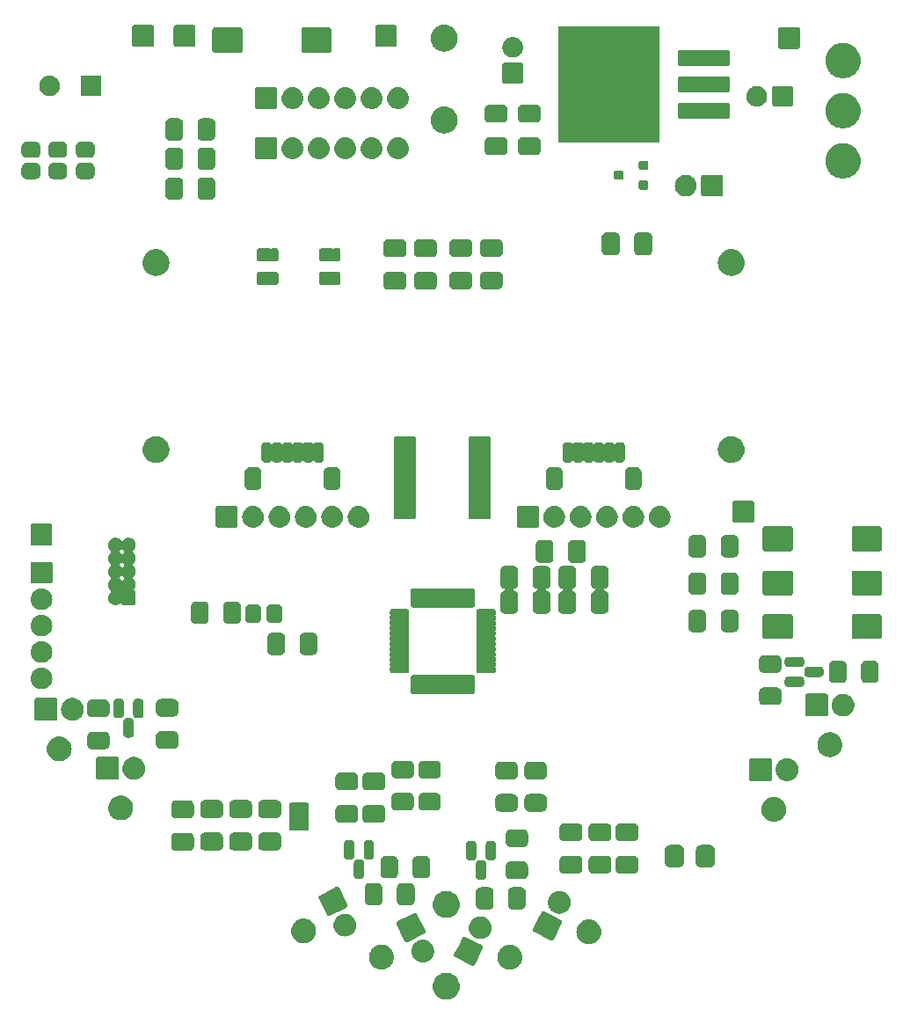
<source format=gts>
G04 #@! TF.GenerationSoftware,KiCad,Pcbnew,7.0.8*
G04 #@! TF.CreationDate,2024-08-07T19:42:33-07:00*
G04 #@! TF.ProjectId,bloo,626c6f6f-2e6b-4696-9361-645f70636258,rev?*
G04 #@! TF.SameCoordinates,Original*
G04 #@! TF.FileFunction,Soldermask,Top*
G04 #@! TF.FilePolarity,Negative*
%FSLAX46Y46*%
G04 Gerber Fmt 4.6, Leading zero omitted, Abs format (unit mm)*
G04 Created by KiCad (PCBNEW 7.0.8) date 2024-08-07 19:42:33*
%MOMM*%
%LPD*%
G01*
G04 APERTURE LIST*
G04 APERTURE END LIST*
G36*
X201731586Y-186247963D02*
G01*
X201783274Y-186247963D01*
X201840240Y-186257469D01*
X201901699Y-186262846D01*
X201949965Y-186275778D01*
X201994982Y-186283291D01*
X202055375Y-186304023D01*
X202120582Y-186321496D01*
X202160520Y-186340119D01*
X202197988Y-186352982D01*
X202259543Y-186386294D01*
X202325956Y-186417263D01*
X202357224Y-186439157D01*
X202386752Y-186455137D01*
X202446859Y-186501920D01*
X202511580Y-186547238D01*
X202534389Y-186570047D01*
X202556133Y-186586971D01*
X202611989Y-186647647D01*
X202671814Y-186707472D01*
X202686914Y-186729038D01*
X202701499Y-186744881D01*
X202750157Y-186819357D01*
X202801789Y-186893096D01*
X202810406Y-186911576D01*
X202818893Y-186924566D01*
X202857415Y-187012388D01*
X202897556Y-187098470D01*
X202901294Y-187112420D01*
X202905114Y-187121129D01*
X202930692Y-187222135D01*
X202956206Y-187317353D01*
X202956945Y-187325807D01*
X202957803Y-187329193D01*
X202967847Y-187450417D01*
X202975956Y-187543096D01*
X202967846Y-187635782D01*
X202957803Y-187756998D01*
X202956945Y-187760382D01*
X202956206Y-187768839D01*
X202930687Y-187864073D01*
X202905114Y-187965062D01*
X202901294Y-187973769D01*
X202897556Y-187987722D01*
X202857408Y-188073819D01*
X202818893Y-188161625D01*
X202810408Y-188174611D01*
X202801789Y-188193096D01*
X202750147Y-188266847D01*
X202701499Y-188341310D01*
X202686917Y-188357149D01*
X202671814Y-188378720D01*
X202611977Y-188438556D01*
X202556133Y-188499220D01*
X202534393Y-188516140D01*
X202511580Y-188538954D01*
X202446846Y-188584280D01*
X202386752Y-188631054D01*
X202357230Y-188647030D01*
X202325956Y-188668929D01*
X202259529Y-188699903D01*
X202197988Y-188733209D01*
X202160529Y-188746068D01*
X202120582Y-188764696D01*
X202055362Y-188782171D01*
X201994982Y-188802900D01*
X201949972Y-188810410D01*
X201901699Y-188823346D01*
X201840236Y-188828723D01*
X201783274Y-188838229D01*
X201731586Y-188838229D01*
X201675956Y-188843096D01*
X201620326Y-188838229D01*
X201568638Y-188838229D01*
X201511674Y-188828723D01*
X201450213Y-188823346D01*
X201401940Y-188810411D01*
X201356929Y-188802900D01*
X201296544Y-188782170D01*
X201231330Y-188764696D01*
X201191385Y-188746069D01*
X201153923Y-188733209D01*
X201092374Y-188699900D01*
X201025956Y-188668929D01*
X200994684Y-188647032D01*
X200965159Y-188631054D01*
X200905055Y-188584273D01*
X200840332Y-188538954D01*
X200817521Y-188516143D01*
X200795778Y-188499220D01*
X200739921Y-188438543D01*
X200680098Y-188378720D01*
X200664997Y-188357153D01*
X200650412Y-188341310D01*
X200601749Y-188266826D01*
X200550123Y-188193096D01*
X200541506Y-188174617D01*
X200533018Y-188161625D01*
X200494486Y-188073783D01*
X200454356Y-187987722D01*
X200450618Y-187973774D01*
X200446797Y-187965062D01*
X200421206Y-187864005D01*
X200395706Y-187768839D01*
X200394966Y-187760389D01*
X200394108Y-187756998D01*
X200384046Y-187635566D01*
X200375956Y-187543096D01*
X200384045Y-187450633D01*
X200394108Y-187329193D01*
X200394966Y-187325801D01*
X200395706Y-187317353D01*
X200421201Y-187222203D01*
X200446797Y-187121129D01*
X200450619Y-187112414D01*
X200454356Y-187098470D01*
X200494479Y-187012424D01*
X200533018Y-186924566D01*
X200541507Y-186911571D01*
X200550123Y-186893096D01*
X200601739Y-186819379D01*
X200650412Y-186744881D01*
X200665000Y-186729033D01*
X200680098Y-186707472D01*
X200739909Y-186647660D01*
X200795778Y-186586971D01*
X200817526Y-186570043D01*
X200840332Y-186547238D01*
X200905042Y-186501927D01*
X200965159Y-186455137D01*
X200994691Y-186439154D01*
X201025956Y-186417263D01*
X201092361Y-186386297D01*
X201153923Y-186352982D01*
X201191393Y-186340118D01*
X201231330Y-186321496D01*
X201296531Y-186304025D01*
X201356929Y-186283291D01*
X201401948Y-186275778D01*
X201450213Y-186262846D01*
X201511671Y-186257469D01*
X201568638Y-186247963D01*
X201620326Y-186247963D01*
X201675956Y-186243096D01*
X201731586Y-186247963D01*
G37*
G36*
X207846538Y-183560880D02*
G01*
X207904201Y-183560880D01*
X207954931Y-183570363D01*
X208001771Y-183574461D01*
X208059261Y-183589865D01*
X208121875Y-183601570D01*
X208164341Y-183618021D01*
X208203738Y-183628578D01*
X208263385Y-183656391D01*
X208328365Y-183681565D01*
X208361901Y-183702330D01*
X208393242Y-183716944D01*
X208452356Y-183758337D01*
X208516641Y-183798140D01*
X208541284Y-183820605D01*
X208564515Y-183836872D01*
X208620082Y-183892439D01*
X208680290Y-183947326D01*
X208696702Y-183969059D01*
X208712369Y-183984726D01*
X208761239Y-184054520D01*
X208813740Y-184124042D01*
X208823145Y-184142931D01*
X208832293Y-184155995D01*
X208871245Y-184239528D01*
X208912446Y-184322271D01*
X208916542Y-184336668D01*
X208920661Y-184345501D01*
X208946617Y-184442370D01*
X208973047Y-184535262D01*
X208973860Y-184544045D01*
X208974778Y-184547468D01*
X208984920Y-184663397D01*
X208993479Y-184755761D01*
X208984919Y-184848131D01*
X208974778Y-184964053D01*
X208973861Y-184967475D01*
X208973047Y-184976260D01*
X208946612Y-185069168D01*
X208920661Y-185166020D01*
X208916543Y-185174850D01*
X208912446Y-185189251D01*
X208871247Y-185271989D01*
X208832295Y-185355524D01*
X208823146Y-185368589D01*
X208813740Y-185387480D01*
X208761228Y-185457016D01*
X208712367Y-185526797D01*
X208696705Y-185542458D01*
X208680290Y-185564196D01*
X208620071Y-185619092D01*
X208564515Y-185674649D01*
X208541289Y-185690911D01*
X208516641Y-185713382D01*
X208452344Y-185753192D01*
X208393242Y-185794577D01*
X208361908Y-185809187D01*
X208328365Y-185829957D01*
X208263372Y-185855135D01*
X208203738Y-185882943D01*
X208164350Y-185893496D01*
X208121875Y-185909952D01*
X208059249Y-185921658D01*
X208001771Y-185937060D01*
X207954941Y-185941156D01*
X207904201Y-185950642D01*
X207846526Y-185950642D01*
X207793479Y-185955283D01*
X207740431Y-185950642D01*
X207682757Y-185950642D01*
X207632016Y-185941157D01*
X207585186Y-185937060D01*
X207527705Y-185921657D01*
X207465083Y-185909952D01*
X207422610Y-185893497D01*
X207383219Y-185882943D01*
X207323579Y-185855133D01*
X207258593Y-185829957D01*
X207225052Y-185809189D01*
X207193715Y-185794577D01*
X207134604Y-185753187D01*
X207070317Y-185713382D01*
X207045671Y-185690914D01*
X207022442Y-185674649D01*
X206966875Y-185619082D01*
X206906668Y-185564196D01*
X206890255Y-185542462D01*
X206874590Y-185526797D01*
X206825715Y-185456997D01*
X206773218Y-185387480D01*
X206763814Y-185368594D01*
X206754662Y-185355524D01*
X206715694Y-185271957D01*
X206674512Y-185189251D01*
X206670416Y-185174856D01*
X206666296Y-185166020D01*
X206640328Y-185069107D01*
X206613911Y-184976260D01*
X206613097Y-184967480D01*
X206612179Y-184964053D01*
X206602020Y-184847938D01*
X206593479Y-184755761D01*
X206602019Y-184663590D01*
X206612179Y-184547468D01*
X206613097Y-184544039D01*
X206613911Y-184535262D01*
X206640323Y-184442430D01*
X206666296Y-184345501D01*
X206670416Y-184336663D01*
X206674512Y-184322271D01*
X206715696Y-184239560D01*
X206754664Y-184155995D01*
X206763814Y-184142926D01*
X206773218Y-184124042D01*
X206825704Y-184054538D01*
X206874588Y-183984726D01*
X206890258Y-183969055D01*
X206906668Y-183947326D01*
X206966863Y-183892450D01*
X207022444Y-183836870D01*
X207045678Y-183820601D01*
X207070317Y-183798140D01*
X207134594Y-183758341D01*
X207193713Y-183716946D01*
X207225053Y-183702331D01*
X207258593Y-183681565D01*
X207323571Y-183656392D01*
X207383219Y-183628578D01*
X207422618Y-183618020D01*
X207465083Y-183601570D01*
X207527692Y-183589866D01*
X207585186Y-183574461D01*
X207632026Y-183570363D01*
X207682757Y-183560880D01*
X207740420Y-183560880D01*
X207793479Y-183556238D01*
X207846538Y-183560880D01*
G37*
G36*
X195485986Y-183537795D02*
G01*
X195543649Y-183537795D01*
X195594379Y-183547278D01*
X195641219Y-183551376D01*
X195698709Y-183566780D01*
X195761323Y-183578485D01*
X195803789Y-183594936D01*
X195843186Y-183605493D01*
X195902833Y-183633306D01*
X195967813Y-183658480D01*
X196001349Y-183679245D01*
X196032690Y-183693859D01*
X196091804Y-183735252D01*
X196156089Y-183775055D01*
X196180732Y-183797520D01*
X196203963Y-183813787D01*
X196259530Y-183869354D01*
X196319738Y-183924241D01*
X196336150Y-183945974D01*
X196351817Y-183961641D01*
X196400687Y-184031435D01*
X196453188Y-184100957D01*
X196462593Y-184119846D01*
X196471741Y-184132910D01*
X196510693Y-184216443D01*
X196551894Y-184299186D01*
X196555990Y-184313583D01*
X196560109Y-184322416D01*
X196586065Y-184419285D01*
X196612495Y-184512177D01*
X196613308Y-184520960D01*
X196614226Y-184524383D01*
X196624368Y-184640312D01*
X196632927Y-184732676D01*
X196624367Y-184825046D01*
X196614226Y-184940968D01*
X196613309Y-184944390D01*
X196612495Y-184953175D01*
X196586060Y-185046083D01*
X196560109Y-185142935D01*
X196555991Y-185151765D01*
X196551894Y-185166166D01*
X196510695Y-185248904D01*
X196471743Y-185332439D01*
X196462594Y-185345504D01*
X196453188Y-185364395D01*
X196400676Y-185433931D01*
X196351815Y-185503712D01*
X196336153Y-185519373D01*
X196319738Y-185541111D01*
X196259519Y-185596007D01*
X196203963Y-185651564D01*
X196180737Y-185667826D01*
X196156089Y-185690297D01*
X196091792Y-185730107D01*
X196032690Y-185771492D01*
X196001356Y-185786102D01*
X195967813Y-185806872D01*
X195902820Y-185832050D01*
X195843186Y-185859858D01*
X195803798Y-185870411D01*
X195761323Y-185886867D01*
X195698697Y-185898573D01*
X195641219Y-185913975D01*
X195594389Y-185918071D01*
X195543649Y-185927557D01*
X195485974Y-185927557D01*
X195432927Y-185932198D01*
X195379879Y-185927557D01*
X195322205Y-185927557D01*
X195271464Y-185918072D01*
X195224634Y-185913975D01*
X195167153Y-185898572D01*
X195104531Y-185886867D01*
X195062058Y-185870412D01*
X195022667Y-185859858D01*
X194963027Y-185832048D01*
X194898041Y-185806872D01*
X194864500Y-185786104D01*
X194833163Y-185771492D01*
X194774052Y-185730102D01*
X194709765Y-185690297D01*
X194685119Y-185667829D01*
X194661890Y-185651564D01*
X194606323Y-185595997D01*
X194546116Y-185541111D01*
X194529703Y-185519377D01*
X194514038Y-185503712D01*
X194465163Y-185433912D01*
X194412666Y-185364395D01*
X194403262Y-185345509D01*
X194394110Y-185332439D01*
X194355142Y-185248872D01*
X194313960Y-185166166D01*
X194309864Y-185151771D01*
X194305744Y-185142935D01*
X194279776Y-185046022D01*
X194253359Y-184953175D01*
X194252545Y-184944395D01*
X194251627Y-184940968D01*
X194241468Y-184824853D01*
X194232927Y-184732676D01*
X194241467Y-184640505D01*
X194251627Y-184524383D01*
X194252545Y-184520954D01*
X194253359Y-184512177D01*
X194279771Y-184419345D01*
X194305744Y-184322416D01*
X194309864Y-184313578D01*
X194313960Y-184299186D01*
X194355144Y-184216475D01*
X194394112Y-184132910D01*
X194403262Y-184119841D01*
X194412666Y-184100957D01*
X194465152Y-184031453D01*
X194514036Y-183961641D01*
X194529706Y-183945970D01*
X194546116Y-183924241D01*
X194606311Y-183869365D01*
X194661892Y-183813785D01*
X194685126Y-183797516D01*
X194709765Y-183775055D01*
X194774042Y-183735256D01*
X194833161Y-183693861D01*
X194864501Y-183679246D01*
X194898041Y-183658480D01*
X194963019Y-183633307D01*
X195022667Y-183605493D01*
X195062066Y-183594935D01*
X195104531Y-183578485D01*
X195167140Y-183566781D01*
X195224634Y-183551376D01*
X195271474Y-183547278D01*
X195322205Y-183537795D01*
X195379868Y-183537795D01*
X195432927Y-183533153D01*
X195485986Y-183537795D01*
G37*
G36*
X203446462Y-182791034D02*
G01*
X203455532Y-182791272D01*
X203486700Y-182802004D01*
X203502485Y-182806308D01*
X204717801Y-183412242D01*
X205106031Y-183605806D01*
X205106033Y-183605807D01*
X205113367Y-183609464D01*
X205126298Y-183619476D01*
X205153630Y-183637912D01*
X205159277Y-183645011D01*
X205175069Y-183657239D01*
X205190551Y-183684328D01*
X205198197Y-183693940D01*
X205201235Y-183703022D01*
X205213791Y-183724990D01*
X205216984Y-183750092D01*
X205220023Y-183759173D01*
X205219701Y-183771446D01*
X205223640Y-183802402D01*
X205218386Y-183821672D01*
X205218149Y-183830738D01*
X205207421Y-183861892D01*
X205203114Y-183877691D01*
X204399958Y-185488573D01*
X204389937Y-185501514D01*
X204371509Y-185528836D01*
X204364411Y-185534481D01*
X204352183Y-185550275D01*
X204325090Y-185565759D01*
X204315481Y-185573403D01*
X204306400Y-185576441D01*
X204284432Y-185588997D01*
X204259328Y-185592190D01*
X204250248Y-185595229D01*
X204237975Y-185594907D01*
X204207020Y-185598846D01*
X204187749Y-185593592D01*
X204178683Y-185593355D01*
X204147524Y-185582625D01*
X204131731Y-185578320D01*
X202520849Y-184775164D01*
X202507914Y-184765149D01*
X202480585Y-184746715D01*
X202474937Y-184739615D01*
X202459147Y-184727389D01*
X202443665Y-184700300D01*
X202436018Y-184690687D01*
X202432978Y-184681602D01*
X202420425Y-184659638D01*
X202417231Y-184634538D01*
X202414192Y-184625454D01*
X202414513Y-184613174D01*
X202410576Y-184582226D01*
X202415828Y-184562960D01*
X202416066Y-184553889D01*
X202426800Y-184522716D01*
X202431102Y-184506937D01*
X202864382Y-183637912D01*
X203230600Y-182903390D01*
X203230603Y-182903384D01*
X203234258Y-182896055D01*
X203244265Y-182883130D01*
X203262706Y-182855791D01*
X203269807Y-182850141D01*
X203282033Y-182834353D01*
X203309117Y-182818873D01*
X203318734Y-182811224D01*
X203327820Y-182808183D01*
X203349784Y-182795631D01*
X203374881Y-182792437D01*
X203383967Y-182789398D01*
X203396247Y-182789719D01*
X203427196Y-182785782D01*
X203446462Y-182791034D01*
G37*
G36*
X199457478Y-183073921D02*
G01*
X199510793Y-183073921D01*
X199557691Y-183082688D01*
X199600225Y-183086409D01*
X199652436Y-183100399D01*
X199710327Y-183111221D01*
X199749591Y-183126432D01*
X199785359Y-183136016D01*
X199839499Y-183161262D01*
X199899610Y-183184549D01*
X199930639Y-183203761D01*
X199959059Y-183217014D01*
X200012673Y-183254555D01*
X200072196Y-183291410D01*
X200095009Y-183312207D01*
X200116053Y-183326942D01*
X200166391Y-183377280D01*
X200222208Y-183428164D01*
X200237423Y-183448312D01*
X200251584Y-183462473D01*
X200295752Y-183525552D01*
X200344537Y-183590154D01*
X200353278Y-183607708D01*
X200361512Y-183619468D01*
X200396580Y-183694671D01*
X200435017Y-183771863D01*
X200438837Y-183785292D01*
X200442510Y-183793167D01*
X200465655Y-183879548D01*
X200490568Y-183967105D01*
X200491335Y-183975382D01*
X200492117Y-183978301D01*
X200500751Y-184076998D01*
X200509298Y-184169229D01*
X200500750Y-184261467D01*
X200492117Y-184360156D01*
X200491335Y-184363073D01*
X200490568Y-184371353D01*
X200465651Y-184458926D01*
X200442510Y-184545290D01*
X200438838Y-184553163D01*
X200435017Y-184566595D01*
X200396576Y-184643793D01*
X200361512Y-184718990D01*
X200353278Y-184730748D01*
X200344537Y-184748304D01*
X200295746Y-184812912D01*
X200251584Y-184875984D01*
X200237426Y-184890141D01*
X200222208Y-184910294D01*
X200166380Y-184961187D01*
X200116053Y-185011515D01*
X200095014Y-185026246D01*
X200072196Y-185047048D01*
X200012661Y-185083910D01*
X199959059Y-185121443D01*
X199930646Y-185134692D01*
X199899610Y-185153909D01*
X199839487Y-185177200D01*
X199785359Y-185202441D01*
X199749599Y-185212022D01*
X199710327Y-185227237D01*
X199652424Y-185238061D01*
X199600225Y-185252048D01*
X199557701Y-185255768D01*
X199510793Y-185264537D01*
X199457467Y-185264537D01*
X199409298Y-185268751D01*
X199361129Y-185264537D01*
X199307803Y-185264537D01*
X199260894Y-185255768D01*
X199218370Y-185252048D01*
X199166168Y-185238060D01*
X199108269Y-185227237D01*
X199068998Y-185212023D01*
X199033236Y-185202441D01*
X198979102Y-185177198D01*
X198918986Y-185153909D01*
X198887952Y-185134694D01*
X198859536Y-185121443D01*
X198805926Y-185083905D01*
X198746400Y-185047048D01*
X198723585Y-185026249D01*
X198702542Y-185011515D01*
X198652204Y-184961177D01*
X198596388Y-184910294D01*
X198581172Y-184890145D01*
X198567011Y-184875984D01*
X198522835Y-184812894D01*
X198474059Y-184748304D01*
X198465320Y-184730753D01*
X198457083Y-184718990D01*
X198422003Y-184643761D01*
X198383579Y-184566595D01*
X198379758Y-184553168D01*
X198376085Y-184545290D01*
X198352927Y-184458865D01*
X198328028Y-184371353D01*
X198327261Y-184363079D01*
X198326478Y-184360156D01*
X198317827Y-184261275D01*
X198309298Y-184169229D01*
X198317826Y-184077191D01*
X198326478Y-183978301D01*
X198327261Y-183975377D01*
X198328028Y-183967105D01*
X198352922Y-183879608D01*
X198376085Y-183793167D01*
X198379759Y-183785286D01*
X198383579Y-183771863D01*
X198422000Y-183694702D01*
X198457083Y-183619468D01*
X198465320Y-183607703D01*
X198474059Y-183590154D01*
X198522829Y-183525571D01*
X198567011Y-183462473D01*
X198581175Y-183448308D01*
X198596388Y-183428164D01*
X198652192Y-183377291D01*
X198702542Y-183326942D01*
X198723589Y-183312204D01*
X198746400Y-183291410D01*
X198805919Y-183254556D01*
X198859537Y-183217014D01*
X198887956Y-183203761D01*
X198918986Y-183184549D01*
X198979092Y-183161263D01*
X199033236Y-183136016D01*
X199069006Y-183126431D01*
X199108269Y-183111221D01*
X199166155Y-183100399D01*
X199218370Y-183086409D01*
X199260905Y-183082687D01*
X199307803Y-183073921D01*
X199361117Y-183073921D01*
X199409298Y-183069706D01*
X199457478Y-183073921D01*
G37*
G36*
X215451386Y-181112262D02*
G01*
X215509049Y-181112262D01*
X215559779Y-181121745D01*
X215606619Y-181125843D01*
X215664109Y-181141247D01*
X215726723Y-181152952D01*
X215769189Y-181169403D01*
X215808586Y-181179960D01*
X215868233Y-181207773D01*
X215933213Y-181232947D01*
X215966749Y-181253712D01*
X215998090Y-181268326D01*
X216057204Y-181309719D01*
X216121489Y-181349522D01*
X216146132Y-181371987D01*
X216169363Y-181388254D01*
X216224930Y-181443821D01*
X216285138Y-181498708D01*
X216301550Y-181520441D01*
X216317217Y-181536108D01*
X216366087Y-181605902D01*
X216418588Y-181675424D01*
X216427993Y-181694313D01*
X216437141Y-181707377D01*
X216476093Y-181790910D01*
X216517294Y-181873653D01*
X216521390Y-181888050D01*
X216525509Y-181896883D01*
X216551465Y-181993752D01*
X216577895Y-182086644D01*
X216578708Y-182095427D01*
X216579626Y-182098850D01*
X216589768Y-182214779D01*
X216598327Y-182307143D01*
X216589767Y-182399513D01*
X216579626Y-182515435D01*
X216578709Y-182518857D01*
X216577895Y-182527642D01*
X216551460Y-182620550D01*
X216525509Y-182717402D01*
X216521391Y-182726232D01*
X216517294Y-182740633D01*
X216476095Y-182823371D01*
X216437143Y-182906906D01*
X216427994Y-182919971D01*
X216418588Y-182938862D01*
X216366076Y-183008398D01*
X216317215Y-183078179D01*
X216301553Y-183093840D01*
X216285138Y-183115578D01*
X216224919Y-183170474D01*
X216169363Y-183226031D01*
X216146137Y-183242293D01*
X216121489Y-183264764D01*
X216057192Y-183304574D01*
X215998090Y-183345959D01*
X215966756Y-183360569D01*
X215933213Y-183381339D01*
X215868220Y-183406517D01*
X215808586Y-183434325D01*
X215769198Y-183444878D01*
X215726723Y-183461334D01*
X215664097Y-183473040D01*
X215606619Y-183488442D01*
X215559789Y-183492538D01*
X215509049Y-183502024D01*
X215451374Y-183502024D01*
X215398327Y-183506665D01*
X215345279Y-183502024D01*
X215287605Y-183502024D01*
X215236864Y-183492539D01*
X215190034Y-183488442D01*
X215132553Y-183473039D01*
X215069931Y-183461334D01*
X215027458Y-183444879D01*
X214988067Y-183434325D01*
X214928427Y-183406515D01*
X214863441Y-183381339D01*
X214829900Y-183360571D01*
X214798563Y-183345959D01*
X214739452Y-183304569D01*
X214675165Y-183264764D01*
X214650519Y-183242296D01*
X214627290Y-183226031D01*
X214571723Y-183170464D01*
X214511516Y-183115578D01*
X214495103Y-183093844D01*
X214479438Y-183078179D01*
X214430563Y-183008379D01*
X214378066Y-182938862D01*
X214368662Y-182919976D01*
X214359510Y-182906906D01*
X214320542Y-182823339D01*
X214279360Y-182740633D01*
X214275264Y-182726238D01*
X214271144Y-182717402D01*
X214245176Y-182620489D01*
X214218759Y-182527642D01*
X214217945Y-182518862D01*
X214217027Y-182515435D01*
X214206868Y-182399320D01*
X214198327Y-182307143D01*
X214206867Y-182214972D01*
X214217027Y-182098850D01*
X214217945Y-182095421D01*
X214218759Y-182086644D01*
X214245171Y-181993812D01*
X214271144Y-181896883D01*
X214275264Y-181888045D01*
X214279360Y-181873653D01*
X214320544Y-181790942D01*
X214359512Y-181707377D01*
X214368662Y-181694308D01*
X214378066Y-181675424D01*
X214430552Y-181605920D01*
X214479436Y-181536108D01*
X214495106Y-181520437D01*
X214511516Y-181498708D01*
X214571711Y-181443832D01*
X214627292Y-181388252D01*
X214650526Y-181371983D01*
X214675165Y-181349522D01*
X214739442Y-181309723D01*
X214798561Y-181268328D01*
X214829901Y-181253713D01*
X214863441Y-181232947D01*
X214928419Y-181207774D01*
X214988067Y-181179960D01*
X215027466Y-181169402D01*
X215069931Y-181152952D01*
X215132540Y-181141248D01*
X215190034Y-181125843D01*
X215236874Y-181121745D01*
X215287605Y-181112262D01*
X215345268Y-181112262D01*
X215398327Y-181107620D01*
X215451386Y-181112262D01*
G37*
G36*
X187991444Y-181036062D02*
G01*
X188049107Y-181036062D01*
X188099837Y-181045545D01*
X188146677Y-181049643D01*
X188204167Y-181065047D01*
X188266781Y-181076752D01*
X188309247Y-181093203D01*
X188348644Y-181103760D01*
X188408291Y-181131573D01*
X188473271Y-181156747D01*
X188506807Y-181177512D01*
X188538148Y-181192126D01*
X188597262Y-181233519D01*
X188661547Y-181273322D01*
X188686190Y-181295787D01*
X188709421Y-181312054D01*
X188764988Y-181367621D01*
X188825196Y-181422508D01*
X188841608Y-181444241D01*
X188857275Y-181459908D01*
X188906145Y-181529702D01*
X188958646Y-181599224D01*
X188968051Y-181618113D01*
X188977199Y-181631177D01*
X189016151Y-181714710D01*
X189057352Y-181797453D01*
X189061448Y-181811850D01*
X189065567Y-181820683D01*
X189091523Y-181917552D01*
X189117953Y-182010444D01*
X189118766Y-182019227D01*
X189119684Y-182022650D01*
X189129826Y-182138579D01*
X189138385Y-182230943D01*
X189129825Y-182323313D01*
X189119684Y-182439235D01*
X189118767Y-182442657D01*
X189117953Y-182451442D01*
X189091518Y-182544350D01*
X189065567Y-182641202D01*
X189061449Y-182650032D01*
X189057352Y-182664433D01*
X189016153Y-182747171D01*
X188977201Y-182830706D01*
X188968052Y-182843771D01*
X188958646Y-182862662D01*
X188906134Y-182932198D01*
X188857273Y-183001979D01*
X188841611Y-183017640D01*
X188825196Y-183039378D01*
X188764977Y-183094274D01*
X188709421Y-183149831D01*
X188686195Y-183166093D01*
X188661547Y-183188564D01*
X188597250Y-183228374D01*
X188538148Y-183269759D01*
X188506814Y-183284369D01*
X188473271Y-183305139D01*
X188408278Y-183330317D01*
X188348644Y-183358125D01*
X188309256Y-183368678D01*
X188266781Y-183385134D01*
X188204155Y-183396840D01*
X188146677Y-183412242D01*
X188099847Y-183416338D01*
X188049107Y-183425824D01*
X187991432Y-183425824D01*
X187938385Y-183430465D01*
X187885337Y-183425824D01*
X187827663Y-183425824D01*
X187776922Y-183416339D01*
X187730092Y-183412242D01*
X187672611Y-183396839D01*
X187609989Y-183385134D01*
X187567516Y-183368679D01*
X187528125Y-183358125D01*
X187468485Y-183330315D01*
X187403499Y-183305139D01*
X187369958Y-183284371D01*
X187338621Y-183269759D01*
X187279510Y-183228369D01*
X187215223Y-183188564D01*
X187190577Y-183166096D01*
X187167348Y-183149831D01*
X187111781Y-183094264D01*
X187051574Y-183039378D01*
X187035161Y-183017644D01*
X187019496Y-183001979D01*
X186970621Y-182932179D01*
X186918124Y-182862662D01*
X186908720Y-182843776D01*
X186899568Y-182830706D01*
X186860600Y-182747139D01*
X186819418Y-182664433D01*
X186815322Y-182650038D01*
X186811202Y-182641202D01*
X186785234Y-182544289D01*
X186758817Y-182451442D01*
X186758003Y-182442662D01*
X186757085Y-182439235D01*
X186746926Y-182323120D01*
X186738385Y-182230943D01*
X186746925Y-182138772D01*
X186757085Y-182022650D01*
X186758003Y-182019221D01*
X186758817Y-182010444D01*
X186785229Y-181917612D01*
X186811202Y-181820683D01*
X186815322Y-181811845D01*
X186819418Y-181797453D01*
X186860602Y-181714742D01*
X186899570Y-181631177D01*
X186908720Y-181618108D01*
X186918124Y-181599224D01*
X186970610Y-181529720D01*
X187019494Y-181459908D01*
X187035164Y-181444237D01*
X187051574Y-181422508D01*
X187111769Y-181367632D01*
X187167350Y-181312052D01*
X187190584Y-181295783D01*
X187215223Y-181273322D01*
X187279500Y-181233523D01*
X187338619Y-181192128D01*
X187369959Y-181177513D01*
X187403499Y-181156747D01*
X187468477Y-181131574D01*
X187528125Y-181103760D01*
X187567524Y-181093202D01*
X187609989Y-181076752D01*
X187672598Y-181065048D01*
X187730092Y-181049643D01*
X187776932Y-181045545D01*
X187827663Y-181036062D01*
X187885326Y-181036062D01*
X187938385Y-181031420D01*
X187991444Y-181036062D01*
G37*
G36*
X198696816Y-180493501D02*
G01*
X198709096Y-180493180D01*
X198718180Y-180496219D01*
X198743280Y-180499413D01*
X198765244Y-180511966D01*
X198774329Y-180515006D01*
X198783942Y-180522652D01*
X198811031Y-180538135D01*
X198823258Y-180553926D01*
X198830358Y-180559574D01*
X198848785Y-180586894D01*
X198858806Y-180599837D01*
X199661962Y-182210719D01*
X199666265Y-182226504D01*
X199676997Y-182257671D01*
X199677234Y-182266737D01*
X199682488Y-182286008D01*
X199678549Y-182316963D01*
X199678871Y-182329236D01*
X199675832Y-182338316D01*
X199672639Y-182363420D01*
X199660083Y-182385388D01*
X199657045Y-182394469D01*
X199649401Y-182404077D01*
X199633917Y-182431171D01*
X199618123Y-182443400D01*
X199612477Y-182450498D01*
X199585163Y-182468919D01*
X199572215Y-182478946D01*
X197961333Y-183282102D01*
X197945542Y-183286406D01*
X197914380Y-183297137D01*
X197905314Y-183297374D01*
X197886044Y-183302628D01*
X197855088Y-183298689D01*
X197842815Y-183299011D01*
X197833734Y-183295972D01*
X197808632Y-183292779D01*
X197786664Y-183280223D01*
X197777582Y-183277185D01*
X197767970Y-183269539D01*
X197740881Y-183254057D01*
X197728653Y-183238265D01*
X197721553Y-183232617D01*
X197703124Y-183205293D01*
X197693106Y-183192355D01*
X196889950Y-181581473D01*
X196885648Y-181565696D01*
X196874914Y-181534520D01*
X196874676Y-181525450D01*
X196869424Y-181506184D01*
X196873361Y-181475235D01*
X196873040Y-181462955D01*
X196876079Y-181453869D01*
X196879273Y-181428772D01*
X196891825Y-181406808D01*
X196894866Y-181397722D01*
X196902515Y-181388105D01*
X196917995Y-181361021D01*
X196933784Y-181348795D01*
X196939434Y-181341693D01*
X196966764Y-181323259D01*
X196979697Y-181313246D01*
X198244144Y-180682816D01*
X198583245Y-180513746D01*
X198583248Y-180513744D01*
X198590579Y-180510090D01*
X198606350Y-180505790D01*
X198637531Y-180495054D01*
X198646602Y-180494816D01*
X198665868Y-180489564D01*
X198696816Y-180493501D01*
G37*
G36*
X211051310Y-180342416D02*
G01*
X211060380Y-180342654D01*
X211091548Y-180353386D01*
X211107333Y-180357690D01*
X212316864Y-180960740D01*
X212710879Y-181157188D01*
X212710881Y-181157189D01*
X212718215Y-181160846D01*
X212731146Y-181170858D01*
X212758478Y-181189294D01*
X212764125Y-181196393D01*
X212779917Y-181208621D01*
X212795399Y-181235710D01*
X212803045Y-181245322D01*
X212806083Y-181254404D01*
X212818639Y-181276372D01*
X212821832Y-181301474D01*
X212824871Y-181310555D01*
X212824549Y-181322828D01*
X212828488Y-181353784D01*
X212823234Y-181373054D01*
X212822997Y-181382120D01*
X212812269Y-181413274D01*
X212807962Y-181429073D01*
X212004806Y-183039955D01*
X211994785Y-183052896D01*
X211976357Y-183080218D01*
X211969259Y-183085863D01*
X211957031Y-183101657D01*
X211929938Y-183117141D01*
X211920329Y-183124785D01*
X211911248Y-183127823D01*
X211889280Y-183140379D01*
X211864176Y-183143572D01*
X211855096Y-183146611D01*
X211842823Y-183146289D01*
X211811868Y-183150228D01*
X211792597Y-183144974D01*
X211783531Y-183144737D01*
X211752372Y-183134007D01*
X211736579Y-183129702D01*
X210125697Y-182326546D01*
X210112762Y-182316531D01*
X210085433Y-182298097D01*
X210079785Y-182290997D01*
X210063995Y-182278771D01*
X210048513Y-182251682D01*
X210040866Y-182242069D01*
X210037826Y-182232984D01*
X210025273Y-182211020D01*
X210022079Y-182185920D01*
X210019040Y-182176836D01*
X210019361Y-182164556D01*
X210015424Y-182133608D01*
X210020676Y-182114342D01*
X210020914Y-182105271D01*
X210031648Y-182074098D01*
X210035950Y-182058319D01*
X210469230Y-181189294D01*
X210835448Y-180454772D01*
X210835451Y-180454766D01*
X210839106Y-180447437D01*
X210849113Y-180434512D01*
X210867554Y-180407173D01*
X210874655Y-180401523D01*
X210886881Y-180385735D01*
X210913965Y-180370255D01*
X210923582Y-180362606D01*
X210932668Y-180359565D01*
X210954632Y-180347013D01*
X210979729Y-180343819D01*
X210988815Y-180340780D01*
X211001095Y-180341101D01*
X211032044Y-180337164D01*
X211051310Y-180342416D01*
G37*
G36*
X204998630Y-180823873D02*
G01*
X205051945Y-180823873D01*
X205098843Y-180832640D01*
X205141377Y-180836361D01*
X205193588Y-180850351D01*
X205251479Y-180861173D01*
X205290743Y-180876384D01*
X205326511Y-180885968D01*
X205380651Y-180911214D01*
X205440762Y-180934501D01*
X205471791Y-180953713D01*
X205500211Y-180966966D01*
X205553825Y-181004507D01*
X205613348Y-181041362D01*
X205636161Y-181062159D01*
X205657205Y-181076894D01*
X205707543Y-181127232D01*
X205763360Y-181178116D01*
X205778575Y-181198264D01*
X205792736Y-181212425D01*
X205836904Y-181275504D01*
X205885689Y-181340106D01*
X205894430Y-181357660D01*
X205902664Y-181369420D01*
X205937732Y-181444623D01*
X205976169Y-181521815D01*
X205979989Y-181535244D01*
X205983662Y-181543119D01*
X206006807Y-181629500D01*
X206031720Y-181717057D01*
X206032487Y-181725334D01*
X206033269Y-181728253D01*
X206041903Y-181826950D01*
X206050450Y-181919181D01*
X206041902Y-182011419D01*
X206033269Y-182110108D01*
X206032487Y-182113025D01*
X206031720Y-182121305D01*
X206006803Y-182208878D01*
X205983662Y-182295242D01*
X205979990Y-182303115D01*
X205976169Y-182316547D01*
X205937728Y-182393745D01*
X205902664Y-182468942D01*
X205894430Y-182480700D01*
X205885689Y-182498256D01*
X205836898Y-182562864D01*
X205792736Y-182625936D01*
X205778578Y-182640093D01*
X205763360Y-182660246D01*
X205707532Y-182711139D01*
X205657205Y-182761467D01*
X205636166Y-182776198D01*
X205613348Y-182797000D01*
X205553813Y-182833862D01*
X205500211Y-182871395D01*
X205471798Y-182884644D01*
X205440762Y-182903861D01*
X205380639Y-182927152D01*
X205326511Y-182952393D01*
X205290751Y-182961974D01*
X205251479Y-182977189D01*
X205193576Y-182988013D01*
X205141377Y-183002000D01*
X205098853Y-183005720D01*
X205051945Y-183014489D01*
X204998619Y-183014489D01*
X204950450Y-183018703D01*
X204902281Y-183014489D01*
X204848955Y-183014489D01*
X204802046Y-183005720D01*
X204759522Y-183002000D01*
X204707320Y-182988012D01*
X204649421Y-182977189D01*
X204610150Y-182961975D01*
X204574388Y-182952393D01*
X204520254Y-182927150D01*
X204460138Y-182903861D01*
X204429104Y-182884646D01*
X204400688Y-182871395D01*
X204347078Y-182833857D01*
X204287552Y-182797000D01*
X204264737Y-182776201D01*
X204243694Y-182761467D01*
X204193356Y-182711129D01*
X204137540Y-182660246D01*
X204122324Y-182640097D01*
X204108163Y-182625936D01*
X204063987Y-182562846D01*
X204015211Y-182498256D01*
X204006472Y-182480705D01*
X203998235Y-182468942D01*
X203963155Y-182393713D01*
X203924731Y-182316547D01*
X203920910Y-182303120D01*
X203917237Y-182295242D01*
X203894079Y-182208817D01*
X203869180Y-182121305D01*
X203868413Y-182113031D01*
X203867630Y-182110108D01*
X203858979Y-182011227D01*
X203850450Y-181919181D01*
X203858978Y-181827143D01*
X203867630Y-181728253D01*
X203868413Y-181725329D01*
X203869180Y-181717057D01*
X203894074Y-181629560D01*
X203917237Y-181543119D01*
X203920911Y-181535238D01*
X203924731Y-181521815D01*
X203963152Y-181444654D01*
X203998235Y-181369420D01*
X204006472Y-181357655D01*
X204015211Y-181340106D01*
X204063981Y-181275523D01*
X204108163Y-181212425D01*
X204122327Y-181198260D01*
X204137540Y-181178116D01*
X204193344Y-181127243D01*
X204243694Y-181076894D01*
X204264741Y-181062156D01*
X204287552Y-181041362D01*
X204347071Y-181004508D01*
X204400689Y-180966966D01*
X204429108Y-180953713D01*
X204460138Y-180934501D01*
X204520244Y-180911215D01*
X204574388Y-180885968D01*
X204610158Y-180876383D01*
X204649421Y-180861173D01*
X204707307Y-180850351D01*
X204759522Y-180836361D01*
X204802057Y-180832639D01*
X204848955Y-180823873D01*
X204902269Y-180823873D01*
X204950450Y-180819658D01*
X204998630Y-180823873D01*
G37*
G36*
X191962936Y-180572188D02*
G01*
X192016251Y-180572188D01*
X192063149Y-180580955D01*
X192105683Y-180584676D01*
X192157894Y-180598666D01*
X192215785Y-180609488D01*
X192255049Y-180624699D01*
X192290817Y-180634283D01*
X192344957Y-180659529D01*
X192405068Y-180682816D01*
X192436097Y-180702028D01*
X192464517Y-180715281D01*
X192518131Y-180752822D01*
X192577654Y-180789677D01*
X192600467Y-180810474D01*
X192621511Y-180825209D01*
X192671849Y-180875547D01*
X192727666Y-180926431D01*
X192742881Y-180946579D01*
X192757042Y-180960740D01*
X192801210Y-181023819D01*
X192849995Y-181088421D01*
X192858736Y-181105975D01*
X192866970Y-181117735D01*
X192902038Y-181192938D01*
X192940475Y-181270130D01*
X192944295Y-181283559D01*
X192947968Y-181291434D01*
X192971113Y-181377815D01*
X192996026Y-181465372D01*
X192996793Y-181473649D01*
X192997575Y-181476568D01*
X193006209Y-181575265D01*
X193014756Y-181667496D01*
X193006208Y-181759734D01*
X192997575Y-181858423D01*
X192996793Y-181861340D01*
X192996026Y-181869620D01*
X192971109Y-181957193D01*
X192947968Y-182043557D01*
X192944296Y-182051430D01*
X192940475Y-182064862D01*
X192902034Y-182142060D01*
X192866970Y-182217257D01*
X192858736Y-182229015D01*
X192849995Y-182246571D01*
X192801204Y-182311179D01*
X192757042Y-182374251D01*
X192742884Y-182388408D01*
X192727666Y-182408561D01*
X192671838Y-182459454D01*
X192621511Y-182509782D01*
X192600472Y-182524513D01*
X192577654Y-182545315D01*
X192518119Y-182582177D01*
X192464517Y-182619710D01*
X192436104Y-182632959D01*
X192405068Y-182652176D01*
X192344945Y-182675467D01*
X192290817Y-182700708D01*
X192255057Y-182710289D01*
X192215785Y-182725504D01*
X192157882Y-182736328D01*
X192105683Y-182750315D01*
X192063159Y-182754035D01*
X192016251Y-182762804D01*
X191962925Y-182762804D01*
X191914756Y-182767018D01*
X191866587Y-182762804D01*
X191813261Y-182762804D01*
X191766352Y-182754035D01*
X191723828Y-182750315D01*
X191671626Y-182736327D01*
X191613727Y-182725504D01*
X191574456Y-182710290D01*
X191538694Y-182700708D01*
X191484560Y-182675465D01*
X191424444Y-182652176D01*
X191393410Y-182632961D01*
X191364994Y-182619710D01*
X191311384Y-182582172D01*
X191251858Y-182545315D01*
X191229043Y-182524516D01*
X191208000Y-182509782D01*
X191157662Y-182459444D01*
X191101846Y-182408561D01*
X191086630Y-182388412D01*
X191072469Y-182374251D01*
X191028293Y-182311161D01*
X190979517Y-182246571D01*
X190970778Y-182229020D01*
X190962541Y-182217257D01*
X190927461Y-182142028D01*
X190889037Y-182064862D01*
X190885216Y-182051435D01*
X190881543Y-182043557D01*
X190858385Y-181957132D01*
X190833486Y-181869620D01*
X190832719Y-181861346D01*
X190831936Y-181858423D01*
X190823285Y-181759542D01*
X190814756Y-181667496D01*
X190823284Y-181575458D01*
X190831936Y-181476568D01*
X190832719Y-181473644D01*
X190833486Y-181465372D01*
X190858380Y-181377875D01*
X190881543Y-181291434D01*
X190885217Y-181283553D01*
X190889037Y-181270130D01*
X190927458Y-181192969D01*
X190962541Y-181117735D01*
X190970778Y-181105970D01*
X190979517Y-181088421D01*
X191028287Y-181023838D01*
X191072469Y-180960740D01*
X191086633Y-180946575D01*
X191101846Y-180926431D01*
X191157650Y-180875558D01*
X191208000Y-180825209D01*
X191229047Y-180810471D01*
X191251858Y-180789677D01*
X191311377Y-180752823D01*
X191364995Y-180715281D01*
X191393414Y-180702028D01*
X191424444Y-180682816D01*
X191484550Y-180659530D01*
X191538694Y-180634283D01*
X191574464Y-180624698D01*
X191613727Y-180609488D01*
X191671613Y-180598666D01*
X191723828Y-180584676D01*
X191766363Y-180580954D01*
X191813261Y-180572188D01*
X191866575Y-180572188D01*
X191914756Y-180567973D01*
X191962936Y-180572188D01*
G37*
G36*
X201731586Y-178373963D02*
G01*
X201783274Y-178373963D01*
X201840240Y-178383469D01*
X201901699Y-178388846D01*
X201949965Y-178401778D01*
X201994982Y-178409291D01*
X202055375Y-178430023D01*
X202120582Y-178447496D01*
X202160520Y-178466119D01*
X202197988Y-178478982D01*
X202259543Y-178512294D01*
X202325956Y-178543263D01*
X202357224Y-178565157D01*
X202386752Y-178581137D01*
X202446859Y-178627920D01*
X202511580Y-178673238D01*
X202534389Y-178696047D01*
X202556133Y-178712971D01*
X202611989Y-178773647D01*
X202671814Y-178833472D01*
X202686914Y-178855038D01*
X202701499Y-178870881D01*
X202750157Y-178945357D01*
X202801789Y-179019096D01*
X202810406Y-179037576D01*
X202818893Y-179050566D01*
X202857415Y-179138388D01*
X202897556Y-179224470D01*
X202901294Y-179238420D01*
X202905114Y-179247129D01*
X202930692Y-179348135D01*
X202956206Y-179443353D01*
X202956945Y-179451807D01*
X202957803Y-179455193D01*
X202967847Y-179576417D01*
X202975956Y-179669096D01*
X202967846Y-179761782D01*
X202957803Y-179882998D01*
X202956945Y-179886382D01*
X202956206Y-179894839D01*
X202930687Y-179990073D01*
X202905114Y-180091062D01*
X202901294Y-180099769D01*
X202897556Y-180113722D01*
X202857408Y-180199819D01*
X202818893Y-180287625D01*
X202810408Y-180300611D01*
X202801789Y-180319096D01*
X202750147Y-180392847D01*
X202701499Y-180467310D01*
X202686917Y-180483149D01*
X202671814Y-180504720D01*
X202611977Y-180564556D01*
X202556133Y-180625220D01*
X202534393Y-180642140D01*
X202511580Y-180664954D01*
X202446846Y-180710280D01*
X202386752Y-180757054D01*
X202357230Y-180773030D01*
X202325956Y-180794929D01*
X202259529Y-180825903D01*
X202197988Y-180859209D01*
X202160529Y-180872068D01*
X202120582Y-180890696D01*
X202055362Y-180908171D01*
X201994982Y-180928900D01*
X201949972Y-180936410D01*
X201901699Y-180949346D01*
X201840236Y-180954723D01*
X201783274Y-180964229D01*
X201731586Y-180964229D01*
X201675956Y-180969096D01*
X201620326Y-180964229D01*
X201568638Y-180964229D01*
X201511674Y-180954723D01*
X201450213Y-180949346D01*
X201401940Y-180936411D01*
X201356929Y-180928900D01*
X201296544Y-180908170D01*
X201231330Y-180890696D01*
X201191385Y-180872069D01*
X201153923Y-180859209D01*
X201092374Y-180825900D01*
X201025956Y-180794929D01*
X200994684Y-180773032D01*
X200965159Y-180757054D01*
X200905055Y-180710273D01*
X200840332Y-180664954D01*
X200817521Y-180642143D01*
X200795778Y-180625220D01*
X200739921Y-180564543D01*
X200680098Y-180504720D01*
X200664997Y-180483153D01*
X200650412Y-180467310D01*
X200601749Y-180392826D01*
X200550123Y-180319096D01*
X200541506Y-180300617D01*
X200533018Y-180287625D01*
X200494486Y-180199783D01*
X200454356Y-180113722D01*
X200450618Y-180099774D01*
X200446797Y-180091062D01*
X200421206Y-179990005D01*
X200395706Y-179894839D01*
X200394966Y-179886389D01*
X200394108Y-179882998D01*
X200384046Y-179761566D01*
X200375956Y-179669096D01*
X200384045Y-179576633D01*
X200394108Y-179455193D01*
X200394966Y-179451801D01*
X200395706Y-179443353D01*
X200421201Y-179348203D01*
X200446797Y-179247129D01*
X200450619Y-179238414D01*
X200454356Y-179224470D01*
X200494479Y-179138424D01*
X200533018Y-179050566D01*
X200541507Y-179037571D01*
X200550123Y-179019096D01*
X200601739Y-178945379D01*
X200650412Y-178870881D01*
X200665000Y-178855033D01*
X200680098Y-178833472D01*
X200739909Y-178773660D01*
X200795778Y-178712971D01*
X200817526Y-178696043D01*
X200840332Y-178673238D01*
X200905042Y-178627927D01*
X200965159Y-178581137D01*
X200994691Y-178565154D01*
X201025956Y-178543263D01*
X201092361Y-178512297D01*
X201153923Y-178478982D01*
X201191393Y-178466118D01*
X201231330Y-178447496D01*
X201296531Y-178430025D01*
X201356929Y-178409291D01*
X201401948Y-178401778D01*
X201450213Y-178388846D01*
X201511671Y-178383469D01*
X201568638Y-178373963D01*
X201620326Y-178373963D01*
X201675956Y-178369096D01*
X201731586Y-178373963D01*
G37*
G36*
X191202274Y-177991768D02*
G01*
X191214554Y-177991447D01*
X191223638Y-177994486D01*
X191248738Y-177997680D01*
X191270702Y-178010233D01*
X191279787Y-178013273D01*
X191289400Y-178020919D01*
X191316489Y-178036402D01*
X191328716Y-178052193D01*
X191335816Y-178057841D01*
X191354243Y-178085161D01*
X191364264Y-178098104D01*
X192167420Y-179708986D01*
X192171723Y-179724771D01*
X192182455Y-179755938D01*
X192182692Y-179765004D01*
X192187946Y-179784275D01*
X192184007Y-179815230D01*
X192184329Y-179827503D01*
X192181290Y-179836583D01*
X192178097Y-179861687D01*
X192165541Y-179883655D01*
X192162503Y-179892736D01*
X192154859Y-179902344D01*
X192139375Y-179929438D01*
X192123581Y-179941667D01*
X192117935Y-179948765D01*
X192090621Y-179967186D01*
X192077673Y-179977213D01*
X190466791Y-180780369D01*
X190451000Y-180784673D01*
X190419838Y-180795404D01*
X190410772Y-180795641D01*
X190391502Y-180800895D01*
X190360546Y-180796956D01*
X190348273Y-180797278D01*
X190339192Y-180794239D01*
X190314090Y-180791046D01*
X190292122Y-180778490D01*
X190283040Y-180775452D01*
X190273428Y-180767806D01*
X190246339Y-180752324D01*
X190234111Y-180736532D01*
X190227011Y-180730884D01*
X190208582Y-180703560D01*
X190198564Y-180690622D01*
X189434634Y-179158415D01*
X189399064Y-179087073D01*
X189399063Y-179087072D01*
X189395408Y-179079740D01*
X189391106Y-179063963D01*
X189380372Y-179032787D01*
X189380134Y-179023717D01*
X189374882Y-179004451D01*
X189378819Y-178973502D01*
X189378498Y-178961222D01*
X189381537Y-178952136D01*
X189384731Y-178927039D01*
X189397283Y-178905075D01*
X189400324Y-178895989D01*
X189407973Y-178886372D01*
X189423453Y-178859288D01*
X189439242Y-178847062D01*
X189444892Y-178839960D01*
X189472222Y-178821526D01*
X189485155Y-178811513D01*
X190804604Y-178153660D01*
X191088703Y-178012013D01*
X191088706Y-178012011D01*
X191096037Y-178008357D01*
X191111808Y-178004057D01*
X191142989Y-177993321D01*
X191152060Y-177993083D01*
X191171326Y-177987831D01*
X191202274Y-177991768D01*
G37*
G36*
X212603478Y-178375255D02*
G01*
X212656793Y-178375255D01*
X212703691Y-178384022D01*
X212746225Y-178387743D01*
X212798436Y-178401733D01*
X212856327Y-178412555D01*
X212895591Y-178427766D01*
X212931359Y-178437350D01*
X212985499Y-178462596D01*
X213045610Y-178485883D01*
X213076639Y-178505095D01*
X213105059Y-178518348D01*
X213158673Y-178555889D01*
X213218196Y-178592744D01*
X213241009Y-178613541D01*
X213262053Y-178628276D01*
X213312391Y-178678614D01*
X213368208Y-178729498D01*
X213383423Y-178749646D01*
X213397584Y-178763807D01*
X213441752Y-178826886D01*
X213490537Y-178891488D01*
X213499278Y-178909042D01*
X213507512Y-178920802D01*
X213542580Y-178996005D01*
X213581017Y-179073197D01*
X213584837Y-179086626D01*
X213588510Y-179094501D01*
X213611655Y-179180882D01*
X213636568Y-179268439D01*
X213637335Y-179276716D01*
X213638117Y-179279635D01*
X213646751Y-179378332D01*
X213655298Y-179470563D01*
X213646750Y-179562801D01*
X213638117Y-179661490D01*
X213637335Y-179664407D01*
X213636568Y-179672687D01*
X213611651Y-179760260D01*
X213588510Y-179846624D01*
X213584838Y-179854497D01*
X213581017Y-179867929D01*
X213542576Y-179945127D01*
X213507512Y-180020324D01*
X213499278Y-180032082D01*
X213490537Y-180049638D01*
X213441746Y-180114246D01*
X213397584Y-180177318D01*
X213383426Y-180191475D01*
X213368208Y-180211628D01*
X213312380Y-180262521D01*
X213262053Y-180312849D01*
X213241014Y-180327580D01*
X213218196Y-180348382D01*
X213158661Y-180385244D01*
X213105059Y-180422777D01*
X213076646Y-180436026D01*
X213045610Y-180455243D01*
X212985487Y-180478534D01*
X212931359Y-180503775D01*
X212895599Y-180513356D01*
X212856327Y-180528571D01*
X212798424Y-180539395D01*
X212746225Y-180553382D01*
X212703701Y-180557102D01*
X212656793Y-180565871D01*
X212603467Y-180565871D01*
X212555298Y-180570085D01*
X212507129Y-180565871D01*
X212453803Y-180565871D01*
X212406894Y-180557102D01*
X212364370Y-180553382D01*
X212312168Y-180539394D01*
X212254269Y-180528571D01*
X212214998Y-180513357D01*
X212179236Y-180503775D01*
X212125102Y-180478532D01*
X212064986Y-180455243D01*
X212033952Y-180436028D01*
X212005536Y-180422777D01*
X211951926Y-180385239D01*
X211892400Y-180348382D01*
X211869585Y-180327583D01*
X211848542Y-180312849D01*
X211798204Y-180262511D01*
X211742388Y-180211628D01*
X211727172Y-180191479D01*
X211713011Y-180177318D01*
X211668835Y-180114228D01*
X211620059Y-180049638D01*
X211611320Y-180032087D01*
X211603083Y-180020324D01*
X211568003Y-179945095D01*
X211529579Y-179867929D01*
X211525758Y-179854502D01*
X211522085Y-179846624D01*
X211498927Y-179760199D01*
X211474028Y-179672687D01*
X211473261Y-179664413D01*
X211472478Y-179661490D01*
X211463827Y-179562609D01*
X211455298Y-179470563D01*
X211463826Y-179378525D01*
X211472478Y-179279635D01*
X211473261Y-179276711D01*
X211474028Y-179268439D01*
X211498922Y-179180942D01*
X211522085Y-179094501D01*
X211525759Y-179086620D01*
X211529579Y-179073197D01*
X211568000Y-178996036D01*
X211603083Y-178920802D01*
X211611320Y-178909037D01*
X211620059Y-178891488D01*
X211668829Y-178826905D01*
X211713011Y-178763807D01*
X211727175Y-178749642D01*
X211742388Y-178729498D01*
X211798192Y-178678625D01*
X211848542Y-178628276D01*
X211869589Y-178613538D01*
X211892400Y-178592744D01*
X211951919Y-178555890D01*
X212005537Y-178518348D01*
X212033956Y-178505095D01*
X212064986Y-178485883D01*
X212125092Y-178462597D01*
X212179236Y-178437350D01*
X212215006Y-178427765D01*
X212254269Y-178412555D01*
X212312155Y-178401733D01*
X212364370Y-178387743D01*
X212406905Y-178384021D01*
X212453803Y-178375255D01*
X212507117Y-178375255D01*
X212555298Y-178371040D01*
X212603478Y-178375255D01*
G37*
G36*
X205859616Y-178028941D02*
G01*
X205879079Y-178035751D01*
X205892147Y-178037472D01*
X205936508Y-178055846D01*
X205986227Y-178073244D01*
X205996097Y-178080528D01*
X206000417Y-178082318D01*
X206048160Y-178118952D01*
X206094154Y-178152898D01*
X206128104Y-178198899D01*
X206164733Y-178246634D01*
X206166521Y-178250952D01*
X206173808Y-178260825D01*
X206191208Y-178310552D01*
X206209579Y-178354904D01*
X206211298Y-178367968D01*
X206218111Y-178387436D01*
X206225956Y-178471096D01*
X206225956Y-179721096D01*
X206218111Y-179804756D01*
X206211298Y-179824224D01*
X206209579Y-179837287D01*
X206191210Y-179881633D01*
X206173808Y-179931367D01*
X206166520Y-179941240D01*
X206164733Y-179945557D01*
X206128124Y-179993266D01*
X206094154Y-180039294D01*
X206048126Y-180073264D01*
X206000417Y-180109873D01*
X205996100Y-180111660D01*
X205986227Y-180118948D01*
X205936493Y-180136350D01*
X205892147Y-180154719D01*
X205879084Y-180156438D01*
X205859616Y-180163251D01*
X205775956Y-180171096D01*
X204975956Y-180171096D01*
X204892296Y-180163251D01*
X204872828Y-180156438D01*
X204859764Y-180154719D01*
X204815412Y-180136348D01*
X204765685Y-180118948D01*
X204755812Y-180111661D01*
X204751494Y-180109873D01*
X204703759Y-180073244D01*
X204657758Y-180039294D01*
X204623812Y-179993300D01*
X204587178Y-179945557D01*
X204585388Y-179941237D01*
X204578104Y-179931367D01*
X204560706Y-179881648D01*
X204542332Y-179837287D01*
X204540611Y-179824219D01*
X204533801Y-179804756D01*
X204525956Y-179721096D01*
X204525956Y-178471096D01*
X204533801Y-178387436D01*
X204540611Y-178367972D01*
X204542332Y-178354904D01*
X204560709Y-178310536D01*
X204578104Y-178260825D01*
X204585387Y-178250955D01*
X204587178Y-178246634D01*
X204623832Y-178198865D01*
X204657758Y-178152898D01*
X204703725Y-178118972D01*
X204751494Y-178082318D01*
X204755815Y-178080527D01*
X204765685Y-178073244D01*
X204815396Y-178055849D01*
X204859764Y-178037472D01*
X204872832Y-178035751D01*
X204892296Y-178028941D01*
X204975956Y-178021096D01*
X205775956Y-178021096D01*
X205859616Y-178028941D01*
G37*
G36*
X208959616Y-178028941D02*
G01*
X208979079Y-178035751D01*
X208992147Y-178037472D01*
X209036508Y-178055846D01*
X209086227Y-178073244D01*
X209096097Y-178080528D01*
X209100417Y-178082318D01*
X209148160Y-178118952D01*
X209194154Y-178152898D01*
X209228104Y-178198899D01*
X209264733Y-178246634D01*
X209266521Y-178250952D01*
X209273808Y-178260825D01*
X209291208Y-178310552D01*
X209309579Y-178354904D01*
X209311298Y-178367968D01*
X209318111Y-178387436D01*
X209325956Y-178471096D01*
X209325956Y-179721096D01*
X209318111Y-179804756D01*
X209311298Y-179824224D01*
X209309579Y-179837287D01*
X209291210Y-179881633D01*
X209273808Y-179931367D01*
X209266520Y-179941240D01*
X209264733Y-179945557D01*
X209228124Y-179993266D01*
X209194154Y-180039294D01*
X209148126Y-180073264D01*
X209100417Y-180109873D01*
X209096100Y-180111660D01*
X209086227Y-180118948D01*
X209036493Y-180136350D01*
X208992147Y-180154719D01*
X208979084Y-180156438D01*
X208959616Y-180163251D01*
X208875956Y-180171096D01*
X208075956Y-180171096D01*
X207992296Y-180163251D01*
X207972828Y-180156438D01*
X207959764Y-180154719D01*
X207915412Y-180136348D01*
X207865685Y-180118948D01*
X207855812Y-180111661D01*
X207851494Y-180109873D01*
X207803759Y-180073244D01*
X207757758Y-180039294D01*
X207723812Y-179993300D01*
X207687178Y-179945557D01*
X207685388Y-179941237D01*
X207678104Y-179931367D01*
X207660706Y-179881648D01*
X207642332Y-179837287D01*
X207640611Y-179824219D01*
X207633801Y-179804756D01*
X207625956Y-179721096D01*
X207625956Y-178471096D01*
X207633801Y-178387436D01*
X207640611Y-178367972D01*
X207642332Y-178354904D01*
X207660709Y-178310536D01*
X207678104Y-178260825D01*
X207685387Y-178250955D01*
X207687178Y-178246634D01*
X207723832Y-178198865D01*
X207757758Y-178152898D01*
X207803725Y-178118972D01*
X207851494Y-178082318D01*
X207855815Y-178080527D01*
X207865685Y-178073244D01*
X207915396Y-178055849D01*
X207959764Y-178037472D01*
X207972832Y-178035751D01*
X207992296Y-178028941D01*
X208075956Y-178021096D01*
X208875956Y-178021096D01*
X208959616Y-178028941D01*
G37*
G36*
X195159616Y-177628941D02*
G01*
X195179079Y-177635751D01*
X195192147Y-177637472D01*
X195236508Y-177655846D01*
X195286227Y-177673244D01*
X195296097Y-177680528D01*
X195300417Y-177682318D01*
X195348160Y-177718952D01*
X195394154Y-177752898D01*
X195428104Y-177798899D01*
X195464733Y-177846634D01*
X195466521Y-177850952D01*
X195473808Y-177860825D01*
X195491208Y-177910552D01*
X195509579Y-177954904D01*
X195511298Y-177967968D01*
X195518111Y-177987436D01*
X195525956Y-178071096D01*
X195525956Y-179321096D01*
X195518111Y-179404756D01*
X195511298Y-179424224D01*
X195509579Y-179437287D01*
X195491210Y-179481633D01*
X195473808Y-179531367D01*
X195466520Y-179541240D01*
X195464733Y-179545557D01*
X195428124Y-179593266D01*
X195394154Y-179639294D01*
X195348126Y-179673264D01*
X195300417Y-179709873D01*
X195296100Y-179711660D01*
X195286227Y-179718948D01*
X195236493Y-179736350D01*
X195192147Y-179754719D01*
X195179084Y-179756438D01*
X195159616Y-179763251D01*
X195075956Y-179771096D01*
X194275956Y-179771096D01*
X194192296Y-179763251D01*
X194172828Y-179756438D01*
X194159764Y-179754719D01*
X194115412Y-179736348D01*
X194065685Y-179718948D01*
X194055812Y-179711661D01*
X194051494Y-179709873D01*
X194003759Y-179673244D01*
X193957758Y-179639294D01*
X193923812Y-179593300D01*
X193887178Y-179545557D01*
X193885388Y-179541237D01*
X193878104Y-179531367D01*
X193860706Y-179481648D01*
X193842332Y-179437287D01*
X193840611Y-179424219D01*
X193833801Y-179404756D01*
X193825956Y-179321096D01*
X193825956Y-178071096D01*
X193833801Y-177987436D01*
X193840611Y-177967972D01*
X193842332Y-177954904D01*
X193860709Y-177910536D01*
X193878104Y-177860825D01*
X193885387Y-177850955D01*
X193887178Y-177846634D01*
X193923832Y-177798865D01*
X193957758Y-177752898D01*
X194003725Y-177718972D01*
X194051494Y-177682318D01*
X194055815Y-177680527D01*
X194065685Y-177673244D01*
X194115396Y-177655849D01*
X194159764Y-177637472D01*
X194172832Y-177635751D01*
X194192296Y-177628941D01*
X194275956Y-177621096D01*
X195075956Y-177621096D01*
X195159616Y-177628941D01*
G37*
G36*
X198259616Y-177628941D02*
G01*
X198279079Y-177635751D01*
X198292147Y-177637472D01*
X198336508Y-177655846D01*
X198386227Y-177673244D01*
X198396097Y-177680528D01*
X198400417Y-177682318D01*
X198448160Y-177718952D01*
X198494154Y-177752898D01*
X198528104Y-177798899D01*
X198564733Y-177846634D01*
X198566521Y-177850952D01*
X198573808Y-177860825D01*
X198591208Y-177910552D01*
X198609579Y-177954904D01*
X198611298Y-177967968D01*
X198618111Y-177987436D01*
X198625956Y-178071096D01*
X198625956Y-179321096D01*
X198618111Y-179404756D01*
X198611298Y-179424224D01*
X198609579Y-179437287D01*
X198591210Y-179481633D01*
X198573808Y-179531367D01*
X198566520Y-179541240D01*
X198564733Y-179545557D01*
X198528124Y-179593266D01*
X198494154Y-179639294D01*
X198448126Y-179673264D01*
X198400417Y-179709873D01*
X198396100Y-179711660D01*
X198386227Y-179718948D01*
X198336493Y-179736350D01*
X198292147Y-179754719D01*
X198279084Y-179756438D01*
X198259616Y-179763251D01*
X198175956Y-179771096D01*
X197375956Y-179771096D01*
X197292296Y-179763251D01*
X197272828Y-179756438D01*
X197259764Y-179754719D01*
X197215412Y-179736348D01*
X197165685Y-179718948D01*
X197155812Y-179711661D01*
X197151494Y-179709873D01*
X197103759Y-179673244D01*
X197057758Y-179639294D01*
X197023812Y-179593300D01*
X196987178Y-179545557D01*
X196985388Y-179541237D01*
X196978104Y-179531367D01*
X196960706Y-179481648D01*
X196942332Y-179437287D01*
X196940611Y-179424219D01*
X196933801Y-179404756D01*
X196925956Y-179321096D01*
X196925956Y-178071096D01*
X196933801Y-177987436D01*
X196940611Y-177967972D01*
X196942332Y-177954904D01*
X196960709Y-177910536D01*
X196978104Y-177860825D01*
X196985387Y-177850955D01*
X196987178Y-177846634D01*
X197023832Y-177798865D01*
X197057758Y-177752898D01*
X197103725Y-177718972D01*
X197151494Y-177682318D01*
X197155815Y-177680527D01*
X197165685Y-177673244D01*
X197215396Y-177655849D01*
X197259764Y-177637472D01*
X197272832Y-177635751D01*
X197292296Y-177628941D01*
X197375956Y-177621096D01*
X198175956Y-177621096D01*
X198259616Y-177628941D01*
G37*
G36*
X205194818Y-175436344D02*
G01*
X205247953Y-175442056D01*
X205256881Y-175445386D01*
X205275824Y-175448146D01*
X205312976Y-175466308D01*
X205343077Y-175477536D01*
X205356508Y-175487590D01*
X205379333Y-175498749D01*
X205402912Y-175522328D01*
X205422534Y-175537017D01*
X205437222Y-175556638D01*
X205460803Y-175580219D01*
X205471961Y-175603044D01*
X205482015Y-175616474D01*
X205493240Y-175646569D01*
X205511406Y-175683728D01*
X205514166Y-175702674D01*
X205517495Y-175711599D01*
X205523204Y-175764710D01*
X205525956Y-175783596D01*
X205525956Y-176958596D01*
X205523203Y-176977487D01*
X205517495Y-177030593D01*
X205514166Y-177039517D01*
X205511406Y-177058464D01*
X205493238Y-177095624D01*
X205482015Y-177125717D01*
X205471963Y-177139144D01*
X205460803Y-177161973D01*
X205437219Y-177185556D01*
X205422534Y-177205174D01*
X205402916Y-177219859D01*
X205379333Y-177243443D01*
X205356504Y-177254603D01*
X205343077Y-177264655D01*
X205312985Y-177275878D01*
X205275824Y-177294046D01*
X205256875Y-177296806D01*
X205247952Y-177300135D01*
X205194844Y-177305844D01*
X205175956Y-177308596D01*
X204875956Y-177308596D01*
X204857069Y-177305844D01*
X204803958Y-177300135D01*
X204795033Y-177296806D01*
X204776088Y-177294046D01*
X204738930Y-177275880D01*
X204708834Y-177264655D01*
X204695404Y-177254601D01*
X204672579Y-177243443D01*
X204648998Y-177219862D01*
X204629377Y-177205174D01*
X204614688Y-177185552D01*
X204591109Y-177161973D01*
X204579950Y-177139148D01*
X204569896Y-177125717D01*
X204558669Y-177095617D01*
X204540506Y-177058464D01*
X204537746Y-177039520D01*
X204534416Y-177030592D01*
X204528704Y-176977457D01*
X204525956Y-176958596D01*
X204525956Y-175783596D01*
X204528704Y-175764733D01*
X204534416Y-175711598D01*
X204537746Y-175702668D01*
X204540506Y-175683728D01*
X204558667Y-175646578D01*
X204569896Y-175616474D01*
X204579951Y-175603040D01*
X204591109Y-175580219D01*
X204614685Y-175556642D01*
X204629377Y-175537017D01*
X204649002Y-175522325D01*
X204672579Y-175498749D01*
X204695400Y-175487591D01*
X204708834Y-175477536D01*
X204738937Y-175466307D01*
X204776088Y-175448146D01*
X204795030Y-175445386D01*
X204803959Y-175442056D01*
X204857096Y-175436343D01*
X204875956Y-175433596D01*
X205175956Y-175433596D01*
X205194818Y-175436344D01*
G37*
G36*
X209184616Y-175553941D02*
G01*
X209204079Y-175560751D01*
X209217147Y-175562472D01*
X209261508Y-175580846D01*
X209311227Y-175598244D01*
X209321097Y-175605528D01*
X209325417Y-175607318D01*
X209373160Y-175643952D01*
X209419154Y-175677898D01*
X209453104Y-175723899D01*
X209489733Y-175771634D01*
X209491521Y-175775952D01*
X209498808Y-175785825D01*
X209516208Y-175835552D01*
X209534579Y-175879904D01*
X209536298Y-175892968D01*
X209543111Y-175912436D01*
X209550956Y-175996096D01*
X209550956Y-176796096D01*
X209543111Y-176879756D01*
X209536298Y-176899224D01*
X209534579Y-176912287D01*
X209516210Y-176956633D01*
X209498808Y-177006367D01*
X209491520Y-177016240D01*
X209489733Y-177020557D01*
X209453124Y-177068266D01*
X209419154Y-177114294D01*
X209373126Y-177148264D01*
X209325417Y-177184873D01*
X209321100Y-177186660D01*
X209311227Y-177193948D01*
X209261493Y-177211350D01*
X209217147Y-177229719D01*
X209204084Y-177231438D01*
X209184616Y-177238251D01*
X209100956Y-177246096D01*
X207850956Y-177246096D01*
X207767296Y-177238251D01*
X207747828Y-177231438D01*
X207734764Y-177229719D01*
X207690412Y-177211348D01*
X207640685Y-177193948D01*
X207630812Y-177186661D01*
X207626494Y-177184873D01*
X207578759Y-177148244D01*
X207532758Y-177114294D01*
X207498812Y-177068300D01*
X207462178Y-177020557D01*
X207460388Y-177016237D01*
X207453104Y-177006367D01*
X207435706Y-176956648D01*
X207417332Y-176912287D01*
X207415611Y-176899219D01*
X207408801Y-176879756D01*
X207400956Y-176796096D01*
X207400956Y-175996096D01*
X207408801Y-175912436D01*
X207415611Y-175892972D01*
X207417332Y-175879904D01*
X207435709Y-175835536D01*
X207453104Y-175785825D01*
X207460387Y-175775955D01*
X207462178Y-175771634D01*
X207498832Y-175723865D01*
X207532758Y-175677898D01*
X207578725Y-175643972D01*
X207626494Y-175607318D01*
X207630815Y-175605527D01*
X207640685Y-175598244D01*
X207690396Y-175580849D01*
X207734764Y-175562472D01*
X207747832Y-175560751D01*
X207767296Y-175553941D01*
X207850956Y-175546096D01*
X209100956Y-175546096D01*
X209184616Y-175553941D01*
G37*
G36*
X193444818Y-175361344D02*
G01*
X193497953Y-175367056D01*
X193506881Y-175370386D01*
X193525824Y-175373146D01*
X193562976Y-175391308D01*
X193593077Y-175402536D01*
X193606508Y-175412590D01*
X193629333Y-175423749D01*
X193652912Y-175447328D01*
X193672534Y-175462017D01*
X193687222Y-175481638D01*
X193710803Y-175505219D01*
X193721961Y-175528044D01*
X193732015Y-175541474D01*
X193743240Y-175571569D01*
X193761406Y-175608728D01*
X193764166Y-175627674D01*
X193767495Y-175636599D01*
X193773204Y-175689710D01*
X193775956Y-175708596D01*
X193775956Y-176883596D01*
X193773203Y-176902487D01*
X193767495Y-176955593D01*
X193764166Y-176964517D01*
X193761406Y-176983464D01*
X193743238Y-177020624D01*
X193732015Y-177050717D01*
X193721963Y-177064144D01*
X193710803Y-177086973D01*
X193687219Y-177110556D01*
X193672534Y-177130174D01*
X193652916Y-177144859D01*
X193629333Y-177168443D01*
X193606504Y-177179603D01*
X193593077Y-177189655D01*
X193562985Y-177200878D01*
X193525824Y-177219046D01*
X193506875Y-177221806D01*
X193497952Y-177225135D01*
X193444844Y-177230844D01*
X193425956Y-177233596D01*
X193125956Y-177233596D01*
X193107069Y-177230844D01*
X193053958Y-177225135D01*
X193045033Y-177221806D01*
X193026088Y-177219046D01*
X192988930Y-177200880D01*
X192958834Y-177189655D01*
X192945404Y-177179601D01*
X192922579Y-177168443D01*
X192898998Y-177144862D01*
X192879377Y-177130174D01*
X192864688Y-177110552D01*
X192841109Y-177086973D01*
X192829950Y-177064148D01*
X192819896Y-177050717D01*
X192808669Y-177020617D01*
X192790506Y-176983464D01*
X192787746Y-176964520D01*
X192784416Y-176955592D01*
X192778704Y-176902457D01*
X192775956Y-176883596D01*
X192775956Y-175708596D01*
X192778704Y-175689733D01*
X192784416Y-175636598D01*
X192787746Y-175627668D01*
X192790506Y-175608728D01*
X192808667Y-175571578D01*
X192819896Y-175541474D01*
X192829951Y-175528040D01*
X192841109Y-175505219D01*
X192864685Y-175481642D01*
X192879377Y-175462017D01*
X192899002Y-175447325D01*
X192922579Y-175423749D01*
X192945400Y-175412591D01*
X192958834Y-175402536D01*
X192988937Y-175391307D01*
X193026088Y-175373146D01*
X193045030Y-175370386D01*
X193053959Y-175367056D01*
X193107096Y-175361343D01*
X193125956Y-175358596D01*
X193425956Y-175358596D01*
X193444818Y-175361344D01*
G37*
G36*
X196659616Y-175028941D02*
G01*
X196679079Y-175035751D01*
X196692147Y-175037472D01*
X196736508Y-175055846D01*
X196786227Y-175073244D01*
X196796097Y-175080528D01*
X196800417Y-175082318D01*
X196848160Y-175118952D01*
X196894154Y-175152898D01*
X196928104Y-175198899D01*
X196964733Y-175246634D01*
X196966521Y-175250952D01*
X196973808Y-175260825D01*
X196991208Y-175310552D01*
X197009579Y-175354904D01*
X197011298Y-175367968D01*
X197018111Y-175387436D01*
X197025956Y-175471096D01*
X197025956Y-176721096D01*
X197018111Y-176804756D01*
X197011298Y-176824224D01*
X197009579Y-176837287D01*
X196991210Y-176881633D01*
X196973808Y-176931367D01*
X196966520Y-176941240D01*
X196964733Y-176945557D01*
X196928124Y-176993266D01*
X196894154Y-177039294D01*
X196848126Y-177073264D01*
X196800417Y-177109873D01*
X196796100Y-177111660D01*
X196786227Y-177118948D01*
X196736493Y-177136350D01*
X196692147Y-177154719D01*
X196679084Y-177156438D01*
X196659616Y-177163251D01*
X196575956Y-177171096D01*
X195775956Y-177171096D01*
X195692296Y-177163251D01*
X195672828Y-177156438D01*
X195659764Y-177154719D01*
X195615412Y-177136348D01*
X195565685Y-177118948D01*
X195555812Y-177111661D01*
X195551494Y-177109873D01*
X195503759Y-177073244D01*
X195457758Y-177039294D01*
X195423812Y-176993300D01*
X195387178Y-176945557D01*
X195385388Y-176941237D01*
X195378104Y-176931367D01*
X195360706Y-176881648D01*
X195342332Y-176837287D01*
X195340611Y-176824219D01*
X195333801Y-176804756D01*
X195325956Y-176721096D01*
X195325956Y-175471096D01*
X195333801Y-175387436D01*
X195340611Y-175367972D01*
X195342332Y-175354904D01*
X195360709Y-175310536D01*
X195378104Y-175260825D01*
X195385387Y-175250955D01*
X195387178Y-175246634D01*
X195423832Y-175198865D01*
X195457758Y-175152898D01*
X195503725Y-175118972D01*
X195551494Y-175082318D01*
X195555815Y-175080527D01*
X195565685Y-175073244D01*
X195615396Y-175055849D01*
X195659764Y-175037472D01*
X195672832Y-175035751D01*
X195692296Y-175028941D01*
X195775956Y-175021096D01*
X196575956Y-175021096D01*
X196659616Y-175028941D01*
G37*
G36*
X199759616Y-175028941D02*
G01*
X199779079Y-175035751D01*
X199792147Y-175037472D01*
X199836508Y-175055846D01*
X199886227Y-175073244D01*
X199896097Y-175080528D01*
X199900417Y-175082318D01*
X199948160Y-175118952D01*
X199994154Y-175152898D01*
X200028104Y-175198899D01*
X200064733Y-175246634D01*
X200066521Y-175250952D01*
X200073808Y-175260825D01*
X200091208Y-175310552D01*
X200109579Y-175354904D01*
X200111298Y-175367968D01*
X200118111Y-175387436D01*
X200125956Y-175471096D01*
X200125956Y-176721096D01*
X200118111Y-176804756D01*
X200111298Y-176824224D01*
X200109579Y-176837287D01*
X200091210Y-176881633D01*
X200073808Y-176931367D01*
X200066520Y-176941240D01*
X200064733Y-176945557D01*
X200028124Y-176993266D01*
X199994154Y-177039294D01*
X199948126Y-177073264D01*
X199900417Y-177109873D01*
X199896100Y-177111660D01*
X199886227Y-177118948D01*
X199836493Y-177136350D01*
X199792147Y-177154719D01*
X199779084Y-177156438D01*
X199759616Y-177163251D01*
X199675956Y-177171096D01*
X198875956Y-177171096D01*
X198792296Y-177163251D01*
X198772828Y-177156438D01*
X198759764Y-177154719D01*
X198715412Y-177136348D01*
X198665685Y-177118948D01*
X198655812Y-177111661D01*
X198651494Y-177109873D01*
X198603759Y-177073244D01*
X198557758Y-177039294D01*
X198523812Y-176993300D01*
X198487178Y-176945557D01*
X198485388Y-176941237D01*
X198478104Y-176931367D01*
X198460706Y-176881648D01*
X198442332Y-176837287D01*
X198440611Y-176824219D01*
X198433801Y-176804756D01*
X198425956Y-176721096D01*
X198425956Y-175471096D01*
X198433801Y-175387436D01*
X198440611Y-175367972D01*
X198442332Y-175354904D01*
X198460709Y-175310536D01*
X198478104Y-175260825D01*
X198485387Y-175250955D01*
X198487178Y-175246634D01*
X198523832Y-175198865D01*
X198557758Y-175152898D01*
X198603725Y-175118972D01*
X198651494Y-175082318D01*
X198655815Y-175080527D01*
X198665685Y-175073244D01*
X198715396Y-175055849D01*
X198759764Y-175037472D01*
X198772832Y-175035751D01*
X198792296Y-175028941D01*
X198875956Y-175021096D01*
X199675956Y-175021096D01*
X199759616Y-175028941D01*
G37*
G36*
X214409616Y-175003941D02*
G01*
X214429079Y-175010751D01*
X214442147Y-175012472D01*
X214486508Y-175030846D01*
X214536227Y-175048244D01*
X214546097Y-175055528D01*
X214550417Y-175057318D01*
X214598160Y-175093952D01*
X214644154Y-175127898D01*
X214678104Y-175173899D01*
X214714733Y-175221634D01*
X214716521Y-175225952D01*
X214723808Y-175235825D01*
X214741208Y-175285552D01*
X214759579Y-175329904D01*
X214761298Y-175342968D01*
X214768111Y-175362436D01*
X214775956Y-175446096D01*
X214775956Y-176271096D01*
X214768111Y-176354756D01*
X214761298Y-176374224D01*
X214759579Y-176387287D01*
X214741210Y-176431633D01*
X214723808Y-176481367D01*
X214716520Y-176491240D01*
X214714733Y-176495557D01*
X214678124Y-176543266D01*
X214644154Y-176589294D01*
X214598126Y-176623264D01*
X214550417Y-176659873D01*
X214546100Y-176661660D01*
X214536227Y-176668948D01*
X214486493Y-176686350D01*
X214442147Y-176704719D01*
X214429084Y-176706438D01*
X214409616Y-176713251D01*
X214325956Y-176721096D01*
X213025956Y-176721096D01*
X212942296Y-176713251D01*
X212922828Y-176706438D01*
X212909764Y-176704719D01*
X212865412Y-176686348D01*
X212815685Y-176668948D01*
X212805812Y-176661661D01*
X212801494Y-176659873D01*
X212753759Y-176623244D01*
X212707758Y-176589294D01*
X212673812Y-176543300D01*
X212637178Y-176495557D01*
X212635388Y-176491237D01*
X212628104Y-176481367D01*
X212610706Y-176431648D01*
X212592332Y-176387287D01*
X212590611Y-176374219D01*
X212583801Y-176354756D01*
X212575956Y-176271096D01*
X212575956Y-175446096D01*
X212583801Y-175362436D01*
X212590611Y-175342972D01*
X212592332Y-175329904D01*
X212610709Y-175285536D01*
X212628104Y-175235825D01*
X212635387Y-175225955D01*
X212637178Y-175221634D01*
X212673832Y-175173865D01*
X212707758Y-175127898D01*
X212753725Y-175093972D01*
X212801494Y-175057318D01*
X212805815Y-175055527D01*
X212815685Y-175048244D01*
X212865396Y-175030849D01*
X212909764Y-175012472D01*
X212922832Y-175010751D01*
X212942296Y-175003941D01*
X213025956Y-174996096D01*
X214325956Y-174996096D01*
X214409616Y-175003941D01*
G37*
G36*
X217209616Y-175003941D02*
G01*
X217229079Y-175010751D01*
X217242147Y-175012472D01*
X217286508Y-175030846D01*
X217336227Y-175048244D01*
X217346097Y-175055528D01*
X217350417Y-175057318D01*
X217398160Y-175093952D01*
X217444154Y-175127898D01*
X217478104Y-175173899D01*
X217514733Y-175221634D01*
X217516521Y-175225952D01*
X217523808Y-175235825D01*
X217541208Y-175285552D01*
X217559579Y-175329904D01*
X217561298Y-175342968D01*
X217568111Y-175362436D01*
X217575956Y-175446096D01*
X217575956Y-176271096D01*
X217568111Y-176354756D01*
X217561298Y-176374224D01*
X217559579Y-176387287D01*
X217541210Y-176431633D01*
X217523808Y-176481367D01*
X217516520Y-176491240D01*
X217514733Y-176495557D01*
X217478124Y-176543266D01*
X217444154Y-176589294D01*
X217398126Y-176623264D01*
X217350417Y-176659873D01*
X217346100Y-176661660D01*
X217336227Y-176668948D01*
X217286493Y-176686350D01*
X217242147Y-176704719D01*
X217229084Y-176706438D01*
X217209616Y-176713251D01*
X217125956Y-176721096D01*
X215825956Y-176721096D01*
X215742296Y-176713251D01*
X215722828Y-176706438D01*
X215709764Y-176704719D01*
X215665412Y-176686348D01*
X215615685Y-176668948D01*
X215605812Y-176661661D01*
X215601494Y-176659873D01*
X215553759Y-176623244D01*
X215507758Y-176589294D01*
X215473812Y-176543300D01*
X215437178Y-176495557D01*
X215435388Y-176491237D01*
X215428104Y-176481367D01*
X215410706Y-176431648D01*
X215392332Y-176387287D01*
X215390611Y-176374219D01*
X215383801Y-176354756D01*
X215375956Y-176271096D01*
X215375956Y-175446096D01*
X215383801Y-175362436D01*
X215390611Y-175342972D01*
X215392332Y-175329904D01*
X215410709Y-175285536D01*
X215428104Y-175235825D01*
X215435387Y-175225955D01*
X215437178Y-175221634D01*
X215473832Y-175173865D01*
X215507758Y-175127898D01*
X215553725Y-175093972D01*
X215601494Y-175057318D01*
X215605815Y-175055527D01*
X215615685Y-175048244D01*
X215665396Y-175030849D01*
X215709764Y-175012472D01*
X215722832Y-175010751D01*
X215742296Y-175003941D01*
X215825956Y-174996096D01*
X217125956Y-174996096D01*
X217209616Y-175003941D01*
G37*
G36*
X219809616Y-175003941D02*
G01*
X219829079Y-175010751D01*
X219842147Y-175012472D01*
X219886508Y-175030846D01*
X219936227Y-175048244D01*
X219946097Y-175055528D01*
X219950417Y-175057318D01*
X219998160Y-175093952D01*
X220044154Y-175127898D01*
X220078104Y-175173899D01*
X220114733Y-175221634D01*
X220116521Y-175225952D01*
X220123808Y-175235825D01*
X220141208Y-175285552D01*
X220159579Y-175329904D01*
X220161298Y-175342968D01*
X220168111Y-175362436D01*
X220175956Y-175446096D01*
X220175956Y-176271096D01*
X220168111Y-176354756D01*
X220161298Y-176374224D01*
X220159579Y-176387287D01*
X220141210Y-176431633D01*
X220123808Y-176481367D01*
X220116520Y-176491240D01*
X220114733Y-176495557D01*
X220078124Y-176543266D01*
X220044154Y-176589294D01*
X219998126Y-176623264D01*
X219950417Y-176659873D01*
X219946100Y-176661660D01*
X219936227Y-176668948D01*
X219886493Y-176686350D01*
X219842147Y-176704719D01*
X219829084Y-176706438D01*
X219809616Y-176713251D01*
X219725956Y-176721096D01*
X218425956Y-176721096D01*
X218342296Y-176713251D01*
X218322828Y-176706438D01*
X218309764Y-176704719D01*
X218265412Y-176686348D01*
X218215685Y-176668948D01*
X218205812Y-176661661D01*
X218201494Y-176659873D01*
X218153759Y-176623244D01*
X218107758Y-176589294D01*
X218073812Y-176543300D01*
X218037178Y-176495557D01*
X218035388Y-176491237D01*
X218028104Y-176481367D01*
X218010706Y-176431648D01*
X217992332Y-176387287D01*
X217990611Y-176374219D01*
X217983801Y-176354756D01*
X217975956Y-176271096D01*
X217975956Y-175446096D01*
X217983801Y-175362436D01*
X217990611Y-175342972D01*
X217992332Y-175329904D01*
X218010709Y-175285536D01*
X218028104Y-175235825D01*
X218035387Y-175225955D01*
X218037178Y-175221634D01*
X218073832Y-175173865D01*
X218107758Y-175127898D01*
X218153725Y-175093972D01*
X218201494Y-175057318D01*
X218205815Y-175055527D01*
X218215685Y-175048244D01*
X218265396Y-175030849D01*
X218309764Y-175012472D01*
X218322832Y-175010751D01*
X218342296Y-175003941D01*
X218425956Y-174996096D01*
X219725956Y-174996096D01*
X219809616Y-175003941D01*
G37*
G36*
X224196115Y-173964941D02*
G01*
X224215578Y-173971751D01*
X224228646Y-173973472D01*
X224273007Y-173991846D01*
X224322726Y-174009244D01*
X224332596Y-174016529D01*
X224336916Y-174018318D01*
X224384627Y-174054928D01*
X224430654Y-174088898D01*
X224464628Y-174134932D01*
X224501233Y-174182635D01*
X224503021Y-174186953D01*
X224510308Y-174196826D01*
X224527708Y-174246553D01*
X224546079Y-174290905D01*
X224547799Y-174303969D01*
X224554611Y-174323437D01*
X224562455Y-174407098D01*
X224562455Y-174415285D01*
X224562456Y-174415293D01*
X224562456Y-175037472D01*
X224562456Y-175657095D01*
X224554611Y-175740755D01*
X224547798Y-175760222D01*
X224546079Y-175773286D01*
X224527710Y-175817632D01*
X224510308Y-175867366D01*
X224503020Y-175877239D01*
X224501233Y-175881556D01*
X224464648Y-175929233D01*
X224430654Y-175975294D01*
X224384593Y-176009288D01*
X224336916Y-176045873D01*
X224332599Y-176047660D01*
X224322726Y-176054948D01*
X224272992Y-176072350D01*
X224228646Y-176090719D01*
X224215582Y-176092438D01*
X224196115Y-176099251D01*
X224112454Y-176107095D01*
X224104266Y-176107095D01*
X224104259Y-176107096D01*
X223195653Y-176107096D01*
X223195652Y-176107095D01*
X223187457Y-176107096D01*
X223103797Y-176099251D01*
X223084329Y-176092439D01*
X223071265Y-176090719D01*
X223026913Y-176072348D01*
X222977186Y-176054948D01*
X222967313Y-176047661D01*
X222962995Y-176045873D01*
X222915292Y-176009268D01*
X222869258Y-175975294D01*
X222835288Y-175929267D01*
X222798678Y-175881556D01*
X222796889Y-175877236D01*
X222789604Y-175867366D01*
X222772206Y-175817647D01*
X222753832Y-175773286D01*
X222752111Y-175760218D01*
X222745301Y-175740755D01*
X222737457Y-175657094D01*
X222737456Y-175648905D01*
X222737456Y-175648898D01*
X222737456Y-174415293D01*
X222737456Y-174415292D01*
X222737456Y-174407097D01*
X222745301Y-174323437D01*
X222752111Y-174303973D01*
X222753832Y-174290905D01*
X222772209Y-174246537D01*
X222789604Y-174196826D01*
X222796888Y-174186956D01*
X222798678Y-174182635D01*
X222835308Y-174134898D01*
X222869258Y-174088898D01*
X222915258Y-174054948D01*
X222962995Y-174018318D01*
X222967316Y-174016528D01*
X222977186Y-174009244D01*
X223026897Y-173991849D01*
X223071265Y-173973472D01*
X223084333Y-173971751D01*
X223103797Y-173964941D01*
X223187458Y-173957097D01*
X223195645Y-173957096D01*
X223195653Y-173957096D01*
X224104259Y-173957096D01*
X224112455Y-173957096D01*
X224196115Y-173964941D01*
G37*
G36*
X227171115Y-173964941D02*
G01*
X227190578Y-173971751D01*
X227203646Y-173973472D01*
X227248007Y-173991846D01*
X227297726Y-174009244D01*
X227307596Y-174016529D01*
X227311916Y-174018318D01*
X227359627Y-174054928D01*
X227405654Y-174088898D01*
X227439628Y-174134932D01*
X227476233Y-174182635D01*
X227478021Y-174186953D01*
X227485308Y-174196826D01*
X227502708Y-174246553D01*
X227521079Y-174290905D01*
X227522799Y-174303969D01*
X227529611Y-174323437D01*
X227537455Y-174407098D01*
X227537455Y-174415285D01*
X227537456Y-174415293D01*
X227537456Y-175037472D01*
X227537456Y-175657095D01*
X227529611Y-175740755D01*
X227522798Y-175760222D01*
X227521079Y-175773286D01*
X227502710Y-175817632D01*
X227485308Y-175867366D01*
X227478020Y-175877239D01*
X227476233Y-175881556D01*
X227439648Y-175929233D01*
X227405654Y-175975294D01*
X227359593Y-176009288D01*
X227311916Y-176045873D01*
X227307599Y-176047660D01*
X227297726Y-176054948D01*
X227247992Y-176072350D01*
X227203646Y-176090719D01*
X227190582Y-176092438D01*
X227171115Y-176099251D01*
X227087454Y-176107095D01*
X227079266Y-176107095D01*
X227079259Y-176107096D01*
X226170653Y-176107096D01*
X226170652Y-176107095D01*
X226162457Y-176107096D01*
X226078797Y-176099251D01*
X226059329Y-176092439D01*
X226046265Y-176090719D01*
X226001913Y-176072348D01*
X225952186Y-176054948D01*
X225942313Y-176047661D01*
X225937995Y-176045873D01*
X225890292Y-176009268D01*
X225844258Y-175975294D01*
X225810288Y-175929267D01*
X225773678Y-175881556D01*
X225771889Y-175877236D01*
X225764604Y-175867366D01*
X225747206Y-175817647D01*
X225728832Y-175773286D01*
X225727111Y-175760218D01*
X225720301Y-175740755D01*
X225712457Y-175657094D01*
X225712456Y-175648905D01*
X225712456Y-175648898D01*
X225712456Y-174415293D01*
X225712456Y-174415292D01*
X225712456Y-174407097D01*
X225720301Y-174323437D01*
X225727111Y-174303973D01*
X225728832Y-174290905D01*
X225747209Y-174246537D01*
X225764604Y-174196826D01*
X225771888Y-174186956D01*
X225773678Y-174182635D01*
X225810308Y-174134898D01*
X225844258Y-174088898D01*
X225890258Y-174054948D01*
X225937995Y-174018318D01*
X225942316Y-174016528D01*
X225952186Y-174009244D01*
X226001897Y-173991849D01*
X226046265Y-173973472D01*
X226059333Y-173971751D01*
X226078797Y-173964941D01*
X226162458Y-173957097D01*
X226170645Y-173957096D01*
X226170653Y-173957096D01*
X227079259Y-173957096D01*
X227087455Y-173957096D01*
X227171115Y-173964941D01*
G37*
G36*
X204244818Y-173561344D02*
G01*
X204297953Y-173567056D01*
X204306881Y-173570386D01*
X204325824Y-173573146D01*
X204362976Y-173591308D01*
X204393077Y-173602536D01*
X204406508Y-173612590D01*
X204429333Y-173623749D01*
X204452912Y-173647328D01*
X204472534Y-173662017D01*
X204487222Y-173681638D01*
X204510803Y-173705219D01*
X204521961Y-173728044D01*
X204532015Y-173741474D01*
X204543240Y-173771569D01*
X204561406Y-173808728D01*
X204564166Y-173827674D01*
X204567495Y-173836599D01*
X204573204Y-173889710D01*
X204575956Y-173908596D01*
X204575956Y-175083596D01*
X204573203Y-175102487D01*
X204567495Y-175155593D01*
X204564166Y-175164517D01*
X204561406Y-175183464D01*
X204543238Y-175220624D01*
X204532015Y-175250717D01*
X204521963Y-175264144D01*
X204510803Y-175286973D01*
X204487219Y-175310556D01*
X204472534Y-175330174D01*
X204452916Y-175344859D01*
X204429333Y-175368443D01*
X204406504Y-175379603D01*
X204393077Y-175389655D01*
X204362985Y-175400878D01*
X204325824Y-175419046D01*
X204306875Y-175421806D01*
X204297952Y-175425135D01*
X204244844Y-175430844D01*
X204225956Y-175433596D01*
X203925956Y-175433596D01*
X203907069Y-175430844D01*
X203853958Y-175425135D01*
X203845033Y-175421806D01*
X203826088Y-175419046D01*
X203788930Y-175400880D01*
X203758834Y-175389655D01*
X203745404Y-175379601D01*
X203722579Y-175368443D01*
X203698998Y-175344862D01*
X203679377Y-175330174D01*
X203664688Y-175310552D01*
X203641109Y-175286973D01*
X203629950Y-175264148D01*
X203619896Y-175250717D01*
X203608669Y-175220617D01*
X203590506Y-175183464D01*
X203587746Y-175164520D01*
X203584416Y-175155592D01*
X203578704Y-175102457D01*
X203575956Y-175083596D01*
X203575956Y-173908596D01*
X203578704Y-173889733D01*
X203584416Y-173836598D01*
X203587746Y-173827668D01*
X203590506Y-173808728D01*
X203608667Y-173771578D01*
X203619896Y-173741474D01*
X203629951Y-173728040D01*
X203641109Y-173705219D01*
X203664685Y-173681642D01*
X203679377Y-173662017D01*
X203699002Y-173647325D01*
X203722579Y-173623749D01*
X203745400Y-173612591D01*
X203758834Y-173602536D01*
X203788937Y-173591307D01*
X203826088Y-173573146D01*
X203845030Y-173570386D01*
X203853959Y-173567056D01*
X203907096Y-173561343D01*
X203925956Y-173558596D01*
X204225956Y-173558596D01*
X204244818Y-173561344D01*
G37*
G36*
X206144818Y-173561344D02*
G01*
X206197953Y-173567056D01*
X206206881Y-173570386D01*
X206225824Y-173573146D01*
X206262976Y-173591308D01*
X206293077Y-173602536D01*
X206306508Y-173612590D01*
X206329333Y-173623749D01*
X206352912Y-173647328D01*
X206372534Y-173662017D01*
X206387222Y-173681638D01*
X206410803Y-173705219D01*
X206421961Y-173728044D01*
X206432015Y-173741474D01*
X206443240Y-173771569D01*
X206461406Y-173808728D01*
X206464166Y-173827674D01*
X206467495Y-173836599D01*
X206473204Y-173889710D01*
X206475956Y-173908596D01*
X206475956Y-175083596D01*
X206473203Y-175102487D01*
X206467495Y-175155593D01*
X206464166Y-175164517D01*
X206461406Y-175183464D01*
X206443238Y-175220624D01*
X206432015Y-175250717D01*
X206421963Y-175264144D01*
X206410803Y-175286973D01*
X206387219Y-175310556D01*
X206372534Y-175330174D01*
X206352916Y-175344859D01*
X206329333Y-175368443D01*
X206306504Y-175379603D01*
X206293077Y-175389655D01*
X206262985Y-175400878D01*
X206225824Y-175419046D01*
X206206875Y-175421806D01*
X206197952Y-175425135D01*
X206144844Y-175430844D01*
X206125956Y-175433596D01*
X205825956Y-175433596D01*
X205807069Y-175430844D01*
X205753958Y-175425135D01*
X205745033Y-175421806D01*
X205726088Y-175419046D01*
X205688930Y-175400880D01*
X205658834Y-175389655D01*
X205645404Y-175379601D01*
X205622579Y-175368443D01*
X205598998Y-175344862D01*
X205579377Y-175330174D01*
X205564688Y-175310552D01*
X205541109Y-175286973D01*
X205529950Y-175264148D01*
X205519896Y-175250717D01*
X205508669Y-175220617D01*
X205490506Y-175183464D01*
X205487746Y-175164520D01*
X205484416Y-175155592D01*
X205478704Y-175102457D01*
X205475956Y-175083596D01*
X205475956Y-173908596D01*
X205478704Y-173889733D01*
X205484416Y-173836598D01*
X205487746Y-173827668D01*
X205490506Y-173808728D01*
X205508667Y-173771578D01*
X205519896Y-173741474D01*
X205529951Y-173728040D01*
X205541109Y-173705219D01*
X205564685Y-173681642D01*
X205579377Y-173662017D01*
X205599002Y-173647325D01*
X205622579Y-173623749D01*
X205645400Y-173612591D01*
X205658834Y-173602536D01*
X205688937Y-173591307D01*
X205726088Y-173573146D01*
X205745030Y-173570386D01*
X205753959Y-173567056D01*
X205807096Y-173561343D01*
X205825956Y-173558596D01*
X206125956Y-173558596D01*
X206144818Y-173561344D01*
G37*
G36*
X192494818Y-173486344D02*
G01*
X192547953Y-173492056D01*
X192556881Y-173495386D01*
X192575824Y-173498146D01*
X192612976Y-173516308D01*
X192643077Y-173527536D01*
X192656508Y-173537590D01*
X192679333Y-173548749D01*
X192702912Y-173572328D01*
X192722534Y-173587017D01*
X192737222Y-173606638D01*
X192760803Y-173630219D01*
X192771961Y-173653044D01*
X192782015Y-173666474D01*
X192793240Y-173696569D01*
X192811406Y-173733728D01*
X192814166Y-173752674D01*
X192817495Y-173761599D01*
X192823204Y-173814710D01*
X192825956Y-173833596D01*
X192825956Y-175008596D01*
X192823203Y-175027487D01*
X192817495Y-175080593D01*
X192814166Y-175089517D01*
X192811406Y-175108464D01*
X192793238Y-175145624D01*
X192782015Y-175175717D01*
X192771963Y-175189144D01*
X192760803Y-175211973D01*
X192737219Y-175235556D01*
X192722534Y-175255174D01*
X192702916Y-175269859D01*
X192679333Y-175293443D01*
X192656504Y-175304603D01*
X192643077Y-175314655D01*
X192612985Y-175325878D01*
X192575824Y-175344046D01*
X192556875Y-175346806D01*
X192547952Y-175350135D01*
X192494844Y-175355844D01*
X192475956Y-175358596D01*
X192175956Y-175358596D01*
X192157069Y-175355844D01*
X192103958Y-175350135D01*
X192095033Y-175346806D01*
X192076088Y-175344046D01*
X192038930Y-175325880D01*
X192008834Y-175314655D01*
X191995404Y-175304601D01*
X191972579Y-175293443D01*
X191948998Y-175269862D01*
X191929377Y-175255174D01*
X191914688Y-175235552D01*
X191891109Y-175211973D01*
X191879950Y-175189148D01*
X191869896Y-175175717D01*
X191858669Y-175145617D01*
X191840506Y-175108464D01*
X191837746Y-175089520D01*
X191834416Y-175080592D01*
X191828704Y-175027457D01*
X191825956Y-175008596D01*
X191825956Y-173833596D01*
X191828704Y-173814733D01*
X191834416Y-173761598D01*
X191837746Y-173752668D01*
X191840506Y-173733728D01*
X191858667Y-173696578D01*
X191869896Y-173666474D01*
X191879951Y-173653040D01*
X191891109Y-173630219D01*
X191914685Y-173606642D01*
X191929377Y-173587017D01*
X191949002Y-173572325D01*
X191972579Y-173548749D01*
X191995400Y-173537591D01*
X192008834Y-173527536D01*
X192038937Y-173516307D01*
X192076088Y-173498146D01*
X192095030Y-173495386D01*
X192103959Y-173492056D01*
X192157096Y-173486343D01*
X192175956Y-173483596D01*
X192475956Y-173483596D01*
X192494818Y-173486344D01*
G37*
G36*
X194394818Y-173486344D02*
G01*
X194447953Y-173492056D01*
X194456881Y-173495386D01*
X194475824Y-173498146D01*
X194512976Y-173516308D01*
X194543077Y-173527536D01*
X194556508Y-173537590D01*
X194579333Y-173548749D01*
X194602912Y-173572328D01*
X194622534Y-173587017D01*
X194637222Y-173606638D01*
X194660803Y-173630219D01*
X194671961Y-173653044D01*
X194682015Y-173666474D01*
X194693240Y-173696569D01*
X194711406Y-173733728D01*
X194714166Y-173752674D01*
X194717495Y-173761599D01*
X194723204Y-173814710D01*
X194725956Y-173833596D01*
X194725956Y-175008596D01*
X194723203Y-175027487D01*
X194717495Y-175080593D01*
X194714166Y-175089517D01*
X194711406Y-175108464D01*
X194693238Y-175145624D01*
X194682015Y-175175717D01*
X194671963Y-175189144D01*
X194660803Y-175211973D01*
X194637219Y-175235556D01*
X194622534Y-175255174D01*
X194602916Y-175269859D01*
X194579333Y-175293443D01*
X194556504Y-175304603D01*
X194543077Y-175314655D01*
X194512985Y-175325878D01*
X194475824Y-175344046D01*
X194456875Y-175346806D01*
X194447952Y-175350135D01*
X194394844Y-175355844D01*
X194375956Y-175358596D01*
X194075956Y-175358596D01*
X194057069Y-175355844D01*
X194003958Y-175350135D01*
X193995033Y-175346806D01*
X193976088Y-175344046D01*
X193938930Y-175325880D01*
X193908834Y-175314655D01*
X193895404Y-175304601D01*
X193872579Y-175293443D01*
X193848998Y-175269862D01*
X193829377Y-175255174D01*
X193814688Y-175235552D01*
X193791109Y-175211973D01*
X193779950Y-175189148D01*
X193769896Y-175175717D01*
X193758669Y-175145617D01*
X193740506Y-175108464D01*
X193737746Y-175089520D01*
X193734416Y-175080592D01*
X193728704Y-175027457D01*
X193725956Y-175008596D01*
X193725956Y-173833596D01*
X193728704Y-173814733D01*
X193734416Y-173761598D01*
X193737746Y-173752668D01*
X193740506Y-173733728D01*
X193758667Y-173696578D01*
X193769896Y-173666474D01*
X193779951Y-173653040D01*
X193791109Y-173630219D01*
X193814685Y-173606642D01*
X193829377Y-173587017D01*
X193849002Y-173572325D01*
X193872579Y-173548749D01*
X193895400Y-173537591D01*
X193908834Y-173527536D01*
X193938937Y-173516307D01*
X193976088Y-173498146D01*
X193995030Y-173495386D01*
X194003959Y-173492056D01*
X194057096Y-173486343D01*
X194075956Y-173483596D01*
X194375956Y-173483596D01*
X194394818Y-173486344D01*
G37*
G36*
X177009616Y-172803941D02*
G01*
X177029079Y-172810751D01*
X177042147Y-172812472D01*
X177086508Y-172830846D01*
X177136227Y-172848244D01*
X177146097Y-172855528D01*
X177150417Y-172857318D01*
X177198160Y-172893952D01*
X177244154Y-172927898D01*
X177278104Y-172973899D01*
X177314733Y-173021634D01*
X177316521Y-173025952D01*
X177323808Y-173035825D01*
X177341208Y-173085552D01*
X177359579Y-173129904D01*
X177361298Y-173142968D01*
X177368111Y-173162436D01*
X177375956Y-173246096D01*
X177375956Y-174071096D01*
X177368111Y-174154756D01*
X177361298Y-174174224D01*
X177359579Y-174187287D01*
X177341210Y-174231633D01*
X177323808Y-174281367D01*
X177316520Y-174291240D01*
X177314733Y-174295557D01*
X177278124Y-174343266D01*
X177244154Y-174389294D01*
X177198126Y-174423264D01*
X177150417Y-174459873D01*
X177146100Y-174461660D01*
X177136227Y-174468948D01*
X177086493Y-174486350D01*
X177042147Y-174504719D01*
X177029084Y-174506438D01*
X177009616Y-174513251D01*
X176925956Y-174521096D01*
X175625956Y-174521096D01*
X175542296Y-174513251D01*
X175522828Y-174506438D01*
X175509764Y-174504719D01*
X175465412Y-174486348D01*
X175415685Y-174468948D01*
X175405812Y-174461661D01*
X175401494Y-174459873D01*
X175353759Y-174423244D01*
X175307758Y-174389294D01*
X175273812Y-174343300D01*
X175237178Y-174295557D01*
X175235388Y-174291237D01*
X175228104Y-174281367D01*
X175210706Y-174231648D01*
X175192332Y-174187287D01*
X175190611Y-174174219D01*
X175183801Y-174154756D01*
X175175956Y-174071096D01*
X175175956Y-173246096D01*
X175183801Y-173162436D01*
X175190611Y-173142972D01*
X175192332Y-173129904D01*
X175210709Y-173085536D01*
X175228104Y-173035825D01*
X175235387Y-173025955D01*
X175237178Y-173021634D01*
X175273832Y-172973865D01*
X175307758Y-172927898D01*
X175353725Y-172893972D01*
X175401494Y-172857318D01*
X175405815Y-172855527D01*
X175415685Y-172848244D01*
X175465396Y-172830849D01*
X175509764Y-172812472D01*
X175522832Y-172810751D01*
X175542296Y-172803941D01*
X175625956Y-172796096D01*
X176925956Y-172796096D01*
X177009616Y-172803941D01*
G37*
G36*
X179809616Y-172766441D02*
G01*
X179829079Y-172773251D01*
X179842147Y-172774972D01*
X179886508Y-172793346D01*
X179936227Y-172810744D01*
X179946097Y-172818028D01*
X179950417Y-172819818D01*
X179998160Y-172856452D01*
X180044154Y-172890398D01*
X180078104Y-172936399D01*
X180114733Y-172984134D01*
X180116521Y-172988452D01*
X180123808Y-172998325D01*
X180141208Y-173048052D01*
X180159579Y-173092404D01*
X180161298Y-173105468D01*
X180168111Y-173124936D01*
X180175956Y-173208596D01*
X180175956Y-174033596D01*
X180168111Y-174117256D01*
X180161298Y-174136724D01*
X180159579Y-174149787D01*
X180141210Y-174194133D01*
X180123808Y-174243867D01*
X180116520Y-174253740D01*
X180114733Y-174258057D01*
X180078124Y-174305766D01*
X180044154Y-174351794D01*
X179998126Y-174385764D01*
X179950417Y-174422373D01*
X179946100Y-174424160D01*
X179936227Y-174431448D01*
X179886493Y-174448850D01*
X179842147Y-174467219D01*
X179829084Y-174468938D01*
X179809616Y-174475751D01*
X179725956Y-174483596D01*
X178425956Y-174483596D01*
X178342296Y-174475751D01*
X178322828Y-174468938D01*
X178309764Y-174467219D01*
X178265412Y-174448848D01*
X178215685Y-174431448D01*
X178205812Y-174424161D01*
X178201494Y-174422373D01*
X178153759Y-174385744D01*
X178107758Y-174351794D01*
X178073812Y-174305800D01*
X178037178Y-174258057D01*
X178035388Y-174253737D01*
X178028104Y-174243867D01*
X178010706Y-174194148D01*
X177992332Y-174149787D01*
X177990611Y-174136719D01*
X177983801Y-174117256D01*
X177975956Y-174033596D01*
X177975956Y-173208596D01*
X177983801Y-173124936D01*
X177990611Y-173105472D01*
X177992332Y-173092404D01*
X178010709Y-173048036D01*
X178028104Y-172998325D01*
X178035387Y-172988455D01*
X178037178Y-172984134D01*
X178073832Y-172936365D01*
X178107758Y-172890398D01*
X178153725Y-172856472D01*
X178201494Y-172819818D01*
X178205815Y-172818027D01*
X178215685Y-172810744D01*
X178265396Y-172793349D01*
X178309764Y-172774972D01*
X178322832Y-172773251D01*
X178342296Y-172766441D01*
X178425956Y-172758596D01*
X179725956Y-172758596D01*
X179809616Y-172766441D01*
G37*
G36*
X182609616Y-172766441D02*
G01*
X182629079Y-172773251D01*
X182642147Y-172774972D01*
X182686508Y-172793346D01*
X182736227Y-172810744D01*
X182746097Y-172818028D01*
X182750417Y-172819818D01*
X182798160Y-172856452D01*
X182844154Y-172890398D01*
X182878104Y-172936399D01*
X182914733Y-172984134D01*
X182916521Y-172988452D01*
X182923808Y-172998325D01*
X182941208Y-173048052D01*
X182959579Y-173092404D01*
X182961298Y-173105468D01*
X182968111Y-173124936D01*
X182975956Y-173208596D01*
X182975956Y-174033596D01*
X182968111Y-174117256D01*
X182961298Y-174136724D01*
X182959579Y-174149787D01*
X182941210Y-174194133D01*
X182923808Y-174243867D01*
X182916520Y-174253740D01*
X182914733Y-174258057D01*
X182878124Y-174305766D01*
X182844154Y-174351794D01*
X182798126Y-174385764D01*
X182750417Y-174422373D01*
X182746100Y-174424160D01*
X182736227Y-174431448D01*
X182686493Y-174448850D01*
X182642147Y-174467219D01*
X182629084Y-174468938D01*
X182609616Y-174475751D01*
X182525956Y-174483596D01*
X181225956Y-174483596D01*
X181142296Y-174475751D01*
X181122828Y-174468938D01*
X181109764Y-174467219D01*
X181065412Y-174448848D01*
X181015685Y-174431448D01*
X181005812Y-174424161D01*
X181001494Y-174422373D01*
X180953759Y-174385744D01*
X180907758Y-174351794D01*
X180873812Y-174305800D01*
X180837178Y-174258057D01*
X180835388Y-174253737D01*
X180828104Y-174243867D01*
X180810706Y-174194148D01*
X180792332Y-174149787D01*
X180790611Y-174136719D01*
X180783801Y-174117256D01*
X180775956Y-174033596D01*
X180775956Y-173208596D01*
X180783801Y-173124936D01*
X180790611Y-173105472D01*
X180792332Y-173092404D01*
X180810709Y-173048036D01*
X180828104Y-172998325D01*
X180835387Y-172988455D01*
X180837178Y-172984134D01*
X180873832Y-172936365D01*
X180907758Y-172890398D01*
X180953725Y-172856472D01*
X181001494Y-172819818D01*
X181005815Y-172818027D01*
X181015685Y-172810744D01*
X181065396Y-172793349D01*
X181109764Y-172774972D01*
X181122832Y-172773251D01*
X181142296Y-172766441D01*
X181225956Y-172758596D01*
X182525956Y-172758596D01*
X182609616Y-172766441D01*
G37*
G36*
X185409616Y-172766441D02*
G01*
X185429079Y-172773251D01*
X185442147Y-172774972D01*
X185486508Y-172793346D01*
X185536227Y-172810744D01*
X185546097Y-172818028D01*
X185550417Y-172819818D01*
X185598160Y-172856452D01*
X185644154Y-172890398D01*
X185678104Y-172936399D01*
X185714733Y-172984134D01*
X185716521Y-172988452D01*
X185723808Y-172998325D01*
X185741208Y-173048052D01*
X185759579Y-173092404D01*
X185761298Y-173105468D01*
X185768111Y-173124936D01*
X185775956Y-173208596D01*
X185775956Y-174033596D01*
X185768111Y-174117256D01*
X185761298Y-174136724D01*
X185759579Y-174149787D01*
X185741210Y-174194133D01*
X185723808Y-174243867D01*
X185716520Y-174253740D01*
X185714733Y-174258057D01*
X185678124Y-174305766D01*
X185644154Y-174351794D01*
X185598126Y-174385764D01*
X185550417Y-174422373D01*
X185546100Y-174424160D01*
X185536227Y-174431448D01*
X185486493Y-174448850D01*
X185442147Y-174467219D01*
X185429084Y-174468938D01*
X185409616Y-174475751D01*
X185325956Y-174483596D01*
X184025956Y-174483596D01*
X183942296Y-174475751D01*
X183922828Y-174468938D01*
X183909764Y-174467219D01*
X183865412Y-174448848D01*
X183815685Y-174431448D01*
X183805812Y-174424161D01*
X183801494Y-174422373D01*
X183753759Y-174385744D01*
X183707758Y-174351794D01*
X183673812Y-174305800D01*
X183637178Y-174258057D01*
X183635388Y-174253737D01*
X183628104Y-174243867D01*
X183610706Y-174194148D01*
X183592332Y-174149787D01*
X183590611Y-174136719D01*
X183583801Y-174117256D01*
X183575956Y-174033596D01*
X183575956Y-173208596D01*
X183583801Y-173124936D01*
X183590611Y-173105472D01*
X183592332Y-173092404D01*
X183610709Y-173048036D01*
X183628104Y-172998325D01*
X183635387Y-172988455D01*
X183637178Y-172984134D01*
X183673832Y-172936365D01*
X183707758Y-172890398D01*
X183753725Y-172856472D01*
X183801494Y-172819818D01*
X183805815Y-172818027D01*
X183815685Y-172810744D01*
X183865396Y-172793349D01*
X183909764Y-172774972D01*
X183922832Y-172773251D01*
X183942296Y-172766441D01*
X184025956Y-172758596D01*
X185325956Y-172758596D01*
X185409616Y-172766441D01*
G37*
G36*
X209184616Y-172453941D02*
G01*
X209204079Y-172460751D01*
X209217147Y-172462472D01*
X209261508Y-172480846D01*
X209311227Y-172498244D01*
X209321097Y-172505528D01*
X209325417Y-172507318D01*
X209373160Y-172543952D01*
X209419154Y-172577898D01*
X209453104Y-172623899D01*
X209489733Y-172671634D01*
X209491521Y-172675952D01*
X209498808Y-172685825D01*
X209516208Y-172735552D01*
X209534579Y-172779904D01*
X209536298Y-172792968D01*
X209543111Y-172812436D01*
X209550956Y-172896096D01*
X209550956Y-173696096D01*
X209543111Y-173779756D01*
X209536298Y-173799224D01*
X209534579Y-173812287D01*
X209516210Y-173856633D01*
X209498808Y-173906367D01*
X209491520Y-173916240D01*
X209489733Y-173920557D01*
X209453124Y-173968266D01*
X209419154Y-174014294D01*
X209373126Y-174048264D01*
X209325417Y-174084873D01*
X209321100Y-174086660D01*
X209311227Y-174093948D01*
X209261493Y-174111350D01*
X209217147Y-174129719D01*
X209204084Y-174131438D01*
X209184616Y-174138251D01*
X209100956Y-174146096D01*
X207850956Y-174146096D01*
X207767296Y-174138251D01*
X207747828Y-174131438D01*
X207734764Y-174129719D01*
X207690412Y-174111348D01*
X207640685Y-174093948D01*
X207630812Y-174086661D01*
X207626494Y-174084873D01*
X207578759Y-174048244D01*
X207532758Y-174014294D01*
X207498812Y-173968300D01*
X207462178Y-173920557D01*
X207460388Y-173916237D01*
X207453104Y-173906367D01*
X207435706Y-173856648D01*
X207417332Y-173812287D01*
X207415611Y-173799219D01*
X207408801Y-173779756D01*
X207400956Y-173696096D01*
X207400956Y-172896096D01*
X207408801Y-172812436D01*
X207415611Y-172792972D01*
X207417332Y-172779904D01*
X207435709Y-172735536D01*
X207453104Y-172685825D01*
X207460387Y-172675955D01*
X207462178Y-172671634D01*
X207498832Y-172623865D01*
X207532758Y-172577898D01*
X207578725Y-172543972D01*
X207626494Y-172507318D01*
X207630815Y-172505527D01*
X207640685Y-172498244D01*
X207690396Y-172480849D01*
X207734764Y-172462472D01*
X207747832Y-172460751D01*
X207767296Y-172453941D01*
X207850956Y-172446096D01*
X209100956Y-172446096D01*
X209184616Y-172453941D01*
G37*
G36*
X214409616Y-171878941D02*
G01*
X214429079Y-171885751D01*
X214442147Y-171887472D01*
X214486508Y-171905846D01*
X214536227Y-171923244D01*
X214546097Y-171930528D01*
X214550417Y-171932318D01*
X214598160Y-171968952D01*
X214644154Y-172002898D01*
X214678104Y-172048899D01*
X214714733Y-172096634D01*
X214716521Y-172100952D01*
X214723808Y-172110825D01*
X214741208Y-172160552D01*
X214759579Y-172204904D01*
X214761298Y-172217968D01*
X214768111Y-172237436D01*
X214775956Y-172321096D01*
X214775956Y-173146096D01*
X214768111Y-173229756D01*
X214761298Y-173249224D01*
X214759579Y-173262287D01*
X214741210Y-173306633D01*
X214723808Y-173356367D01*
X214716520Y-173366240D01*
X214714733Y-173370557D01*
X214678124Y-173418266D01*
X214644154Y-173464294D01*
X214598126Y-173498264D01*
X214550417Y-173534873D01*
X214546100Y-173536660D01*
X214536227Y-173543948D01*
X214486493Y-173561350D01*
X214442147Y-173579719D01*
X214429084Y-173581438D01*
X214409616Y-173588251D01*
X214325956Y-173596096D01*
X213025956Y-173596096D01*
X212942296Y-173588251D01*
X212922828Y-173581438D01*
X212909764Y-173579719D01*
X212865412Y-173561348D01*
X212815685Y-173543948D01*
X212805812Y-173536661D01*
X212801494Y-173534873D01*
X212753759Y-173498244D01*
X212707758Y-173464294D01*
X212673812Y-173418300D01*
X212637178Y-173370557D01*
X212635388Y-173366237D01*
X212628104Y-173356367D01*
X212610706Y-173306648D01*
X212592332Y-173262287D01*
X212590611Y-173249219D01*
X212583801Y-173229756D01*
X212575956Y-173146096D01*
X212575956Y-172321096D01*
X212583801Y-172237436D01*
X212590611Y-172217972D01*
X212592332Y-172204904D01*
X212610709Y-172160536D01*
X212628104Y-172110825D01*
X212635387Y-172100955D01*
X212637178Y-172096634D01*
X212673832Y-172048865D01*
X212707758Y-172002898D01*
X212753725Y-171968972D01*
X212801494Y-171932318D01*
X212805815Y-171930527D01*
X212815685Y-171923244D01*
X212865396Y-171905849D01*
X212909764Y-171887472D01*
X212922832Y-171885751D01*
X212942296Y-171878941D01*
X213025956Y-171871096D01*
X214325956Y-171871096D01*
X214409616Y-171878941D01*
G37*
G36*
X217209616Y-171878941D02*
G01*
X217229079Y-171885751D01*
X217242147Y-171887472D01*
X217286508Y-171905846D01*
X217336227Y-171923244D01*
X217346097Y-171930528D01*
X217350417Y-171932318D01*
X217398160Y-171968952D01*
X217444154Y-172002898D01*
X217478104Y-172048899D01*
X217514733Y-172096634D01*
X217516521Y-172100952D01*
X217523808Y-172110825D01*
X217541208Y-172160552D01*
X217559579Y-172204904D01*
X217561298Y-172217968D01*
X217568111Y-172237436D01*
X217575956Y-172321096D01*
X217575956Y-173146096D01*
X217568111Y-173229756D01*
X217561298Y-173249224D01*
X217559579Y-173262287D01*
X217541210Y-173306633D01*
X217523808Y-173356367D01*
X217516520Y-173366240D01*
X217514733Y-173370557D01*
X217478124Y-173418266D01*
X217444154Y-173464294D01*
X217398126Y-173498264D01*
X217350417Y-173534873D01*
X217346100Y-173536660D01*
X217336227Y-173543948D01*
X217286493Y-173561350D01*
X217242147Y-173579719D01*
X217229084Y-173581438D01*
X217209616Y-173588251D01*
X217125956Y-173596096D01*
X215825956Y-173596096D01*
X215742296Y-173588251D01*
X215722828Y-173581438D01*
X215709764Y-173579719D01*
X215665412Y-173561348D01*
X215615685Y-173543948D01*
X215605812Y-173536661D01*
X215601494Y-173534873D01*
X215553759Y-173498244D01*
X215507758Y-173464294D01*
X215473812Y-173418300D01*
X215437178Y-173370557D01*
X215435388Y-173366237D01*
X215428104Y-173356367D01*
X215410706Y-173306648D01*
X215392332Y-173262287D01*
X215390611Y-173249219D01*
X215383801Y-173229756D01*
X215375956Y-173146096D01*
X215375956Y-172321096D01*
X215383801Y-172237436D01*
X215390611Y-172217972D01*
X215392332Y-172204904D01*
X215410709Y-172160536D01*
X215428104Y-172110825D01*
X215435387Y-172100955D01*
X215437178Y-172096634D01*
X215473832Y-172048865D01*
X215507758Y-172002898D01*
X215553725Y-171968972D01*
X215601494Y-171932318D01*
X215605815Y-171930527D01*
X215615685Y-171923244D01*
X215665396Y-171905849D01*
X215709764Y-171887472D01*
X215722832Y-171885751D01*
X215742296Y-171878941D01*
X215825956Y-171871096D01*
X217125956Y-171871096D01*
X217209616Y-171878941D01*
G37*
G36*
X219809616Y-171878941D02*
G01*
X219829079Y-171885751D01*
X219842147Y-171887472D01*
X219886508Y-171905846D01*
X219936227Y-171923244D01*
X219946097Y-171930528D01*
X219950417Y-171932318D01*
X219998160Y-171968952D01*
X220044154Y-172002898D01*
X220078104Y-172048899D01*
X220114733Y-172096634D01*
X220116521Y-172100952D01*
X220123808Y-172110825D01*
X220141208Y-172160552D01*
X220159579Y-172204904D01*
X220161298Y-172217968D01*
X220168111Y-172237436D01*
X220175956Y-172321096D01*
X220175956Y-173146096D01*
X220168111Y-173229756D01*
X220161298Y-173249224D01*
X220159579Y-173262287D01*
X220141210Y-173306633D01*
X220123808Y-173356367D01*
X220116520Y-173366240D01*
X220114733Y-173370557D01*
X220078124Y-173418266D01*
X220044154Y-173464294D01*
X219998126Y-173498264D01*
X219950417Y-173534873D01*
X219946100Y-173536660D01*
X219936227Y-173543948D01*
X219886493Y-173561350D01*
X219842147Y-173579719D01*
X219829084Y-173581438D01*
X219809616Y-173588251D01*
X219725956Y-173596096D01*
X218425956Y-173596096D01*
X218342296Y-173588251D01*
X218322828Y-173581438D01*
X218309764Y-173579719D01*
X218265412Y-173561348D01*
X218215685Y-173543948D01*
X218205812Y-173536661D01*
X218201494Y-173534873D01*
X218153759Y-173498244D01*
X218107758Y-173464294D01*
X218073812Y-173418300D01*
X218037178Y-173370557D01*
X218035388Y-173366237D01*
X218028104Y-173356367D01*
X218010706Y-173306648D01*
X217992332Y-173262287D01*
X217990611Y-173249219D01*
X217983801Y-173229756D01*
X217975956Y-173146096D01*
X217975956Y-172321096D01*
X217983801Y-172237436D01*
X217990611Y-172217972D01*
X217992332Y-172204904D01*
X218010709Y-172160536D01*
X218028104Y-172110825D01*
X218035387Y-172100955D01*
X218037178Y-172096634D01*
X218073832Y-172048865D01*
X218107758Y-172002898D01*
X218153725Y-171968972D01*
X218201494Y-171932318D01*
X218205815Y-171930527D01*
X218215685Y-171923244D01*
X218265396Y-171905849D01*
X218309764Y-171887472D01*
X218322832Y-171885751D01*
X218342296Y-171878941D01*
X218425956Y-171871096D01*
X219725956Y-171871096D01*
X219809616Y-171878941D01*
G37*
G36*
X188241999Y-169899287D02*
G01*
X188274683Y-169903590D01*
X188282904Y-169907423D01*
X188302493Y-169911320D01*
X188328436Y-169928655D01*
X188339564Y-169933844D01*
X188346334Y-169940614D01*
X188367377Y-169954675D01*
X188381437Y-169975717D01*
X188388207Y-169982487D01*
X188393394Y-169993612D01*
X188410732Y-170019559D01*
X188414628Y-170039149D01*
X188418461Y-170047368D01*
X188422762Y-170080041D01*
X188425956Y-170096096D01*
X188425956Y-171096096D01*
X188422762Y-171112149D01*
X188418462Y-171144822D01*
X188414628Y-171153042D01*
X188410732Y-171172633D01*
X188393396Y-171198577D01*
X188384160Y-171218385D01*
X188384160Y-171273807D01*
X188393396Y-171293615D01*
X188410732Y-171319559D01*
X188414628Y-171339147D01*
X188418462Y-171347369D01*
X188422763Y-171380046D01*
X188425956Y-171396096D01*
X188425956Y-172396096D01*
X188422761Y-172412154D01*
X188418461Y-172444823D01*
X188414629Y-172453040D01*
X188410732Y-172472633D01*
X188393393Y-172498581D01*
X188388207Y-172509704D01*
X188381439Y-172516471D01*
X188367377Y-172537517D01*
X188346331Y-172551579D01*
X188339564Y-172558347D01*
X188328441Y-172563533D01*
X188302493Y-172580872D01*
X188282900Y-172584769D01*
X188274683Y-172588601D01*
X188242012Y-172592902D01*
X188225956Y-172596096D01*
X186725956Y-172596096D01*
X186709899Y-172592902D01*
X186677228Y-172588601D01*
X186669009Y-172584768D01*
X186649419Y-172580872D01*
X186623472Y-172563534D01*
X186612347Y-172558347D01*
X186605577Y-172551577D01*
X186584535Y-172537517D01*
X186570474Y-172516474D01*
X186563704Y-172509704D01*
X186558515Y-172498576D01*
X186541180Y-172472633D01*
X186537283Y-172453044D01*
X186533450Y-172444823D01*
X186529146Y-172412137D01*
X186525956Y-172396096D01*
X186525956Y-171396096D01*
X186529146Y-171380055D01*
X186533450Y-171347366D01*
X186537284Y-171339142D01*
X186541180Y-171319559D01*
X186558511Y-171293620D01*
X186567751Y-171273807D01*
X186567751Y-171218385D01*
X186558512Y-171198572D01*
X186541180Y-171172633D01*
X186537284Y-171153046D01*
X186533450Y-171144824D01*
X186529146Y-171112136D01*
X186525956Y-171096096D01*
X186525956Y-170096096D01*
X186529146Y-170080054D01*
X186533450Y-170047368D01*
X186537283Y-170039145D01*
X186541180Y-170019559D01*
X186558513Y-169993617D01*
X186563704Y-169982487D01*
X186570476Y-169975714D01*
X186584535Y-169954675D01*
X186605574Y-169940616D01*
X186612347Y-169933844D01*
X186623477Y-169928653D01*
X186649419Y-169911320D01*
X186669005Y-169907423D01*
X186677228Y-169903590D01*
X186709916Y-169899286D01*
X186725956Y-169896096D01*
X188225956Y-169896096D01*
X188241999Y-169899287D01*
G37*
G36*
X192833660Y-170107845D02*
G01*
X192853123Y-170114655D01*
X192866191Y-170116376D01*
X192910552Y-170134750D01*
X192960271Y-170152148D01*
X192970141Y-170159432D01*
X192974461Y-170161222D01*
X193022204Y-170197856D01*
X193068198Y-170231802D01*
X193102148Y-170277803D01*
X193138777Y-170325538D01*
X193140565Y-170329856D01*
X193147852Y-170339729D01*
X193165252Y-170389456D01*
X193183623Y-170433808D01*
X193185342Y-170446872D01*
X193192155Y-170466340D01*
X193200000Y-170550000D01*
X193200000Y-171375000D01*
X193192155Y-171458660D01*
X193185342Y-171478128D01*
X193183623Y-171491191D01*
X193165254Y-171535537D01*
X193147852Y-171585271D01*
X193140564Y-171595144D01*
X193138777Y-171599461D01*
X193102168Y-171647170D01*
X193068198Y-171693198D01*
X193022170Y-171727168D01*
X192974461Y-171763777D01*
X192970144Y-171765564D01*
X192960271Y-171772852D01*
X192910537Y-171790254D01*
X192866191Y-171808623D01*
X192853128Y-171810342D01*
X192833660Y-171817155D01*
X192750000Y-171825000D01*
X191450000Y-171825000D01*
X191366340Y-171817155D01*
X191346872Y-171810342D01*
X191333808Y-171808623D01*
X191289456Y-171790252D01*
X191239729Y-171772852D01*
X191229856Y-171765565D01*
X191225538Y-171763777D01*
X191177803Y-171727148D01*
X191131802Y-171693198D01*
X191097856Y-171647204D01*
X191061222Y-171599461D01*
X191059432Y-171595141D01*
X191052148Y-171585271D01*
X191034750Y-171535552D01*
X191016376Y-171491191D01*
X191014655Y-171478123D01*
X191007845Y-171458660D01*
X191000000Y-171375000D01*
X191000000Y-170550000D01*
X191007845Y-170466340D01*
X191014655Y-170446876D01*
X191016376Y-170433808D01*
X191034753Y-170389440D01*
X191052148Y-170339729D01*
X191059431Y-170329859D01*
X191061222Y-170325538D01*
X191097876Y-170277769D01*
X191131802Y-170231802D01*
X191177769Y-170197876D01*
X191225538Y-170161222D01*
X191229859Y-170159431D01*
X191239729Y-170152148D01*
X191289440Y-170134753D01*
X191333808Y-170116376D01*
X191346876Y-170114655D01*
X191366340Y-170107845D01*
X191450000Y-170100000D01*
X192750000Y-170100000D01*
X192833660Y-170107845D01*
G37*
G36*
X195433660Y-170107845D02*
G01*
X195453123Y-170114655D01*
X195466191Y-170116376D01*
X195510552Y-170134750D01*
X195560271Y-170152148D01*
X195570141Y-170159432D01*
X195574461Y-170161222D01*
X195622204Y-170197856D01*
X195668198Y-170231802D01*
X195702148Y-170277803D01*
X195738777Y-170325538D01*
X195740565Y-170329856D01*
X195747852Y-170339729D01*
X195765252Y-170389456D01*
X195783623Y-170433808D01*
X195785342Y-170446872D01*
X195792155Y-170466340D01*
X195800000Y-170550000D01*
X195800000Y-171375000D01*
X195792155Y-171458660D01*
X195785342Y-171478128D01*
X195783623Y-171491191D01*
X195765254Y-171535537D01*
X195747852Y-171585271D01*
X195740564Y-171595144D01*
X195738777Y-171599461D01*
X195702168Y-171647170D01*
X195668198Y-171693198D01*
X195622170Y-171727168D01*
X195574461Y-171763777D01*
X195570144Y-171765564D01*
X195560271Y-171772852D01*
X195510537Y-171790254D01*
X195466191Y-171808623D01*
X195453128Y-171810342D01*
X195433660Y-171817155D01*
X195350000Y-171825000D01*
X194050000Y-171825000D01*
X193966340Y-171817155D01*
X193946872Y-171810342D01*
X193933808Y-171808623D01*
X193889456Y-171790252D01*
X193839729Y-171772852D01*
X193829856Y-171765565D01*
X193825538Y-171763777D01*
X193777803Y-171727148D01*
X193731802Y-171693198D01*
X193697856Y-171647204D01*
X193661222Y-171599461D01*
X193659432Y-171595141D01*
X193652148Y-171585271D01*
X193634750Y-171535552D01*
X193616376Y-171491191D01*
X193614655Y-171478123D01*
X193607845Y-171458660D01*
X193600000Y-171375000D01*
X193600000Y-170550000D01*
X193607845Y-170466340D01*
X193614655Y-170446876D01*
X193616376Y-170433808D01*
X193634753Y-170389440D01*
X193652148Y-170339729D01*
X193659431Y-170329859D01*
X193661222Y-170325538D01*
X193697876Y-170277769D01*
X193731802Y-170231802D01*
X193777769Y-170197876D01*
X193825538Y-170161222D01*
X193829859Y-170159431D01*
X193839729Y-170152148D01*
X193889440Y-170134753D01*
X193933808Y-170116376D01*
X193946876Y-170114655D01*
X193966340Y-170107845D01*
X194050000Y-170100000D01*
X195350000Y-170100000D01*
X195433660Y-170107845D01*
G37*
G36*
X233268215Y-169322015D02*
G01*
X233325878Y-169322015D01*
X233376608Y-169331498D01*
X233423448Y-169335596D01*
X233480938Y-169351000D01*
X233543552Y-169362705D01*
X233586018Y-169379156D01*
X233625415Y-169389713D01*
X233685062Y-169417526D01*
X233750042Y-169442700D01*
X233783578Y-169463465D01*
X233814919Y-169478079D01*
X233874033Y-169519472D01*
X233938318Y-169559275D01*
X233962961Y-169581740D01*
X233986192Y-169598007D01*
X234041759Y-169653574D01*
X234101967Y-169708461D01*
X234118379Y-169730194D01*
X234134046Y-169745861D01*
X234182916Y-169815655D01*
X234235417Y-169885177D01*
X234244822Y-169904066D01*
X234253970Y-169917130D01*
X234292922Y-170000663D01*
X234334123Y-170083406D01*
X234338219Y-170097803D01*
X234342338Y-170106636D01*
X234368294Y-170203505D01*
X234394724Y-170296397D01*
X234395537Y-170305180D01*
X234396455Y-170308603D01*
X234406597Y-170424532D01*
X234415156Y-170516896D01*
X234406596Y-170609266D01*
X234396455Y-170725188D01*
X234395538Y-170728610D01*
X234394724Y-170737395D01*
X234368289Y-170830303D01*
X234342338Y-170927155D01*
X234338220Y-170935985D01*
X234334123Y-170950386D01*
X234292924Y-171033124D01*
X234253972Y-171116659D01*
X234244823Y-171129724D01*
X234235417Y-171148615D01*
X234182905Y-171218151D01*
X234134044Y-171287932D01*
X234118382Y-171303593D01*
X234101967Y-171325331D01*
X234041748Y-171380227D01*
X233986192Y-171435784D01*
X233962966Y-171452046D01*
X233938318Y-171474517D01*
X233874021Y-171514327D01*
X233814919Y-171555712D01*
X233783585Y-171570322D01*
X233750042Y-171591092D01*
X233685049Y-171616270D01*
X233625415Y-171644078D01*
X233586027Y-171654631D01*
X233543552Y-171671087D01*
X233480926Y-171682793D01*
X233423448Y-171698195D01*
X233376618Y-171702291D01*
X233325878Y-171711777D01*
X233268203Y-171711777D01*
X233215156Y-171716418D01*
X233162108Y-171711777D01*
X233104434Y-171711777D01*
X233053693Y-171702292D01*
X233006863Y-171698195D01*
X232949382Y-171682792D01*
X232886760Y-171671087D01*
X232844287Y-171654632D01*
X232804896Y-171644078D01*
X232745256Y-171616268D01*
X232680270Y-171591092D01*
X232646729Y-171570324D01*
X232615392Y-171555712D01*
X232556281Y-171514322D01*
X232491994Y-171474517D01*
X232467348Y-171452049D01*
X232444119Y-171435784D01*
X232388552Y-171380217D01*
X232328345Y-171325331D01*
X232311932Y-171303597D01*
X232296267Y-171287932D01*
X232247392Y-171218132D01*
X232194895Y-171148615D01*
X232185491Y-171129729D01*
X232176339Y-171116659D01*
X232137371Y-171033092D01*
X232096189Y-170950386D01*
X232092093Y-170935991D01*
X232087973Y-170927155D01*
X232062005Y-170830242D01*
X232035588Y-170737395D01*
X232034774Y-170728615D01*
X232033856Y-170725188D01*
X232023697Y-170609073D01*
X232015156Y-170516896D01*
X232023696Y-170424725D01*
X232033856Y-170308603D01*
X232034774Y-170305174D01*
X232035588Y-170296397D01*
X232062000Y-170203565D01*
X232087973Y-170106636D01*
X232092093Y-170097798D01*
X232096189Y-170083406D01*
X232137373Y-170000695D01*
X232176341Y-169917130D01*
X232185491Y-169904061D01*
X232194895Y-169885177D01*
X232247381Y-169815673D01*
X232296265Y-169745861D01*
X232311935Y-169730190D01*
X232328345Y-169708461D01*
X232388540Y-169653585D01*
X232444121Y-169598005D01*
X232467355Y-169581736D01*
X232491994Y-169559275D01*
X232556271Y-169519476D01*
X232615390Y-169478081D01*
X232646730Y-169463466D01*
X232680270Y-169442700D01*
X232745248Y-169417527D01*
X232804896Y-169389713D01*
X232844295Y-169379155D01*
X232886760Y-169362705D01*
X232949369Y-169351001D01*
X233006863Y-169335596D01*
X233053703Y-169331498D01*
X233104434Y-169322015D01*
X233162097Y-169322015D01*
X233215156Y-169317373D01*
X233268215Y-169322015D01*
G37*
G36*
X170377815Y-169195015D02*
G01*
X170435478Y-169195015D01*
X170486208Y-169204498D01*
X170533048Y-169208596D01*
X170590538Y-169224000D01*
X170653152Y-169235705D01*
X170695618Y-169252156D01*
X170735015Y-169262713D01*
X170794662Y-169290526D01*
X170859642Y-169315700D01*
X170893178Y-169336465D01*
X170924519Y-169351079D01*
X170983633Y-169392472D01*
X171047918Y-169432275D01*
X171072561Y-169454740D01*
X171095792Y-169471007D01*
X171151359Y-169526574D01*
X171211567Y-169581461D01*
X171227979Y-169603194D01*
X171243646Y-169618861D01*
X171292516Y-169688655D01*
X171345017Y-169758177D01*
X171354422Y-169777066D01*
X171363570Y-169790130D01*
X171402522Y-169873663D01*
X171443723Y-169956406D01*
X171447819Y-169970803D01*
X171451938Y-169979636D01*
X171477894Y-170076505D01*
X171504324Y-170169397D01*
X171505137Y-170178180D01*
X171506055Y-170181603D01*
X171516197Y-170297532D01*
X171524756Y-170389896D01*
X171516196Y-170482266D01*
X171506055Y-170598188D01*
X171505138Y-170601610D01*
X171504324Y-170610395D01*
X171477889Y-170703303D01*
X171451938Y-170800155D01*
X171447820Y-170808985D01*
X171443723Y-170823386D01*
X171402524Y-170906124D01*
X171363572Y-170989659D01*
X171354423Y-171002724D01*
X171345017Y-171021615D01*
X171292505Y-171091151D01*
X171243644Y-171160932D01*
X171227982Y-171176593D01*
X171211567Y-171198331D01*
X171151348Y-171253227D01*
X171095792Y-171308784D01*
X171072566Y-171325046D01*
X171047918Y-171347517D01*
X170983621Y-171387327D01*
X170924519Y-171428712D01*
X170893185Y-171443322D01*
X170859642Y-171464092D01*
X170794649Y-171489270D01*
X170735015Y-171517078D01*
X170695627Y-171527631D01*
X170653152Y-171544087D01*
X170590526Y-171555793D01*
X170533048Y-171571195D01*
X170486218Y-171575291D01*
X170435478Y-171584777D01*
X170377803Y-171584777D01*
X170324756Y-171589418D01*
X170271708Y-171584777D01*
X170214034Y-171584777D01*
X170163293Y-171575292D01*
X170116463Y-171571195D01*
X170058982Y-171555792D01*
X169996360Y-171544087D01*
X169953887Y-171527632D01*
X169914496Y-171517078D01*
X169854856Y-171489268D01*
X169789870Y-171464092D01*
X169756329Y-171443324D01*
X169724992Y-171428712D01*
X169665881Y-171387322D01*
X169601594Y-171347517D01*
X169576948Y-171325049D01*
X169553719Y-171308784D01*
X169498152Y-171253217D01*
X169437945Y-171198331D01*
X169421532Y-171176597D01*
X169405867Y-171160932D01*
X169356992Y-171091132D01*
X169304495Y-171021615D01*
X169295091Y-171002729D01*
X169285939Y-170989659D01*
X169246971Y-170906092D01*
X169205789Y-170823386D01*
X169201693Y-170808991D01*
X169197573Y-170800155D01*
X169171605Y-170703242D01*
X169145188Y-170610395D01*
X169144374Y-170601615D01*
X169143456Y-170598188D01*
X169133297Y-170482073D01*
X169124756Y-170389896D01*
X169133296Y-170297725D01*
X169143456Y-170181603D01*
X169144374Y-170178174D01*
X169145188Y-170169397D01*
X169171600Y-170076565D01*
X169197573Y-169979636D01*
X169201693Y-169970798D01*
X169205789Y-169956406D01*
X169246973Y-169873695D01*
X169285941Y-169790130D01*
X169295091Y-169777061D01*
X169304495Y-169758177D01*
X169356981Y-169688673D01*
X169405865Y-169618861D01*
X169421535Y-169603190D01*
X169437945Y-169581461D01*
X169498140Y-169526585D01*
X169553721Y-169471005D01*
X169576955Y-169454736D01*
X169601594Y-169432275D01*
X169665871Y-169392476D01*
X169724990Y-169351081D01*
X169756330Y-169336466D01*
X169789870Y-169315700D01*
X169854848Y-169290527D01*
X169914496Y-169262713D01*
X169953895Y-169252155D01*
X169996360Y-169235705D01*
X170058969Y-169224001D01*
X170116463Y-169208596D01*
X170163303Y-169204498D01*
X170214034Y-169195015D01*
X170271697Y-169195015D01*
X170324756Y-169190373D01*
X170377815Y-169195015D01*
G37*
G36*
X177009616Y-169678941D02*
G01*
X177029079Y-169685751D01*
X177042147Y-169687472D01*
X177086508Y-169705846D01*
X177136227Y-169723244D01*
X177146097Y-169730528D01*
X177150417Y-169732318D01*
X177198160Y-169768952D01*
X177244154Y-169802898D01*
X177278104Y-169848899D01*
X177314733Y-169896634D01*
X177316521Y-169900952D01*
X177323808Y-169910825D01*
X177341208Y-169960552D01*
X177359579Y-170004904D01*
X177361298Y-170017968D01*
X177368111Y-170037436D01*
X177375956Y-170121096D01*
X177375956Y-170946096D01*
X177368111Y-171029756D01*
X177361298Y-171049224D01*
X177359579Y-171062287D01*
X177341210Y-171106633D01*
X177323808Y-171156367D01*
X177316520Y-171166240D01*
X177314733Y-171170557D01*
X177278124Y-171218266D01*
X177244154Y-171264294D01*
X177198126Y-171298264D01*
X177150417Y-171334873D01*
X177146100Y-171336660D01*
X177136227Y-171343948D01*
X177086493Y-171361350D01*
X177042147Y-171379719D01*
X177029084Y-171381438D01*
X177009616Y-171388251D01*
X176925956Y-171396096D01*
X175625956Y-171396096D01*
X175542296Y-171388251D01*
X175522828Y-171381438D01*
X175509764Y-171379719D01*
X175465412Y-171361348D01*
X175415685Y-171343948D01*
X175405812Y-171336661D01*
X175401494Y-171334873D01*
X175353759Y-171298244D01*
X175307758Y-171264294D01*
X175273812Y-171218300D01*
X175237178Y-171170557D01*
X175235388Y-171166237D01*
X175228104Y-171156367D01*
X175210706Y-171106648D01*
X175192332Y-171062287D01*
X175190611Y-171049219D01*
X175183801Y-171029756D01*
X175175956Y-170946096D01*
X175175956Y-170121096D01*
X175183801Y-170037436D01*
X175190611Y-170017972D01*
X175192332Y-170004904D01*
X175210709Y-169960536D01*
X175228104Y-169910825D01*
X175235387Y-169900955D01*
X175237178Y-169896634D01*
X175273832Y-169848865D01*
X175307758Y-169802898D01*
X175353725Y-169768972D01*
X175401494Y-169732318D01*
X175405815Y-169730527D01*
X175415685Y-169723244D01*
X175465396Y-169705849D01*
X175509764Y-169687472D01*
X175522832Y-169685751D01*
X175542296Y-169678941D01*
X175625956Y-169671096D01*
X176925956Y-169671096D01*
X177009616Y-169678941D01*
G37*
G36*
X179809616Y-169641441D02*
G01*
X179829079Y-169648251D01*
X179842147Y-169649972D01*
X179886508Y-169668346D01*
X179936227Y-169685744D01*
X179946097Y-169693028D01*
X179950417Y-169694818D01*
X179998160Y-169731452D01*
X180044154Y-169765398D01*
X180078104Y-169811399D01*
X180114733Y-169859134D01*
X180116521Y-169863452D01*
X180123808Y-169873325D01*
X180141208Y-169923052D01*
X180159579Y-169967404D01*
X180161298Y-169980468D01*
X180168111Y-169999936D01*
X180175956Y-170083596D01*
X180175956Y-170908596D01*
X180168111Y-170992256D01*
X180161298Y-171011724D01*
X180159579Y-171024787D01*
X180141210Y-171069133D01*
X180123808Y-171118867D01*
X180116520Y-171128740D01*
X180114733Y-171133057D01*
X180078124Y-171180766D01*
X180044154Y-171226794D01*
X179998126Y-171260764D01*
X179950417Y-171297373D01*
X179946100Y-171299160D01*
X179936227Y-171306448D01*
X179886493Y-171323850D01*
X179842147Y-171342219D01*
X179829084Y-171343938D01*
X179809616Y-171350751D01*
X179725956Y-171358596D01*
X178425956Y-171358596D01*
X178342296Y-171350751D01*
X178322828Y-171343938D01*
X178309764Y-171342219D01*
X178265412Y-171323848D01*
X178215685Y-171306448D01*
X178205812Y-171299161D01*
X178201494Y-171297373D01*
X178153759Y-171260744D01*
X178107758Y-171226794D01*
X178073812Y-171180800D01*
X178037178Y-171133057D01*
X178035388Y-171128737D01*
X178028104Y-171118867D01*
X178010706Y-171069148D01*
X177992332Y-171024787D01*
X177990611Y-171011719D01*
X177983801Y-170992256D01*
X177975956Y-170908596D01*
X177975956Y-170083596D01*
X177983801Y-169999936D01*
X177990611Y-169980472D01*
X177992332Y-169967404D01*
X178010709Y-169923036D01*
X178028104Y-169873325D01*
X178035387Y-169863455D01*
X178037178Y-169859134D01*
X178073832Y-169811365D01*
X178107758Y-169765398D01*
X178153725Y-169731472D01*
X178201494Y-169694818D01*
X178205815Y-169693027D01*
X178215685Y-169685744D01*
X178265396Y-169668349D01*
X178309764Y-169649972D01*
X178322832Y-169648251D01*
X178342296Y-169641441D01*
X178425956Y-169633596D01*
X179725956Y-169633596D01*
X179809616Y-169641441D01*
G37*
G36*
X182609616Y-169641441D02*
G01*
X182629079Y-169648251D01*
X182642147Y-169649972D01*
X182686508Y-169668346D01*
X182736227Y-169685744D01*
X182746097Y-169693028D01*
X182750417Y-169694818D01*
X182798160Y-169731452D01*
X182844154Y-169765398D01*
X182878104Y-169811399D01*
X182914733Y-169859134D01*
X182916521Y-169863452D01*
X182923808Y-169873325D01*
X182941208Y-169923052D01*
X182959579Y-169967404D01*
X182961298Y-169980468D01*
X182968111Y-169999936D01*
X182975956Y-170083596D01*
X182975956Y-170908596D01*
X182968111Y-170992256D01*
X182961298Y-171011724D01*
X182959579Y-171024787D01*
X182941210Y-171069133D01*
X182923808Y-171118867D01*
X182916520Y-171128740D01*
X182914733Y-171133057D01*
X182878124Y-171180766D01*
X182844154Y-171226794D01*
X182798126Y-171260764D01*
X182750417Y-171297373D01*
X182746100Y-171299160D01*
X182736227Y-171306448D01*
X182686493Y-171323850D01*
X182642147Y-171342219D01*
X182629084Y-171343938D01*
X182609616Y-171350751D01*
X182525956Y-171358596D01*
X181225956Y-171358596D01*
X181142296Y-171350751D01*
X181122828Y-171343938D01*
X181109764Y-171342219D01*
X181065412Y-171323848D01*
X181015685Y-171306448D01*
X181005812Y-171299161D01*
X181001494Y-171297373D01*
X180953759Y-171260744D01*
X180907758Y-171226794D01*
X180873812Y-171180800D01*
X180837178Y-171133057D01*
X180835388Y-171128737D01*
X180828104Y-171118867D01*
X180810706Y-171069148D01*
X180792332Y-171024787D01*
X180790611Y-171011719D01*
X180783801Y-170992256D01*
X180775956Y-170908596D01*
X180775956Y-170083596D01*
X180783801Y-169999936D01*
X180790611Y-169980472D01*
X180792332Y-169967404D01*
X180810709Y-169923036D01*
X180828104Y-169873325D01*
X180835387Y-169863455D01*
X180837178Y-169859134D01*
X180873832Y-169811365D01*
X180907758Y-169765398D01*
X180953725Y-169731472D01*
X181001494Y-169694818D01*
X181005815Y-169693027D01*
X181015685Y-169685744D01*
X181065396Y-169668349D01*
X181109764Y-169649972D01*
X181122832Y-169648251D01*
X181142296Y-169641441D01*
X181225956Y-169633596D01*
X182525956Y-169633596D01*
X182609616Y-169641441D01*
G37*
G36*
X185409616Y-169641441D02*
G01*
X185429079Y-169648251D01*
X185442147Y-169649972D01*
X185486508Y-169668346D01*
X185536227Y-169685744D01*
X185546097Y-169693028D01*
X185550417Y-169694818D01*
X185598160Y-169731452D01*
X185644154Y-169765398D01*
X185678104Y-169811399D01*
X185714733Y-169859134D01*
X185716521Y-169863452D01*
X185723808Y-169873325D01*
X185741208Y-169923052D01*
X185759579Y-169967404D01*
X185761298Y-169980468D01*
X185768111Y-169999936D01*
X185775956Y-170083596D01*
X185775956Y-170908596D01*
X185768111Y-170992256D01*
X185761298Y-171011724D01*
X185759579Y-171024787D01*
X185741210Y-171069133D01*
X185723808Y-171118867D01*
X185716520Y-171128740D01*
X185714733Y-171133057D01*
X185678124Y-171180766D01*
X185644154Y-171226794D01*
X185598126Y-171260764D01*
X185550417Y-171297373D01*
X185546100Y-171299160D01*
X185536227Y-171306448D01*
X185486493Y-171323850D01*
X185442147Y-171342219D01*
X185429084Y-171343938D01*
X185409616Y-171350751D01*
X185325956Y-171358596D01*
X184025956Y-171358596D01*
X183942296Y-171350751D01*
X183922828Y-171343938D01*
X183909764Y-171342219D01*
X183865412Y-171323848D01*
X183815685Y-171306448D01*
X183805812Y-171299161D01*
X183801494Y-171297373D01*
X183753759Y-171260744D01*
X183707758Y-171226794D01*
X183673812Y-171180800D01*
X183637178Y-171133057D01*
X183635388Y-171128737D01*
X183628104Y-171118867D01*
X183610706Y-171069148D01*
X183592332Y-171024787D01*
X183590611Y-171011719D01*
X183583801Y-170992256D01*
X183575956Y-170908596D01*
X183575956Y-170083596D01*
X183583801Y-169999936D01*
X183590611Y-169980472D01*
X183592332Y-169967404D01*
X183610709Y-169923036D01*
X183628104Y-169873325D01*
X183635387Y-169863455D01*
X183637178Y-169859134D01*
X183673832Y-169811365D01*
X183707758Y-169765398D01*
X183753725Y-169731472D01*
X183801494Y-169694818D01*
X183805815Y-169693027D01*
X183815685Y-169685744D01*
X183865396Y-169668349D01*
X183909764Y-169649972D01*
X183922832Y-169648251D01*
X183942296Y-169641441D01*
X184025956Y-169633596D01*
X185325956Y-169633596D01*
X185409616Y-169641441D01*
G37*
G36*
X208184616Y-169053941D02*
G01*
X208204079Y-169060751D01*
X208217147Y-169062472D01*
X208261508Y-169080846D01*
X208311227Y-169098244D01*
X208321097Y-169105528D01*
X208325417Y-169107318D01*
X208373160Y-169143952D01*
X208419154Y-169177898D01*
X208453104Y-169223899D01*
X208489733Y-169271634D01*
X208491521Y-169275952D01*
X208498808Y-169285825D01*
X208516208Y-169335552D01*
X208534579Y-169379904D01*
X208536298Y-169392968D01*
X208543111Y-169412436D01*
X208550956Y-169496096D01*
X208550956Y-170296096D01*
X208543111Y-170379756D01*
X208536298Y-170399224D01*
X208534579Y-170412287D01*
X208516210Y-170456633D01*
X208498808Y-170506367D01*
X208491520Y-170516240D01*
X208489733Y-170520557D01*
X208453124Y-170568266D01*
X208419154Y-170614294D01*
X208373126Y-170648264D01*
X208325417Y-170684873D01*
X208321100Y-170686660D01*
X208311227Y-170693948D01*
X208261493Y-170711350D01*
X208217147Y-170729719D01*
X208204084Y-170731438D01*
X208184616Y-170738251D01*
X208100956Y-170746096D01*
X206850956Y-170746096D01*
X206767296Y-170738251D01*
X206747828Y-170731438D01*
X206734764Y-170729719D01*
X206690412Y-170711348D01*
X206640685Y-170693948D01*
X206630812Y-170686661D01*
X206626494Y-170684873D01*
X206578759Y-170648244D01*
X206532758Y-170614294D01*
X206498812Y-170568300D01*
X206462178Y-170520557D01*
X206460388Y-170516237D01*
X206453104Y-170506367D01*
X206435706Y-170456648D01*
X206417332Y-170412287D01*
X206415611Y-170399219D01*
X206408801Y-170379756D01*
X206400956Y-170296096D01*
X206400956Y-169496096D01*
X206408801Y-169412436D01*
X206415611Y-169392972D01*
X206417332Y-169379904D01*
X206435709Y-169335536D01*
X206453104Y-169285825D01*
X206460387Y-169275955D01*
X206462178Y-169271634D01*
X206498832Y-169223865D01*
X206532758Y-169177898D01*
X206578725Y-169143972D01*
X206626494Y-169107318D01*
X206630815Y-169105527D01*
X206640685Y-169098244D01*
X206690396Y-169080849D01*
X206734764Y-169062472D01*
X206747832Y-169060751D01*
X206767296Y-169053941D01*
X206850956Y-169046096D01*
X208100956Y-169046096D01*
X208184616Y-169053941D01*
G37*
G36*
X210984616Y-169053941D02*
G01*
X211004079Y-169060751D01*
X211017147Y-169062472D01*
X211061508Y-169080846D01*
X211111227Y-169098244D01*
X211121097Y-169105528D01*
X211125417Y-169107318D01*
X211173160Y-169143952D01*
X211219154Y-169177898D01*
X211253104Y-169223899D01*
X211289733Y-169271634D01*
X211291521Y-169275952D01*
X211298808Y-169285825D01*
X211316208Y-169335552D01*
X211334579Y-169379904D01*
X211336298Y-169392968D01*
X211343111Y-169412436D01*
X211350956Y-169496096D01*
X211350956Y-170296096D01*
X211343111Y-170379756D01*
X211336298Y-170399224D01*
X211334579Y-170412287D01*
X211316210Y-170456633D01*
X211298808Y-170506367D01*
X211291520Y-170516240D01*
X211289733Y-170520557D01*
X211253124Y-170568266D01*
X211219154Y-170614294D01*
X211173126Y-170648264D01*
X211125417Y-170684873D01*
X211121100Y-170686660D01*
X211111227Y-170693948D01*
X211061493Y-170711350D01*
X211017147Y-170729719D01*
X211004084Y-170731438D01*
X210984616Y-170738251D01*
X210900956Y-170746096D01*
X209650956Y-170746096D01*
X209567296Y-170738251D01*
X209547828Y-170731438D01*
X209534764Y-170729719D01*
X209490412Y-170711348D01*
X209440685Y-170693948D01*
X209430812Y-170686661D01*
X209426494Y-170684873D01*
X209378759Y-170648244D01*
X209332758Y-170614294D01*
X209298812Y-170568300D01*
X209262178Y-170520557D01*
X209260388Y-170516237D01*
X209253104Y-170506367D01*
X209235706Y-170456648D01*
X209217332Y-170412287D01*
X209215611Y-170399219D01*
X209208801Y-170379756D01*
X209200956Y-170296096D01*
X209200956Y-169496096D01*
X209208801Y-169412436D01*
X209215611Y-169392972D01*
X209217332Y-169379904D01*
X209235709Y-169335536D01*
X209253104Y-169285825D01*
X209260387Y-169275955D01*
X209262178Y-169271634D01*
X209298832Y-169223865D01*
X209332758Y-169177898D01*
X209378725Y-169143972D01*
X209426494Y-169107318D01*
X209430815Y-169105527D01*
X209440685Y-169098244D01*
X209490396Y-169080849D01*
X209534764Y-169062472D01*
X209547832Y-169060751D01*
X209567296Y-169053941D01*
X209650956Y-169046096D01*
X210900956Y-169046096D01*
X210984616Y-169053941D01*
G37*
G36*
X198184616Y-168953941D02*
G01*
X198204079Y-168960751D01*
X198217147Y-168962472D01*
X198261508Y-168980846D01*
X198311227Y-168998244D01*
X198321097Y-169005528D01*
X198325417Y-169007318D01*
X198373160Y-169043952D01*
X198419154Y-169077898D01*
X198453104Y-169123899D01*
X198489733Y-169171634D01*
X198491521Y-169175952D01*
X198498808Y-169185825D01*
X198516208Y-169235552D01*
X198534579Y-169279904D01*
X198536298Y-169292968D01*
X198543111Y-169312436D01*
X198550956Y-169396096D01*
X198550956Y-170196096D01*
X198543111Y-170279756D01*
X198536298Y-170299224D01*
X198534579Y-170312287D01*
X198516210Y-170356633D01*
X198498808Y-170406367D01*
X198491520Y-170416240D01*
X198489733Y-170420557D01*
X198453124Y-170468266D01*
X198419154Y-170514294D01*
X198373126Y-170548264D01*
X198325417Y-170584873D01*
X198321100Y-170586660D01*
X198311227Y-170593948D01*
X198261493Y-170611350D01*
X198217147Y-170629719D01*
X198204084Y-170631438D01*
X198184616Y-170638251D01*
X198100956Y-170646096D01*
X196850956Y-170646096D01*
X196767296Y-170638251D01*
X196747828Y-170631438D01*
X196734764Y-170629719D01*
X196690412Y-170611348D01*
X196640685Y-170593948D01*
X196630812Y-170586661D01*
X196626494Y-170584873D01*
X196578759Y-170548244D01*
X196532758Y-170514294D01*
X196498812Y-170468300D01*
X196462178Y-170420557D01*
X196460388Y-170416237D01*
X196453104Y-170406367D01*
X196435706Y-170356648D01*
X196417332Y-170312287D01*
X196415611Y-170299219D01*
X196408801Y-170279756D01*
X196400956Y-170196096D01*
X196400956Y-169396096D01*
X196408801Y-169312436D01*
X196415611Y-169292972D01*
X196417332Y-169279904D01*
X196435709Y-169235536D01*
X196453104Y-169185825D01*
X196460387Y-169175955D01*
X196462178Y-169171634D01*
X196498832Y-169123865D01*
X196532758Y-169077898D01*
X196578725Y-169043972D01*
X196626494Y-169007318D01*
X196630815Y-169005527D01*
X196640685Y-168998244D01*
X196690396Y-168980849D01*
X196734764Y-168962472D01*
X196747832Y-168960751D01*
X196767296Y-168953941D01*
X196850956Y-168946096D01*
X198100956Y-168946096D01*
X198184616Y-168953941D01*
G37*
G36*
X200784616Y-168953941D02*
G01*
X200804079Y-168960751D01*
X200817147Y-168962472D01*
X200861508Y-168980846D01*
X200911227Y-168998244D01*
X200921097Y-169005528D01*
X200925417Y-169007318D01*
X200973160Y-169043952D01*
X201019154Y-169077898D01*
X201053104Y-169123899D01*
X201089733Y-169171634D01*
X201091521Y-169175952D01*
X201098808Y-169185825D01*
X201116208Y-169235552D01*
X201134579Y-169279904D01*
X201136298Y-169292968D01*
X201143111Y-169312436D01*
X201150956Y-169396096D01*
X201150956Y-170196096D01*
X201143111Y-170279756D01*
X201136298Y-170299224D01*
X201134579Y-170312287D01*
X201116210Y-170356633D01*
X201098808Y-170406367D01*
X201091520Y-170416240D01*
X201089733Y-170420557D01*
X201053124Y-170468266D01*
X201019154Y-170514294D01*
X200973126Y-170548264D01*
X200925417Y-170584873D01*
X200921100Y-170586660D01*
X200911227Y-170593948D01*
X200861493Y-170611350D01*
X200817147Y-170629719D01*
X200804084Y-170631438D01*
X200784616Y-170638251D01*
X200700956Y-170646096D01*
X199450956Y-170646096D01*
X199367296Y-170638251D01*
X199347828Y-170631438D01*
X199334764Y-170629719D01*
X199290412Y-170611348D01*
X199240685Y-170593948D01*
X199230812Y-170586661D01*
X199226494Y-170584873D01*
X199178759Y-170548244D01*
X199132758Y-170514294D01*
X199098812Y-170468300D01*
X199062178Y-170420557D01*
X199060388Y-170416237D01*
X199053104Y-170406367D01*
X199035706Y-170356648D01*
X199017332Y-170312287D01*
X199015611Y-170299219D01*
X199008801Y-170279756D01*
X199000956Y-170196096D01*
X199000956Y-169396096D01*
X199008801Y-169312436D01*
X199015611Y-169292972D01*
X199017332Y-169279904D01*
X199035709Y-169235536D01*
X199053104Y-169185825D01*
X199060387Y-169175955D01*
X199062178Y-169171634D01*
X199098832Y-169123865D01*
X199132758Y-169077898D01*
X199178725Y-169043972D01*
X199226494Y-169007318D01*
X199230815Y-169005527D01*
X199240685Y-168998244D01*
X199290396Y-168980849D01*
X199334764Y-168962472D01*
X199347832Y-168960751D01*
X199367296Y-168953941D01*
X199450956Y-168946096D01*
X200700956Y-168946096D01*
X200784616Y-168953941D01*
G37*
G36*
X192833660Y-166982845D02*
G01*
X192853123Y-166989655D01*
X192866191Y-166991376D01*
X192910552Y-167009750D01*
X192960271Y-167027148D01*
X192970141Y-167034432D01*
X192974461Y-167036222D01*
X193022204Y-167072856D01*
X193068198Y-167106802D01*
X193102148Y-167152803D01*
X193138777Y-167200538D01*
X193140565Y-167204856D01*
X193147852Y-167214729D01*
X193165252Y-167264456D01*
X193183623Y-167308808D01*
X193185342Y-167321872D01*
X193192155Y-167341340D01*
X193200000Y-167425000D01*
X193200000Y-168250000D01*
X193192155Y-168333660D01*
X193185342Y-168353128D01*
X193183623Y-168366191D01*
X193165254Y-168410537D01*
X193147852Y-168460271D01*
X193140564Y-168470144D01*
X193138777Y-168474461D01*
X193102168Y-168522170D01*
X193068198Y-168568198D01*
X193022170Y-168602168D01*
X192974461Y-168638777D01*
X192970144Y-168640564D01*
X192960271Y-168647852D01*
X192910537Y-168665254D01*
X192866191Y-168683623D01*
X192853128Y-168685342D01*
X192833660Y-168692155D01*
X192750000Y-168700000D01*
X191450000Y-168700000D01*
X191366340Y-168692155D01*
X191346872Y-168685342D01*
X191333808Y-168683623D01*
X191289456Y-168665252D01*
X191239729Y-168647852D01*
X191229856Y-168640565D01*
X191225538Y-168638777D01*
X191177803Y-168602148D01*
X191131802Y-168568198D01*
X191097856Y-168522204D01*
X191061222Y-168474461D01*
X191059432Y-168470141D01*
X191052148Y-168460271D01*
X191034750Y-168410552D01*
X191016376Y-168366191D01*
X191014655Y-168353123D01*
X191007845Y-168333660D01*
X191000000Y-168250000D01*
X191000000Y-167425000D01*
X191007845Y-167341340D01*
X191014655Y-167321876D01*
X191016376Y-167308808D01*
X191034753Y-167264440D01*
X191052148Y-167214729D01*
X191059431Y-167204859D01*
X191061222Y-167200538D01*
X191097876Y-167152769D01*
X191131802Y-167106802D01*
X191177769Y-167072876D01*
X191225538Y-167036222D01*
X191229859Y-167034431D01*
X191239729Y-167027148D01*
X191289440Y-167009753D01*
X191333808Y-166991376D01*
X191346876Y-166989655D01*
X191366340Y-166982845D01*
X191450000Y-166975000D01*
X192750000Y-166975000D01*
X192833660Y-166982845D01*
G37*
G36*
X195433660Y-166982845D02*
G01*
X195453123Y-166989655D01*
X195466191Y-166991376D01*
X195510552Y-167009750D01*
X195560271Y-167027148D01*
X195570141Y-167034432D01*
X195574461Y-167036222D01*
X195622204Y-167072856D01*
X195668198Y-167106802D01*
X195702148Y-167152803D01*
X195738777Y-167200538D01*
X195740565Y-167204856D01*
X195747852Y-167214729D01*
X195765252Y-167264456D01*
X195783623Y-167308808D01*
X195785342Y-167321872D01*
X195792155Y-167341340D01*
X195800000Y-167425000D01*
X195800000Y-168250000D01*
X195792155Y-168333660D01*
X195785342Y-168353128D01*
X195783623Y-168366191D01*
X195765254Y-168410537D01*
X195747852Y-168460271D01*
X195740564Y-168470144D01*
X195738777Y-168474461D01*
X195702168Y-168522170D01*
X195668198Y-168568198D01*
X195622170Y-168602168D01*
X195574461Y-168638777D01*
X195570144Y-168640564D01*
X195560271Y-168647852D01*
X195510537Y-168665254D01*
X195466191Y-168683623D01*
X195453128Y-168685342D01*
X195433660Y-168692155D01*
X195350000Y-168700000D01*
X194050000Y-168700000D01*
X193966340Y-168692155D01*
X193946872Y-168685342D01*
X193933808Y-168683623D01*
X193889456Y-168665252D01*
X193839729Y-168647852D01*
X193829856Y-168640565D01*
X193825538Y-168638777D01*
X193777803Y-168602148D01*
X193731802Y-168568198D01*
X193697856Y-168522204D01*
X193661222Y-168474461D01*
X193659432Y-168470141D01*
X193652148Y-168460271D01*
X193634750Y-168410552D01*
X193616376Y-168366191D01*
X193614655Y-168353123D01*
X193607845Y-168333660D01*
X193600000Y-168250000D01*
X193600000Y-167425000D01*
X193607845Y-167341340D01*
X193614655Y-167321876D01*
X193616376Y-167308808D01*
X193634753Y-167264440D01*
X193652148Y-167214729D01*
X193659431Y-167204859D01*
X193661222Y-167200538D01*
X193697876Y-167152769D01*
X193731802Y-167106802D01*
X193777769Y-167072876D01*
X193825538Y-167036222D01*
X193829859Y-167034431D01*
X193839729Y-167027148D01*
X193889440Y-167009753D01*
X193933808Y-166991376D01*
X193946876Y-166989655D01*
X193966340Y-166982845D01*
X194050000Y-166975000D01*
X195350000Y-166975000D01*
X195433660Y-166982845D01*
G37*
G36*
X232861199Y-165610087D02*
G01*
X232893883Y-165614390D01*
X232902104Y-165618223D01*
X232921693Y-165622120D01*
X232947636Y-165639455D01*
X232958764Y-165644644D01*
X232965534Y-165651414D01*
X232986577Y-165665475D01*
X233000637Y-165686517D01*
X233007407Y-165693287D01*
X233012594Y-165704412D01*
X233029932Y-165730359D01*
X233033828Y-165749949D01*
X233037661Y-165758168D01*
X233041962Y-165790841D01*
X233045156Y-165806896D01*
X233045156Y-167606896D01*
X233041961Y-167622954D01*
X233037661Y-167655623D01*
X233033829Y-167663840D01*
X233029932Y-167683433D01*
X233012593Y-167709381D01*
X233007407Y-167720504D01*
X233000639Y-167727271D01*
X232986577Y-167748317D01*
X232965531Y-167762379D01*
X232958764Y-167769147D01*
X232947641Y-167774333D01*
X232921693Y-167791672D01*
X232902100Y-167795569D01*
X232893883Y-167799401D01*
X232861212Y-167803702D01*
X232845156Y-167806896D01*
X231045156Y-167806896D01*
X231029099Y-167803702D01*
X230996428Y-167799401D01*
X230988209Y-167795568D01*
X230968619Y-167791672D01*
X230942672Y-167774334D01*
X230931547Y-167769147D01*
X230924777Y-167762377D01*
X230903735Y-167748317D01*
X230889674Y-167727274D01*
X230882904Y-167720504D01*
X230877715Y-167709376D01*
X230860380Y-167683433D01*
X230856483Y-167663844D01*
X230852650Y-167655623D01*
X230848346Y-167622937D01*
X230845156Y-167606896D01*
X230845156Y-165806896D01*
X230848346Y-165790854D01*
X230852650Y-165758168D01*
X230856483Y-165749945D01*
X230860380Y-165730359D01*
X230877713Y-165704417D01*
X230882904Y-165693287D01*
X230889676Y-165686514D01*
X230903735Y-165665475D01*
X230924774Y-165651416D01*
X230931547Y-165644644D01*
X230942677Y-165639453D01*
X230968619Y-165622120D01*
X230988205Y-165618223D01*
X230996428Y-165614390D01*
X231029116Y-165610086D01*
X231045156Y-165606896D01*
X232845156Y-165606896D01*
X232861199Y-165610087D01*
G37*
G36*
X234533336Y-165611588D02*
G01*
X234586651Y-165611588D01*
X234633549Y-165620355D01*
X234676083Y-165624076D01*
X234728294Y-165638066D01*
X234786185Y-165648888D01*
X234825449Y-165664099D01*
X234861217Y-165673683D01*
X234915357Y-165698929D01*
X234975468Y-165722216D01*
X235006497Y-165741428D01*
X235034917Y-165754681D01*
X235088531Y-165792222D01*
X235148054Y-165829077D01*
X235170867Y-165849874D01*
X235191911Y-165864609D01*
X235242249Y-165914947D01*
X235298066Y-165965831D01*
X235313281Y-165985979D01*
X235327442Y-166000140D01*
X235371610Y-166063219D01*
X235420395Y-166127821D01*
X235429136Y-166145375D01*
X235437370Y-166157135D01*
X235472438Y-166232338D01*
X235510875Y-166309530D01*
X235514695Y-166322959D01*
X235518368Y-166330834D01*
X235541513Y-166417215D01*
X235566426Y-166504772D01*
X235567193Y-166513049D01*
X235567975Y-166515968D01*
X235576609Y-166614665D01*
X235585156Y-166706896D01*
X235576608Y-166799134D01*
X235567975Y-166897823D01*
X235567193Y-166900740D01*
X235566426Y-166909020D01*
X235541509Y-166996593D01*
X235518368Y-167082957D01*
X235514696Y-167090830D01*
X235510875Y-167104262D01*
X235472434Y-167181460D01*
X235437370Y-167256657D01*
X235429136Y-167268415D01*
X235420395Y-167285971D01*
X235371604Y-167350579D01*
X235327442Y-167413651D01*
X235313284Y-167427808D01*
X235298066Y-167447961D01*
X235242238Y-167498854D01*
X235191911Y-167549182D01*
X235170872Y-167563913D01*
X235148054Y-167584715D01*
X235088519Y-167621577D01*
X235034917Y-167659110D01*
X235006504Y-167672359D01*
X234975468Y-167691576D01*
X234915345Y-167714867D01*
X234861217Y-167740108D01*
X234825457Y-167749689D01*
X234786185Y-167764904D01*
X234728282Y-167775728D01*
X234676083Y-167789715D01*
X234633559Y-167793435D01*
X234586651Y-167802204D01*
X234533325Y-167802204D01*
X234485156Y-167806418D01*
X234436987Y-167802204D01*
X234383661Y-167802204D01*
X234336752Y-167793435D01*
X234294228Y-167789715D01*
X234242026Y-167775727D01*
X234184127Y-167764904D01*
X234144856Y-167749690D01*
X234109094Y-167740108D01*
X234054960Y-167714865D01*
X233994844Y-167691576D01*
X233963810Y-167672361D01*
X233935394Y-167659110D01*
X233881784Y-167621572D01*
X233822258Y-167584715D01*
X233799443Y-167563916D01*
X233778400Y-167549182D01*
X233728062Y-167498844D01*
X233672246Y-167447961D01*
X233657030Y-167427812D01*
X233642869Y-167413651D01*
X233598693Y-167350561D01*
X233549917Y-167285971D01*
X233541178Y-167268420D01*
X233532941Y-167256657D01*
X233497861Y-167181428D01*
X233459437Y-167104262D01*
X233455616Y-167090835D01*
X233451943Y-167082957D01*
X233428785Y-166996532D01*
X233403886Y-166909020D01*
X233403119Y-166900746D01*
X233402336Y-166897823D01*
X233393685Y-166798942D01*
X233385156Y-166706896D01*
X233393684Y-166614858D01*
X233402336Y-166515968D01*
X233403119Y-166513044D01*
X233403886Y-166504772D01*
X233428780Y-166417275D01*
X233451943Y-166330834D01*
X233455617Y-166322953D01*
X233459437Y-166309530D01*
X233497858Y-166232369D01*
X233532941Y-166157135D01*
X233541178Y-166145370D01*
X233549917Y-166127821D01*
X233598687Y-166063238D01*
X233642869Y-166000140D01*
X233657033Y-165985975D01*
X233672246Y-165965831D01*
X233728050Y-165914958D01*
X233778400Y-165864609D01*
X233799447Y-165849871D01*
X233822258Y-165829077D01*
X233881777Y-165792223D01*
X233935395Y-165754681D01*
X233963814Y-165741428D01*
X233994844Y-165722216D01*
X234054950Y-165698930D01*
X234109094Y-165673683D01*
X234144864Y-165664098D01*
X234184127Y-165648888D01*
X234242013Y-165638066D01*
X234294228Y-165624076D01*
X234336763Y-165620354D01*
X234383661Y-165611588D01*
X234436975Y-165611588D01*
X234485156Y-165607373D01*
X234533336Y-165611588D01*
G37*
G36*
X169970799Y-165483087D02*
G01*
X170003483Y-165487390D01*
X170011704Y-165491223D01*
X170031293Y-165495120D01*
X170057236Y-165512455D01*
X170068364Y-165517644D01*
X170075134Y-165524414D01*
X170096177Y-165538475D01*
X170110237Y-165559517D01*
X170117007Y-165566287D01*
X170122194Y-165577412D01*
X170139532Y-165603359D01*
X170143428Y-165622949D01*
X170147261Y-165631168D01*
X170151562Y-165663841D01*
X170154756Y-165679896D01*
X170154756Y-167479896D01*
X170151561Y-167495954D01*
X170147261Y-167528623D01*
X170143429Y-167536840D01*
X170139532Y-167556433D01*
X170122193Y-167582381D01*
X170117007Y-167593504D01*
X170110239Y-167600271D01*
X170096177Y-167621317D01*
X170075131Y-167635379D01*
X170068364Y-167642147D01*
X170057241Y-167647333D01*
X170031293Y-167664672D01*
X170011700Y-167668569D01*
X170003483Y-167672401D01*
X169970812Y-167676702D01*
X169954756Y-167679896D01*
X168154756Y-167679896D01*
X168138699Y-167676702D01*
X168106028Y-167672401D01*
X168097809Y-167668568D01*
X168078219Y-167664672D01*
X168052272Y-167647334D01*
X168041147Y-167642147D01*
X168034377Y-167635377D01*
X168013335Y-167621317D01*
X167999274Y-167600274D01*
X167992504Y-167593504D01*
X167987315Y-167582376D01*
X167969980Y-167556433D01*
X167966083Y-167536844D01*
X167962250Y-167528623D01*
X167957946Y-167495937D01*
X167954756Y-167479896D01*
X167954756Y-165679896D01*
X167957946Y-165663854D01*
X167962250Y-165631168D01*
X167966083Y-165622945D01*
X167969980Y-165603359D01*
X167987313Y-165577417D01*
X167992504Y-165566287D01*
X167999276Y-165559514D01*
X168013335Y-165538475D01*
X168034374Y-165524416D01*
X168041147Y-165517644D01*
X168052277Y-165512453D01*
X168078219Y-165495120D01*
X168097805Y-165491223D01*
X168106028Y-165487390D01*
X168138716Y-165483086D01*
X168154756Y-165479896D01*
X169954756Y-165479896D01*
X169970799Y-165483087D01*
G37*
G36*
X171642936Y-165484588D02*
G01*
X171696251Y-165484588D01*
X171743149Y-165493355D01*
X171785683Y-165497076D01*
X171837894Y-165511066D01*
X171895785Y-165521888D01*
X171935049Y-165537099D01*
X171970817Y-165546683D01*
X172024957Y-165571929D01*
X172085068Y-165595216D01*
X172116097Y-165614428D01*
X172144517Y-165627681D01*
X172198131Y-165665222D01*
X172257654Y-165702077D01*
X172280467Y-165722874D01*
X172301511Y-165737609D01*
X172351849Y-165787947D01*
X172407666Y-165838831D01*
X172422881Y-165858979D01*
X172437042Y-165873140D01*
X172481210Y-165936219D01*
X172529995Y-166000821D01*
X172538736Y-166018375D01*
X172546970Y-166030135D01*
X172582038Y-166105338D01*
X172620475Y-166182530D01*
X172624295Y-166195959D01*
X172627968Y-166203834D01*
X172651113Y-166290215D01*
X172676026Y-166377772D01*
X172676793Y-166386049D01*
X172677575Y-166388968D01*
X172686209Y-166487665D01*
X172694756Y-166579896D01*
X172686208Y-166672134D01*
X172677575Y-166770823D01*
X172676793Y-166773740D01*
X172676026Y-166782020D01*
X172651109Y-166869593D01*
X172627968Y-166955957D01*
X172624296Y-166963830D01*
X172620475Y-166977262D01*
X172582034Y-167054460D01*
X172546970Y-167129657D01*
X172538736Y-167141415D01*
X172529995Y-167158971D01*
X172481204Y-167223579D01*
X172437042Y-167286651D01*
X172422884Y-167300808D01*
X172407666Y-167320961D01*
X172351838Y-167371854D01*
X172301511Y-167422182D01*
X172280472Y-167436913D01*
X172257654Y-167457715D01*
X172198119Y-167494577D01*
X172144517Y-167532110D01*
X172116104Y-167545359D01*
X172085068Y-167564576D01*
X172024945Y-167587867D01*
X171970817Y-167613108D01*
X171935057Y-167622689D01*
X171895785Y-167637904D01*
X171837882Y-167648728D01*
X171785683Y-167662715D01*
X171743159Y-167666435D01*
X171696251Y-167675204D01*
X171642925Y-167675204D01*
X171594756Y-167679418D01*
X171546587Y-167675204D01*
X171493261Y-167675204D01*
X171446352Y-167666435D01*
X171403828Y-167662715D01*
X171351626Y-167648727D01*
X171293727Y-167637904D01*
X171254456Y-167622690D01*
X171218694Y-167613108D01*
X171164560Y-167587865D01*
X171104444Y-167564576D01*
X171073410Y-167545361D01*
X171044994Y-167532110D01*
X170991384Y-167494572D01*
X170931858Y-167457715D01*
X170909043Y-167436916D01*
X170888000Y-167422182D01*
X170837662Y-167371844D01*
X170781846Y-167320961D01*
X170766630Y-167300812D01*
X170752469Y-167286651D01*
X170708293Y-167223561D01*
X170659517Y-167158971D01*
X170650778Y-167141420D01*
X170642541Y-167129657D01*
X170607461Y-167054428D01*
X170569037Y-166977262D01*
X170565216Y-166963835D01*
X170561543Y-166955957D01*
X170538385Y-166869532D01*
X170513486Y-166782020D01*
X170512719Y-166773746D01*
X170511936Y-166770823D01*
X170503285Y-166671942D01*
X170494756Y-166579896D01*
X170503284Y-166487858D01*
X170511936Y-166388968D01*
X170512719Y-166386044D01*
X170513486Y-166377772D01*
X170538380Y-166290275D01*
X170561543Y-166203834D01*
X170565217Y-166195953D01*
X170569037Y-166182530D01*
X170607458Y-166105369D01*
X170642541Y-166030135D01*
X170650778Y-166018370D01*
X170659517Y-166000821D01*
X170708287Y-165936238D01*
X170752469Y-165873140D01*
X170766633Y-165858975D01*
X170781846Y-165838831D01*
X170837650Y-165787958D01*
X170888000Y-165737609D01*
X170909047Y-165722871D01*
X170931858Y-165702077D01*
X170991377Y-165665223D01*
X171044995Y-165627681D01*
X171073414Y-165614428D01*
X171104444Y-165595216D01*
X171164550Y-165571930D01*
X171218694Y-165546683D01*
X171254464Y-165537098D01*
X171293727Y-165521888D01*
X171351613Y-165511066D01*
X171403828Y-165497076D01*
X171446363Y-165493354D01*
X171493261Y-165484588D01*
X171546575Y-165484588D01*
X171594756Y-165480373D01*
X171642936Y-165484588D01*
G37*
G36*
X208184616Y-165953941D02*
G01*
X208204079Y-165960751D01*
X208217147Y-165962472D01*
X208261508Y-165980846D01*
X208311227Y-165998244D01*
X208321097Y-166005528D01*
X208325417Y-166007318D01*
X208373160Y-166043952D01*
X208419154Y-166077898D01*
X208453104Y-166123899D01*
X208489733Y-166171634D01*
X208491521Y-166175952D01*
X208498808Y-166185825D01*
X208516208Y-166235552D01*
X208534579Y-166279904D01*
X208536298Y-166292968D01*
X208543111Y-166312436D01*
X208550956Y-166396096D01*
X208550956Y-167196096D01*
X208543111Y-167279756D01*
X208536298Y-167299224D01*
X208534579Y-167312287D01*
X208516210Y-167356633D01*
X208498808Y-167406367D01*
X208491520Y-167416240D01*
X208489733Y-167420557D01*
X208453124Y-167468266D01*
X208419154Y-167514294D01*
X208373126Y-167548264D01*
X208325417Y-167584873D01*
X208321100Y-167586660D01*
X208311227Y-167593948D01*
X208261493Y-167611350D01*
X208217147Y-167629719D01*
X208204084Y-167631438D01*
X208184616Y-167638251D01*
X208100956Y-167646096D01*
X206850956Y-167646096D01*
X206767296Y-167638251D01*
X206747828Y-167631438D01*
X206734764Y-167629719D01*
X206690412Y-167611348D01*
X206640685Y-167593948D01*
X206630812Y-167586661D01*
X206626494Y-167584873D01*
X206578759Y-167548244D01*
X206532758Y-167514294D01*
X206498812Y-167468300D01*
X206462178Y-167420557D01*
X206460388Y-167416237D01*
X206453104Y-167406367D01*
X206435706Y-167356648D01*
X206417332Y-167312287D01*
X206415611Y-167299219D01*
X206408801Y-167279756D01*
X206400956Y-167196096D01*
X206400956Y-166396096D01*
X206408801Y-166312436D01*
X206415611Y-166292972D01*
X206417332Y-166279904D01*
X206435709Y-166235536D01*
X206453104Y-166185825D01*
X206460387Y-166175955D01*
X206462178Y-166171634D01*
X206498832Y-166123865D01*
X206532758Y-166077898D01*
X206578725Y-166043972D01*
X206626494Y-166007318D01*
X206630815Y-166005527D01*
X206640685Y-165998244D01*
X206690396Y-165980849D01*
X206734764Y-165962472D01*
X206747832Y-165960751D01*
X206767296Y-165953941D01*
X206850956Y-165946096D01*
X208100956Y-165946096D01*
X208184616Y-165953941D01*
G37*
G36*
X210984616Y-165953941D02*
G01*
X211004079Y-165960751D01*
X211017147Y-165962472D01*
X211061508Y-165980846D01*
X211111227Y-165998244D01*
X211121097Y-166005528D01*
X211125417Y-166007318D01*
X211173160Y-166043952D01*
X211219154Y-166077898D01*
X211253104Y-166123899D01*
X211289733Y-166171634D01*
X211291521Y-166175952D01*
X211298808Y-166185825D01*
X211316208Y-166235552D01*
X211334579Y-166279904D01*
X211336298Y-166292968D01*
X211343111Y-166312436D01*
X211350956Y-166396096D01*
X211350956Y-167196096D01*
X211343111Y-167279756D01*
X211336298Y-167299224D01*
X211334579Y-167312287D01*
X211316210Y-167356633D01*
X211298808Y-167406367D01*
X211291520Y-167416240D01*
X211289733Y-167420557D01*
X211253124Y-167468266D01*
X211219154Y-167514294D01*
X211173126Y-167548264D01*
X211125417Y-167584873D01*
X211121100Y-167586660D01*
X211111227Y-167593948D01*
X211061493Y-167611350D01*
X211017147Y-167629719D01*
X211004084Y-167631438D01*
X210984616Y-167638251D01*
X210900956Y-167646096D01*
X209650956Y-167646096D01*
X209567296Y-167638251D01*
X209547828Y-167631438D01*
X209534764Y-167629719D01*
X209490412Y-167611348D01*
X209440685Y-167593948D01*
X209430812Y-167586661D01*
X209426494Y-167584873D01*
X209378759Y-167548244D01*
X209332758Y-167514294D01*
X209298812Y-167468300D01*
X209262178Y-167420557D01*
X209260388Y-167416237D01*
X209253104Y-167406367D01*
X209235706Y-167356648D01*
X209217332Y-167312287D01*
X209215611Y-167299219D01*
X209208801Y-167279756D01*
X209200956Y-167196096D01*
X209200956Y-166396096D01*
X209208801Y-166312436D01*
X209215611Y-166292972D01*
X209217332Y-166279904D01*
X209235709Y-166235536D01*
X209253104Y-166185825D01*
X209260387Y-166175955D01*
X209262178Y-166171634D01*
X209298832Y-166123865D01*
X209332758Y-166077898D01*
X209378725Y-166043972D01*
X209426494Y-166007318D01*
X209430815Y-166005527D01*
X209440685Y-165998244D01*
X209490396Y-165980849D01*
X209534764Y-165962472D01*
X209547832Y-165960751D01*
X209567296Y-165953941D01*
X209650956Y-165946096D01*
X210900956Y-165946096D01*
X210984616Y-165953941D01*
G37*
G36*
X198184616Y-165853941D02*
G01*
X198204079Y-165860751D01*
X198217147Y-165862472D01*
X198261508Y-165880846D01*
X198311227Y-165898244D01*
X198321097Y-165905528D01*
X198325417Y-165907318D01*
X198373160Y-165943952D01*
X198419154Y-165977898D01*
X198453104Y-166023899D01*
X198489733Y-166071634D01*
X198491521Y-166075952D01*
X198498808Y-166085825D01*
X198516208Y-166135552D01*
X198534579Y-166179904D01*
X198536298Y-166192968D01*
X198543111Y-166212436D01*
X198550956Y-166296096D01*
X198550956Y-167096096D01*
X198543111Y-167179756D01*
X198536298Y-167199224D01*
X198534579Y-167212287D01*
X198516210Y-167256633D01*
X198498808Y-167306367D01*
X198491520Y-167316240D01*
X198489733Y-167320557D01*
X198453124Y-167368266D01*
X198419154Y-167414294D01*
X198373126Y-167448264D01*
X198325417Y-167484873D01*
X198321100Y-167486660D01*
X198311227Y-167493948D01*
X198261493Y-167511350D01*
X198217147Y-167529719D01*
X198204084Y-167531438D01*
X198184616Y-167538251D01*
X198100956Y-167546096D01*
X196850956Y-167546096D01*
X196767296Y-167538251D01*
X196747828Y-167531438D01*
X196734764Y-167529719D01*
X196690412Y-167511348D01*
X196640685Y-167493948D01*
X196630812Y-167486661D01*
X196626494Y-167484873D01*
X196578759Y-167448244D01*
X196532758Y-167414294D01*
X196498812Y-167368300D01*
X196462178Y-167320557D01*
X196460388Y-167316237D01*
X196453104Y-167306367D01*
X196435706Y-167256648D01*
X196417332Y-167212287D01*
X196415611Y-167199219D01*
X196408801Y-167179756D01*
X196400956Y-167096096D01*
X196400956Y-166296096D01*
X196408801Y-166212436D01*
X196415611Y-166192972D01*
X196417332Y-166179904D01*
X196435709Y-166135536D01*
X196453104Y-166085825D01*
X196460387Y-166075955D01*
X196462178Y-166071634D01*
X196498832Y-166023865D01*
X196532758Y-165977898D01*
X196578725Y-165943972D01*
X196626494Y-165907318D01*
X196630815Y-165905527D01*
X196640685Y-165898244D01*
X196690396Y-165880849D01*
X196734764Y-165862472D01*
X196747832Y-165860751D01*
X196767296Y-165853941D01*
X196850956Y-165846096D01*
X198100956Y-165846096D01*
X198184616Y-165853941D01*
G37*
G36*
X200784616Y-165853941D02*
G01*
X200804079Y-165860751D01*
X200817147Y-165862472D01*
X200861508Y-165880846D01*
X200911227Y-165898244D01*
X200921097Y-165905528D01*
X200925417Y-165907318D01*
X200973160Y-165943952D01*
X201019154Y-165977898D01*
X201053104Y-166023899D01*
X201089733Y-166071634D01*
X201091521Y-166075952D01*
X201098808Y-166085825D01*
X201116208Y-166135552D01*
X201134579Y-166179904D01*
X201136298Y-166192968D01*
X201143111Y-166212436D01*
X201150956Y-166296096D01*
X201150956Y-167096096D01*
X201143111Y-167179756D01*
X201136298Y-167199224D01*
X201134579Y-167212287D01*
X201116210Y-167256633D01*
X201098808Y-167306367D01*
X201091520Y-167316240D01*
X201089733Y-167320557D01*
X201053124Y-167368266D01*
X201019154Y-167414294D01*
X200973126Y-167448264D01*
X200925417Y-167484873D01*
X200921100Y-167486660D01*
X200911227Y-167493948D01*
X200861493Y-167511350D01*
X200817147Y-167529719D01*
X200804084Y-167531438D01*
X200784616Y-167538251D01*
X200700956Y-167546096D01*
X199450956Y-167546096D01*
X199367296Y-167538251D01*
X199347828Y-167531438D01*
X199334764Y-167529719D01*
X199290412Y-167511348D01*
X199240685Y-167493948D01*
X199230812Y-167486661D01*
X199226494Y-167484873D01*
X199178759Y-167448244D01*
X199132758Y-167414294D01*
X199098812Y-167368300D01*
X199062178Y-167320557D01*
X199060388Y-167316237D01*
X199053104Y-167306367D01*
X199035706Y-167256648D01*
X199017332Y-167212287D01*
X199015611Y-167199219D01*
X199008801Y-167179756D01*
X199000956Y-167096096D01*
X199000956Y-166296096D01*
X199008801Y-166212436D01*
X199015611Y-166192972D01*
X199017332Y-166179904D01*
X199035709Y-166135536D01*
X199053104Y-166085825D01*
X199060387Y-166075955D01*
X199062178Y-166071634D01*
X199098832Y-166023865D01*
X199132758Y-165977898D01*
X199178725Y-165943972D01*
X199226494Y-165907318D01*
X199230815Y-165905527D01*
X199240685Y-165898244D01*
X199290396Y-165880849D01*
X199334764Y-165862472D01*
X199347832Y-165860751D01*
X199367296Y-165853941D01*
X199450956Y-165846096D01*
X200700956Y-165846096D01*
X200784616Y-165853941D01*
G37*
G36*
X164459015Y-163511215D02*
G01*
X164516678Y-163511215D01*
X164567408Y-163520698D01*
X164614248Y-163524796D01*
X164671738Y-163540200D01*
X164734352Y-163551905D01*
X164776818Y-163568356D01*
X164816215Y-163578913D01*
X164875862Y-163606726D01*
X164940842Y-163631900D01*
X164974378Y-163652665D01*
X165005719Y-163667279D01*
X165064833Y-163708672D01*
X165129118Y-163748475D01*
X165153761Y-163770940D01*
X165176992Y-163787207D01*
X165232559Y-163842774D01*
X165292767Y-163897661D01*
X165309179Y-163919394D01*
X165324846Y-163935061D01*
X165373716Y-164004855D01*
X165426217Y-164074377D01*
X165435622Y-164093266D01*
X165444770Y-164106330D01*
X165483722Y-164189863D01*
X165524923Y-164272606D01*
X165529019Y-164287003D01*
X165533138Y-164295836D01*
X165559094Y-164392705D01*
X165585524Y-164485597D01*
X165586337Y-164494380D01*
X165587255Y-164497803D01*
X165597397Y-164613732D01*
X165605956Y-164706096D01*
X165597396Y-164798466D01*
X165587255Y-164914388D01*
X165586338Y-164917810D01*
X165585524Y-164926595D01*
X165559089Y-165019503D01*
X165533138Y-165116355D01*
X165529020Y-165125185D01*
X165524923Y-165139586D01*
X165483724Y-165222324D01*
X165444772Y-165305859D01*
X165435623Y-165318924D01*
X165426217Y-165337815D01*
X165373705Y-165407351D01*
X165324844Y-165477132D01*
X165309182Y-165492793D01*
X165292767Y-165514531D01*
X165232548Y-165569427D01*
X165176992Y-165624984D01*
X165153766Y-165641246D01*
X165129118Y-165663717D01*
X165064821Y-165703527D01*
X165005719Y-165744912D01*
X164974385Y-165759522D01*
X164940842Y-165780292D01*
X164875849Y-165805470D01*
X164816215Y-165833278D01*
X164776827Y-165843831D01*
X164734352Y-165860287D01*
X164671726Y-165871993D01*
X164614248Y-165887395D01*
X164567418Y-165891491D01*
X164516678Y-165900977D01*
X164459003Y-165900977D01*
X164405956Y-165905618D01*
X164352908Y-165900977D01*
X164295234Y-165900977D01*
X164244493Y-165891492D01*
X164197663Y-165887395D01*
X164140182Y-165871992D01*
X164077560Y-165860287D01*
X164035087Y-165843832D01*
X163995696Y-165833278D01*
X163936056Y-165805468D01*
X163871070Y-165780292D01*
X163837529Y-165759524D01*
X163806192Y-165744912D01*
X163747081Y-165703522D01*
X163682794Y-165663717D01*
X163658148Y-165641249D01*
X163634919Y-165624984D01*
X163579352Y-165569417D01*
X163519145Y-165514531D01*
X163502732Y-165492797D01*
X163487067Y-165477132D01*
X163438192Y-165407332D01*
X163385695Y-165337815D01*
X163376291Y-165318929D01*
X163367139Y-165305859D01*
X163328171Y-165222292D01*
X163286989Y-165139586D01*
X163282893Y-165125191D01*
X163278773Y-165116355D01*
X163252805Y-165019442D01*
X163226388Y-164926595D01*
X163225574Y-164917815D01*
X163224656Y-164914388D01*
X163214497Y-164798273D01*
X163205956Y-164706096D01*
X163214496Y-164613925D01*
X163224656Y-164497803D01*
X163225574Y-164494374D01*
X163226388Y-164485597D01*
X163252800Y-164392765D01*
X163278773Y-164295836D01*
X163282893Y-164286998D01*
X163286989Y-164272606D01*
X163328173Y-164189895D01*
X163367141Y-164106330D01*
X163376291Y-164093261D01*
X163385695Y-164074377D01*
X163438181Y-164004873D01*
X163487065Y-163935061D01*
X163502735Y-163919390D01*
X163519145Y-163897661D01*
X163579340Y-163842785D01*
X163634921Y-163787205D01*
X163658155Y-163770936D01*
X163682794Y-163748475D01*
X163747071Y-163708676D01*
X163806190Y-163667281D01*
X163837530Y-163652666D01*
X163871070Y-163631900D01*
X163936048Y-163606727D01*
X163995696Y-163578913D01*
X164035095Y-163568355D01*
X164077560Y-163551905D01*
X164140169Y-163540201D01*
X164197663Y-163524796D01*
X164244503Y-163520698D01*
X164295234Y-163511215D01*
X164352897Y-163511215D01*
X164405956Y-163506573D01*
X164459015Y-163511215D01*
G37*
G36*
X238659015Y-163111215D02*
G01*
X238716678Y-163111215D01*
X238767408Y-163120698D01*
X238814248Y-163124796D01*
X238871738Y-163140200D01*
X238934352Y-163151905D01*
X238976818Y-163168356D01*
X239016215Y-163178913D01*
X239075862Y-163206726D01*
X239140842Y-163231900D01*
X239174378Y-163252665D01*
X239205719Y-163267279D01*
X239264833Y-163308672D01*
X239329118Y-163348475D01*
X239353761Y-163370940D01*
X239376992Y-163387207D01*
X239432559Y-163442774D01*
X239492767Y-163497661D01*
X239509179Y-163519394D01*
X239524846Y-163535061D01*
X239573716Y-163604855D01*
X239626217Y-163674377D01*
X239635622Y-163693266D01*
X239644770Y-163706330D01*
X239683722Y-163789863D01*
X239724923Y-163872606D01*
X239729019Y-163887003D01*
X239733138Y-163895836D01*
X239759094Y-163992705D01*
X239785524Y-164085597D01*
X239786337Y-164094380D01*
X239787255Y-164097803D01*
X239797397Y-164213732D01*
X239805956Y-164306096D01*
X239797396Y-164398466D01*
X239787255Y-164514388D01*
X239786338Y-164517810D01*
X239785524Y-164526595D01*
X239759089Y-164619503D01*
X239733138Y-164716355D01*
X239729020Y-164725185D01*
X239724923Y-164739586D01*
X239683724Y-164822324D01*
X239644772Y-164905859D01*
X239635623Y-164918924D01*
X239626217Y-164937815D01*
X239573705Y-165007351D01*
X239524844Y-165077132D01*
X239509182Y-165092793D01*
X239492767Y-165114531D01*
X239432548Y-165169427D01*
X239376992Y-165224984D01*
X239353766Y-165241246D01*
X239329118Y-165263717D01*
X239264821Y-165303527D01*
X239205719Y-165344912D01*
X239174385Y-165359522D01*
X239140842Y-165380292D01*
X239075849Y-165405470D01*
X239016215Y-165433278D01*
X238976827Y-165443831D01*
X238934352Y-165460287D01*
X238871726Y-165471993D01*
X238814248Y-165487395D01*
X238767418Y-165491491D01*
X238716678Y-165500977D01*
X238659003Y-165500977D01*
X238605956Y-165505618D01*
X238552908Y-165500977D01*
X238495234Y-165500977D01*
X238444493Y-165491492D01*
X238397663Y-165487395D01*
X238340182Y-165471992D01*
X238277560Y-165460287D01*
X238235087Y-165443832D01*
X238195696Y-165433278D01*
X238136056Y-165405468D01*
X238071070Y-165380292D01*
X238037529Y-165359524D01*
X238006192Y-165344912D01*
X237947081Y-165303522D01*
X237882794Y-165263717D01*
X237858148Y-165241249D01*
X237834919Y-165224984D01*
X237779352Y-165169417D01*
X237719145Y-165114531D01*
X237702732Y-165092797D01*
X237687067Y-165077132D01*
X237638192Y-165007332D01*
X237585695Y-164937815D01*
X237576291Y-164918929D01*
X237567139Y-164905859D01*
X237528171Y-164822292D01*
X237486989Y-164739586D01*
X237482893Y-164725191D01*
X237478773Y-164716355D01*
X237452805Y-164619442D01*
X237426388Y-164526595D01*
X237425574Y-164517815D01*
X237424656Y-164514388D01*
X237414497Y-164398273D01*
X237405956Y-164306096D01*
X237414496Y-164213925D01*
X237424656Y-164097803D01*
X237425574Y-164094374D01*
X237426388Y-164085597D01*
X237452800Y-163992765D01*
X237478773Y-163895836D01*
X237482893Y-163886998D01*
X237486989Y-163872606D01*
X237528173Y-163789895D01*
X237567141Y-163706330D01*
X237576291Y-163693261D01*
X237585695Y-163674377D01*
X237638181Y-163604873D01*
X237687065Y-163535061D01*
X237702735Y-163519390D01*
X237719145Y-163497661D01*
X237779340Y-163442785D01*
X237834921Y-163387205D01*
X237858155Y-163370936D01*
X237882794Y-163348475D01*
X237947071Y-163308676D01*
X238006190Y-163267281D01*
X238037530Y-163252666D01*
X238071070Y-163231900D01*
X238136048Y-163206727D01*
X238195696Y-163178913D01*
X238235095Y-163168355D01*
X238277560Y-163151905D01*
X238340169Y-163140201D01*
X238397663Y-163124796D01*
X238444503Y-163120698D01*
X238495234Y-163111215D01*
X238552897Y-163111215D01*
X238605956Y-163106573D01*
X238659015Y-163111215D01*
G37*
G36*
X168884616Y-163053941D02*
G01*
X168904079Y-163060751D01*
X168917147Y-163062472D01*
X168961508Y-163080846D01*
X169011227Y-163098244D01*
X169021097Y-163105528D01*
X169025417Y-163107318D01*
X169073160Y-163143952D01*
X169119154Y-163177898D01*
X169153104Y-163223899D01*
X169189733Y-163271634D01*
X169191521Y-163275952D01*
X169198808Y-163285825D01*
X169216208Y-163335552D01*
X169234579Y-163379904D01*
X169236298Y-163392968D01*
X169243111Y-163412436D01*
X169250956Y-163496096D01*
X169250956Y-164296096D01*
X169243111Y-164379756D01*
X169236298Y-164399224D01*
X169234579Y-164412287D01*
X169216210Y-164456633D01*
X169198808Y-164506367D01*
X169191520Y-164516240D01*
X169189733Y-164520557D01*
X169153124Y-164568266D01*
X169119154Y-164614294D01*
X169073126Y-164648264D01*
X169025417Y-164684873D01*
X169021100Y-164686660D01*
X169011227Y-164693948D01*
X168961493Y-164711350D01*
X168917147Y-164729719D01*
X168904084Y-164731438D01*
X168884616Y-164738251D01*
X168800956Y-164746096D01*
X167550956Y-164746096D01*
X167467296Y-164738251D01*
X167447828Y-164731438D01*
X167434764Y-164729719D01*
X167390412Y-164711348D01*
X167340685Y-164693948D01*
X167330812Y-164686661D01*
X167326494Y-164684873D01*
X167278759Y-164648244D01*
X167232758Y-164614294D01*
X167198812Y-164568300D01*
X167162178Y-164520557D01*
X167160388Y-164516237D01*
X167153104Y-164506367D01*
X167135706Y-164456648D01*
X167117332Y-164412287D01*
X167115611Y-164399219D01*
X167108801Y-164379756D01*
X167100956Y-164296096D01*
X167100956Y-163496096D01*
X167108801Y-163412436D01*
X167115611Y-163392972D01*
X167117332Y-163379904D01*
X167135709Y-163335536D01*
X167153104Y-163285825D01*
X167160387Y-163275955D01*
X167162178Y-163271634D01*
X167198832Y-163223865D01*
X167232758Y-163177898D01*
X167278725Y-163143972D01*
X167326494Y-163107318D01*
X167330815Y-163105527D01*
X167340685Y-163098244D01*
X167390396Y-163080849D01*
X167434764Y-163062472D01*
X167447832Y-163060751D01*
X167467296Y-163053941D01*
X167550956Y-163046096D01*
X168800956Y-163046096D01*
X168884616Y-163053941D01*
G37*
G36*
X175508660Y-163007845D02*
G01*
X175528123Y-163014655D01*
X175541191Y-163016376D01*
X175585552Y-163034750D01*
X175635271Y-163052148D01*
X175645141Y-163059432D01*
X175649461Y-163061222D01*
X175697204Y-163097856D01*
X175743198Y-163131802D01*
X175777148Y-163177803D01*
X175813777Y-163225538D01*
X175815565Y-163229856D01*
X175822852Y-163239729D01*
X175840252Y-163289456D01*
X175858623Y-163333808D01*
X175860342Y-163346872D01*
X175867155Y-163366340D01*
X175875000Y-163450000D01*
X175875000Y-164250000D01*
X175867155Y-164333660D01*
X175860342Y-164353128D01*
X175858623Y-164366191D01*
X175840254Y-164410537D01*
X175822852Y-164460271D01*
X175815564Y-164470144D01*
X175813777Y-164474461D01*
X175777168Y-164522170D01*
X175743198Y-164568198D01*
X175697170Y-164602168D01*
X175649461Y-164638777D01*
X175645144Y-164640564D01*
X175635271Y-164647852D01*
X175585537Y-164665254D01*
X175541191Y-164683623D01*
X175528128Y-164685342D01*
X175508660Y-164692155D01*
X175425000Y-164700000D01*
X174175000Y-164700000D01*
X174091340Y-164692155D01*
X174071872Y-164685342D01*
X174058808Y-164683623D01*
X174014456Y-164665252D01*
X173964729Y-164647852D01*
X173954856Y-164640565D01*
X173950538Y-164638777D01*
X173902803Y-164602148D01*
X173856802Y-164568198D01*
X173822856Y-164522204D01*
X173786222Y-164474461D01*
X173784432Y-164470141D01*
X173777148Y-164460271D01*
X173759750Y-164410552D01*
X173741376Y-164366191D01*
X173739655Y-164353123D01*
X173732845Y-164333660D01*
X173725000Y-164250000D01*
X173725000Y-163450000D01*
X173732845Y-163366340D01*
X173739655Y-163346876D01*
X173741376Y-163333808D01*
X173759753Y-163289440D01*
X173777148Y-163239729D01*
X173784431Y-163229859D01*
X173786222Y-163225538D01*
X173822876Y-163177769D01*
X173856802Y-163131802D01*
X173902769Y-163097876D01*
X173950538Y-163061222D01*
X173954859Y-163059431D01*
X173964729Y-163052148D01*
X174014440Y-163034753D01*
X174058808Y-163016376D01*
X174071876Y-163014655D01*
X174091340Y-163007845D01*
X174175000Y-163000000D01*
X175425000Y-163000000D01*
X175508660Y-163007845D01*
G37*
G36*
X171244818Y-161761344D02*
G01*
X171297953Y-161767056D01*
X171306881Y-161770386D01*
X171325824Y-161773146D01*
X171362976Y-161791308D01*
X171393077Y-161802536D01*
X171406508Y-161812590D01*
X171429333Y-161823749D01*
X171452912Y-161847328D01*
X171472534Y-161862017D01*
X171487222Y-161881638D01*
X171510803Y-161905219D01*
X171521961Y-161928044D01*
X171532015Y-161941474D01*
X171543240Y-161971569D01*
X171561406Y-162008728D01*
X171564166Y-162027674D01*
X171567495Y-162036599D01*
X171573204Y-162089710D01*
X171575956Y-162108596D01*
X171575956Y-163283596D01*
X171573203Y-163302487D01*
X171567495Y-163355593D01*
X171564166Y-163364517D01*
X171561406Y-163383464D01*
X171543238Y-163420624D01*
X171532015Y-163450717D01*
X171521963Y-163464144D01*
X171510803Y-163486973D01*
X171487219Y-163510556D01*
X171472534Y-163530174D01*
X171452916Y-163544859D01*
X171429333Y-163568443D01*
X171406504Y-163579603D01*
X171393077Y-163589655D01*
X171362985Y-163600878D01*
X171325824Y-163619046D01*
X171306875Y-163621806D01*
X171297952Y-163625135D01*
X171244844Y-163630844D01*
X171225956Y-163633596D01*
X170925956Y-163633596D01*
X170907069Y-163630844D01*
X170853958Y-163625135D01*
X170845033Y-163621806D01*
X170826088Y-163619046D01*
X170788930Y-163600880D01*
X170758834Y-163589655D01*
X170745404Y-163579601D01*
X170722579Y-163568443D01*
X170698998Y-163544862D01*
X170679377Y-163530174D01*
X170664688Y-163510552D01*
X170641109Y-163486973D01*
X170629950Y-163464148D01*
X170619896Y-163450717D01*
X170608669Y-163420617D01*
X170590506Y-163383464D01*
X170587746Y-163364520D01*
X170584416Y-163355592D01*
X170578704Y-163302457D01*
X170575956Y-163283596D01*
X170575956Y-162108596D01*
X170578704Y-162089733D01*
X170584416Y-162036598D01*
X170587746Y-162027668D01*
X170590506Y-162008728D01*
X170608667Y-161971578D01*
X170619896Y-161941474D01*
X170629951Y-161928040D01*
X170641109Y-161905219D01*
X170664685Y-161881642D01*
X170679377Y-161862017D01*
X170699002Y-161847325D01*
X170722579Y-161823749D01*
X170745400Y-161812591D01*
X170758834Y-161802536D01*
X170788937Y-161791307D01*
X170826088Y-161773146D01*
X170845030Y-161770386D01*
X170853959Y-161767056D01*
X170907096Y-161761343D01*
X170925956Y-161758596D01*
X171225956Y-161758596D01*
X171244818Y-161761344D01*
G37*
G36*
X164051999Y-159799287D02*
G01*
X164084683Y-159803590D01*
X164092904Y-159807423D01*
X164112493Y-159811320D01*
X164138436Y-159828655D01*
X164149564Y-159833844D01*
X164156334Y-159840614D01*
X164177377Y-159854675D01*
X164191437Y-159875717D01*
X164198207Y-159882487D01*
X164203394Y-159893612D01*
X164220732Y-159919559D01*
X164224628Y-159939149D01*
X164228461Y-159947368D01*
X164232762Y-159980041D01*
X164235956Y-159996096D01*
X164235956Y-161796096D01*
X164232761Y-161812154D01*
X164228461Y-161844823D01*
X164224629Y-161853040D01*
X164220732Y-161872633D01*
X164203393Y-161898581D01*
X164198207Y-161909704D01*
X164191439Y-161916471D01*
X164177377Y-161937517D01*
X164156331Y-161951579D01*
X164149564Y-161958347D01*
X164138441Y-161963533D01*
X164112493Y-161980872D01*
X164092900Y-161984769D01*
X164084683Y-161988601D01*
X164052012Y-161992902D01*
X164035956Y-161996096D01*
X162235956Y-161996096D01*
X162219899Y-161992902D01*
X162187228Y-161988601D01*
X162179009Y-161984768D01*
X162159419Y-161980872D01*
X162133472Y-161963534D01*
X162122347Y-161958347D01*
X162115577Y-161951577D01*
X162094535Y-161937517D01*
X162080474Y-161916474D01*
X162073704Y-161909704D01*
X162068515Y-161898576D01*
X162051180Y-161872633D01*
X162047283Y-161853044D01*
X162043450Y-161844823D01*
X162039146Y-161812137D01*
X162035956Y-161796096D01*
X162035956Y-159996096D01*
X162039146Y-159980054D01*
X162043450Y-159947368D01*
X162047283Y-159939145D01*
X162051180Y-159919559D01*
X162068513Y-159893617D01*
X162073704Y-159882487D01*
X162080476Y-159875714D01*
X162094535Y-159854675D01*
X162115574Y-159840616D01*
X162122347Y-159833844D01*
X162133477Y-159828653D01*
X162159419Y-159811320D01*
X162179005Y-159807423D01*
X162187228Y-159803590D01*
X162219916Y-159799286D01*
X162235956Y-159796096D01*
X164035956Y-159796096D01*
X164051999Y-159799287D01*
G37*
G36*
X165724136Y-159800788D02*
G01*
X165777451Y-159800788D01*
X165824349Y-159809555D01*
X165866883Y-159813276D01*
X165919094Y-159827266D01*
X165976985Y-159838088D01*
X166016249Y-159853299D01*
X166052017Y-159862883D01*
X166106157Y-159888129D01*
X166166268Y-159911416D01*
X166197297Y-159930628D01*
X166225717Y-159943881D01*
X166279331Y-159981422D01*
X166338854Y-160018277D01*
X166361667Y-160039074D01*
X166382711Y-160053809D01*
X166433049Y-160104147D01*
X166488866Y-160155031D01*
X166504081Y-160175179D01*
X166518242Y-160189340D01*
X166562410Y-160252419D01*
X166611195Y-160317021D01*
X166619936Y-160334575D01*
X166628170Y-160346335D01*
X166663238Y-160421538D01*
X166701675Y-160498730D01*
X166705495Y-160512159D01*
X166709168Y-160520034D01*
X166732313Y-160606415D01*
X166757226Y-160693972D01*
X166757993Y-160702249D01*
X166758775Y-160705168D01*
X166767409Y-160803865D01*
X166775956Y-160896096D01*
X166767408Y-160988334D01*
X166758775Y-161087023D01*
X166757993Y-161089940D01*
X166757226Y-161098220D01*
X166732309Y-161185793D01*
X166709168Y-161272157D01*
X166705496Y-161280030D01*
X166701675Y-161293462D01*
X166663234Y-161370660D01*
X166628170Y-161445857D01*
X166619936Y-161457615D01*
X166611195Y-161475171D01*
X166562404Y-161539779D01*
X166518242Y-161602851D01*
X166504084Y-161617008D01*
X166488866Y-161637161D01*
X166433038Y-161688054D01*
X166382711Y-161738382D01*
X166361672Y-161753113D01*
X166338854Y-161773915D01*
X166279319Y-161810777D01*
X166225717Y-161848310D01*
X166197304Y-161861559D01*
X166166268Y-161880776D01*
X166106145Y-161904067D01*
X166052017Y-161929308D01*
X166016257Y-161938889D01*
X165976985Y-161954104D01*
X165919082Y-161964928D01*
X165866883Y-161978915D01*
X165824359Y-161982635D01*
X165777451Y-161991404D01*
X165724125Y-161991404D01*
X165675956Y-161995618D01*
X165627787Y-161991404D01*
X165574461Y-161991404D01*
X165527552Y-161982635D01*
X165485028Y-161978915D01*
X165432826Y-161964927D01*
X165374927Y-161954104D01*
X165335656Y-161938890D01*
X165299894Y-161929308D01*
X165245760Y-161904065D01*
X165185644Y-161880776D01*
X165154610Y-161861561D01*
X165126194Y-161848310D01*
X165072584Y-161810772D01*
X165013058Y-161773915D01*
X164990243Y-161753116D01*
X164969200Y-161738382D01*
X164918862Y-161688044D01*
X164863046Y-161637161D01*
X164847830Y-161617012D01*
X164833669Y-161602851D01*
X164789493Y-161539761D01*
X164740717Y-161475171D01*
X164731978Y-161457620D01*
X164723741Y-161445857D01*
X164688661Y-161370628D01*
X164650237Y-161293462D01*
X164646416Y-161280035D01*
X164642743Y-161272157D01*
X164619585Y-161185732D01*
X164594686Y-161098220D01*
X164593919Y-161089946D01*
X164593136Y-161087023D01*
X164584485Y-160988142D01*
X164575956Y-160896096D01*
X164584484Y-160804058D01*
X164593136Y-160705168D01*
X164593919Y-160702244D01*
X164594686Y-160693972D01*
X164619580Y-160606475D01*
X164642743Y-160520034D01*
X164646417Y-160512153D01*
X164650237Y-160498730D01*
X164688658Y-160421569D01*
X164723741Y-160346335D01*
X164731978Y-160334570D01*
X164740717Y-160317021D01*
X164789487Y-160252438D01*
X164833669Y-160189340D01*
X164847833Y-160175175D01*
X164863046Y-160155031D01*
X164918850Y-160104158D01*
X164969200Y-160053809D01*
X164990247Y-160039071D01*
X165013058Y-160018277D01*
X165072577Y-159981423D01*
X165126195Y-159943881D01*
X165154614Y-159930628D01*
X165185644Y-159911416D01*
X165245750Y-159888130D01*
X165299894Y-159862883D01*
X165335664Y-159853298D01*
X165374927Y-159838088D01*
X165432813Y-159827266D01*
X165485028Y-159813276D01*
X165527563Y-159809554D01*
X165574461Y-159800788D01*
X165627775Y-159800788D01*
X165675956Y-159796573D01*
X165724136Y-159800788D01*
G37*
G36*
X170294818Y-159886344D02*
G01*
X170347953Y-159892056D01*
X170356881Y-159895386D01*
X170375824Y-159898146D01*
X170412976Y-159916308D01*
X170443077Y-159927536D01*
X170456508Y-159937590D01*
X170479333Y-159948749D01*
X170502912Y-159972328D01*
X170522534Y-159987017D01*
X170537222Y-160006638D01*
X170560803Y-160030219D01*
X170571961Y-160053044D01*
X170582015Y-160066474D01*
X170593240Y-160096569D01*
X170611406Y-160133728D01*
X170614166Y-160152674D01*
X170617495Y-160161599D01*
X170623204Y-160214710D01*
X170625956Y-160233596D01*
X170625956Y-161408596D01*
X170623203Y-161427487D01*
X170617495Y-161480593D01*
X170614166Y-161489517D01*
X170611406Y-161508464D01*
X170593238Y-161545624D01*
X170582015Y-161575717D01*
X170571963Y-161589144D01*
X170560803Y-161611973D01*
X170537219Y-161635556D01*
X170522534Y-161655174D01*
X170502916Y-161669859D01*
X170479333Y-161693443D01*
X170456504Y-161704603D01*
X170443077Y-161714655D01*
X170412985Y-161725878D01*
X170375824Y-161744046D01*
X170356875Y-161746806D01*
X170347952Y-161750135D01*
X170294844Y-161755844D01*
X170275956Y-161758596D01*
X169975956Y-161758596D01*
X169957069Y-161755844D01*
X169903958Y-161750135D01*
X169895033Y-161746806D01*
X169876088Y-161744046D01*
X169838930Y-161725880D01*
X169808834Y-161714655D01*
X169795404Y-161704601D01*
X169772579Y-161693443D01*
X169748998Y-161669862D01*
X169729377Y-161655174D01*
X169714688Y-161635552D01*
X169691109Y-161611973D01*
X169679950Y-161589148D01*
X169669896Y-161575717D01*
X169658669Y-161545617D01*
X169640506Y-161508464D01*
X169637746Y-161489520D01*
X169634416Y-161480592D01*
X169628704Y-161427457D01*
X169625956Y-161408596D01*
X169625956Y-160233596D01*
X169628704Y-160214733D01*
X169634416Y-160161598D01*
X169637746Y-160152668D01*
X169640506Y-160133728D01*
X169658667Y-160096578D01*
X169669896Y-160066474D01*
X169679951Y-160053040D01*
X169691109Y-160030219D01*
X169714685Y-160006642D01*
X169729377Y-159987017D01*
X169749002Y-159972325D01*
X169772579Y-159948749D01*
X169795400Y-159937591D01*
X169808834Y-159927536D01*
X169838937Y-159916307D01*
X169876088Y-159898146D01*
X169895030Y-159895386D01*
X169903959Y-159892056D01*
X169957096Y-159886343D01*
X169975956Y-159883596D01*
X170275956Y-159883596D01*
X170294818Y-159886344D01*
G37*
G36*
X172194818Y-159886344D02*
G01*
X172247953Y-159892056D01*
X172256881Y-159895386D01*
X172275824Y-159898146D01*
X172312976Y-159916308D01*
X172343077Y-159927536D01*
X172356508Y-159937590D01*
X172379333Y-159948749D01*
X172402912Y-159972328D01*
X172422534Y-159987017D01*
X172437222Y-160006638D01*
X172460803Y-160030219D01*
X172471961Y-160053044D01*
X172482015Y-160066474D01*
X172493240Y-160096569D01*
X172511406Y-160133728D01*
X172514166Y-160152674D01*
X172517495Y-160161599D01*
X172523204Y-160214710D01*
X172525956Y-160233596D01*
X172525956Y-161408596D01*
X172523203Y-161427487D01*
X172517495Y-161480593D01*
X172514166Y-161489517D01*
X172511406Y-161508464D01*
X172493238Y-161545624D01*
X172482015Y-161575717D01*
X172471963Y-161589144D01*
X172460803Y-161611973D01*
X172437219Y-161635556D01*
X172422534Y-161655174D01*
X172402916Y-161669859D01*
X172379333Y-161693443D01*
X172356504Y-161704603D01*
X172343077Y-161714655D01*
X172312985Y-161725878D01*
X172275824Y-161744046D01*
X172256875Y-161746806D01*
X172247952Y-161750135D01*
X172194844Y-161755844D01*
X172175956Y-161758596D01*
X171875956Y-161758596D01*
X171857069Y-161755844D01*
X171803958Y-161750135D01*
X171795033Y-161746806D01*
X171776088Y-161744046D01*
X171738930Y-161725880D01*
X171708834Y-161714655D01*
X171695404Y-161704601D01*
X171672579Y-161693443D01*
X171648998Y-161669862D01*
X171629377Y-161655174D01*
X171614688Y-161635552D01*
X171591109Y-161611973D01*
X171579950Y-161589148D01*
X171569896Y-161575717D01*
X171558669Y-161545617D01*
X171540506Y-161508464D01*
X171537746Y-161489520D01*
X171534416Y-161480592D01*
X171528704Y-161427457D01*
X171525956Y-161408596D01*
X171525956Y-160233596D01*
X171528704Y-160214733D01*
X171534416Y-160161598D01*
X171537746Y-160152668D01*
X171540506Y-160133728D01*
X171558667Y-160096578D01*
X171569896Y-160066474D01*
X171579951Y-160053040D01*
X171591109Y-160030219D01*
X171614685Y-160006642D01*
X171629377Y-159987017D01*
X171649002Y-159972325D01*
X171672579Y-159948749D01*
X171695400Y-159937591D01*
X171708834Y-159927536D01*
X171738937Y-159916307D01*
X171776088Y-159898146D01*
X171795030Y-159895386D01*
X171803959Y-159892056D01*
X171857096Y-159886343D01*
X171875956Y-159883596D01*
X172175956Y-159883596D01*
X172194818Y-159886344D01*
G37*
G36*
X168884616Y-159953941D02*
G01*
X168904079Y-159960751D01*
X168917147Y-159962472D01*
X168961508Y-159980846D01*
X169011227Y-159998244D01*
X169021097Y-160005528D01*
X169025417Y-160007318D01*
X169073160Y-160043952D01*
X169119154Y-160077898D01*
X169153104Y-160123899D01*
X169189733Y-160171634D01*
X169191521Y-160175952D01*
X169198808Y-160185825D01*
X169216208Y-160235552D01*
X169234579Y-160279904D01*
X169236298Y-160292968D01*
X169243111Y-160312436D01*
X169250956Y-160396096D01*
X169250956Y-161196096D01*
X169243111Y-161279756D01*
X169236298Y-161299224D01*
X169234579Y-161312287D01*
X169216210Y-161356633D01*
X169198808Y-161406367D01*
X169191520Y-161416240D01*
X169189733Y-161420557D01*
X169153124Y-161468266D01*
X169119154Y-161514294D01*
X169073126Y-161548264D01*
X169025417Y-161584873D01*
X169021100Y-161586660D01*
X169011227Y-161593948D01*
X168961493Y-161611350D01*
X168917147Y-161629719D01*
X168904084Y-161631438D01*
X168884616Y-161638251D01*
X168800956Y-161646096D01*
X167550956Y-161646096D01*
X167467296Y-161638251D01*
X167447828Y-161631438D01*
X167434764Y-161629719D01*
X167390412Y-161611348D01*
X167340685Y-161593948D01*
X167330812Y-161586661D01*
X167326494Y-161584873D01*
X167278759Y-161548244D01*
X167232758Y-161514294D01*
X167198812Y-161468300D01*
X167162178Y-161420557D01*
X167160388Y-161416237D01*
X167153104Y-161406367D01*
X167135706Y-161356648D01*
X167117332Y-161312287D01*
X167115611Y-161299219D01*
X167108801Y-161279756D01*
X167100956Y-161196096D01*
X167100956Y-160396096D01*
X167108801Y-160312436D01*
X167115611Y-160292972D01*
X167117332Y-160279904D01*
X167135709Y-160235536D01*
X167153104Y-160185825D01*
X167160387Y-160175955D01*
X167162178Y-160171634D01*
X167198832Y-160123865D01*
X167232758Y-160077898D01*
X167278725Y-160043972D01*
X167326494Y-160007318D01*
X167330815Y-160005527D01*
X167340685Y-159998244D01*
X167390396Y-159980849D01*
X167434764Y-159962472D01*
X167447832Y-159960751D01*
X167467296Y-159953941D01*
X167550956Y-159946096D01*
X168800956Y-159946096D01*
X168884616Y-159953941D01*
G37*
G36*
X175508660Y-159907845D02*
G01*
X175528123Y-159914655D01*
X175541191Y-159916376D01*
X175585552Y-159934750D01*
X175635271Y-159952148D01*
X175645141Y-159959432D01*
X175649461Y-159961222D01*
X175697204Y-159997856D01*
X175743198Y-160031802D01*
X175777148Y-160077803D01*
X175813777Y-160125538D01*
X175815565Y-160129856D01*
X175822852Y-160139729D01*
X175840252Y-160189456D01*
X175858623Y-160233808D01*
X175860342Y-160246872D01*
X175867155Y-160266340D01*
X175875000Y-160350000D01*
X175875000Y-161150000D01*
X175867155Y-161233660D01*
X175860342Y-161253128D01*
X175858623Y-161266191D01*
X175840254Y-161310537D01*
X175822852Y-161360271D01*
X175815564Y-161370144D01*
X175813777Y-161374461D01*
X175777168Y-161422170D01*
X175743198Y-161468198D01*
X175697170Y-161502168D01*
X175649461Y-161538777D01*
X175645144Y-161540564D01*
X175635271Y-161547852D01*
X175585537Y-161565254D01*
X175541191Y-161583623D01*
X175528128Y-161585342D01*
X175508660Y-161592155D01*
X175425000Y-161600000D01*
X174175000Y-161600000D01*
X174091340Y-161592155D01*
X174071872Y-161585342D01*
X174058808Y-161583623D01*
X174014456Y-161565252D01*
X173964729Y-161547852D01*
X173954856Y-161540565D01*
X173950538Y-161538777D01*
X173902803Y-161502148D01*
X173856802Y-161468198D01*
X173822856Y-161422204D01*
X173786222Y-161374461D01*
X173784432Y-161370141D01*
X173777148Y-161360271D01*
X173759750Y-161310552D01*
X173741376Y-161266191D01*
X173739655Y-161253123D01*
X173732845Y-161233660D01*
X173725000Y-161150000D01*
X173725000Y-160350000D01*
X173732845Y-160266340D01*
X173739655Y-160246876D01*
X173741376Y-160233808D01*
X173759753Y-160189440D01*
X173777148Y-160139729D01*
X173784431Y-160129859D01*
X173786222Y-160125538D01*
X173822876Y-160077769D01*
X173856802Y-160031802D01*
X173902769Y-159997876D01*
X173950538Y-159961222D01*
X173954859Y-159959431D01*
X173964729Y-159952148D01*
X174014440Y-159934753D01*
X174058808Y-159916376D01*
X174071876Y-159914655D01*
X174091340Y-159907845D01*
X174175000Y-159900000D01*
X175425000Y-159900000D01*
X175508660Y-159907845D01*
G37*
G36*
X238251999Y-159399287D02*
G01*
X238284683Y-159403590D01*
X238292904Y-159407423D01*
X238312493Y-159411320D01*
X238338436Y-159428655D01*
X238349564Y-159433844D01*
X238356334Y-159440614D01*
X238377377Y-159454675D01*
X238391437Y-159475717D01*
X238398207Y-159482487D01*
X238403394Y-159493612D01*
X238420732Y-159519559D01*
X238424628Y-159539149D01*
X238428461Y-159547368D01*
X238432762Y-159580041D01*
X238435956Y-159596096D01*
X238435956Y-161396096D01*
X238432761Y-161412154D01*
X238428461Y-161444823D01*
X238424629Y-161453040D01*
X238420732Y-161472633D01*
X238403393Y-161498581D01*
X238398207Y-161509704D01*
X238391439Y-161516471D01*
X238377377Y-161537517D01*
X238356331Y-161551579D01*
X238349564Y-161558347D01*
X238338441Y-161563533D01*
X238312493Y-161580872D01*
X238292900Y-161584769D01*
X238284683Y-161588601D01*
X238252012Y-161592902D01*
X238235956Y-161596096D01*
X236435956Y-161596096D01*
X236419899Y-161592902D01*
X236387228Y-161588601D01*
X236379009Y-161584768D01*
X236359419Y-161580872D01*
X236333472Y-161563534D01*
X236322347Y-161558347D01*
X236315577Y-161551577D01*
X236294535Y-161537517D01*
X236280474Y-161516474D01*
X236273704Y-161509704D01*
X236268515Y-161498576D01*
X236251180Y-161472633D01*
X236247283Y-161453044D01*
X236243450Y-161444823D01*
X236239146Y-161412137D01*
X236235956Y-161396096D01*
X236235956Y-159596096D01*
X236239146Y-159580054D01*
X236243450Y-159547368D01*
X236247283Y-159539145D01*
X236251180Y-159519559D01*
X236268513Y-159493617D01*
X236273704Y-159482487D01*
X236280476Y-159475714D01*
X236294535Y-159454675D01*
X236315574Y-159440616D01*
X236322347Y-159433844D01*
X236333477Y-159428653D01*
X236359419Y-159411320D01*
X236379005Y-159407423D01*
X236387228Y-159403590D01*
X236419916Y-159399286D01*
X236435956Y-159396096D01*
X238235956Y-159396096D01*
X238251999Y-159399287D01*
G37*
G36*
X239924136Y-159400788D02*
G01*
X239977451Y-159400788D01*
X240024349Y-159409555D01*
X240066883Y-159413276D01*
X240119094Y-159427266D01*
X240176985Y-159438088D01*
X240216249Y-159453299D01*
X240252017Y-159462883D01*
X240306157Y-159488129D01*
X240366268Y-159511416D01*
X240397297Y-159530628D01*
X240425717Y-159543881D01*
X240479331Y-159581422D01*
X240538854Y-159618277D01*
X240561667Y-159639074D01*
X240582711Y-159653809D01*
X240633049Y-159704147D01*
X240688866Y-159755031D01*
X240704081Y-159775179D01*
X240718242Y-159789340D01*
X240762410Y-159852419D01*
X240811195Y-159917021D01*
X240819936Y-159934575D01*
X240828170Y-159946335D01*
X240863238Y-160021538D01*
X240901675Y-160098730D01*
X240905495Y-160112159D01*
X240909168Y-160120034D01*
X240932313Y-160206415D01*
X240957226Y-160293972D01*
X240957993Y-160302249D01*
X240958775Y-160305168D01*
X240967419Y-160403973D01*
X240975956Y-160496096D01*
X240967417Y-160588243D01*
X240958775Y-160687023D01*
X240957993Y-160689940D01*
X240957226Y-160698220D01*
X240932309Y-160785793D01*
X240909168Y-160872157D01*
X240905496Y-160880030D01*
X240901675Y-160893462D01*
X240863234Y-160970660D01*
X240828170Y-161045857D01*
X240819936Y-161057615D01*
X240811195Y-161075171D01*
X240762404Y-161139779D01*
X240718242Y-161202851D01*
X240704084Y-161217008D01*
X240688866Y-161237161D01*
X240633038Y-161288054D01*
X240582711Y-161338382D01*
X240561672Y-161353113D01*
X240538854Y-161373915D01*
X240479319Y-161410777D01*
X240425717Y-161448310D01*
X240397304Y-161461559D01*
X240366268Y-161480776D01*
X240306145Y-161504067D01*
X240252017Y-161529308D01*
X240216257Y-161538889D01*
X240176985Y-161554104D01*
X240119082Y-161564928D01*
X240066883Y-161578915D01*
X240024359Y-161582635D01*
X239977451Y-161591404D01*
X239924125Y-161591404D01*
X239875956Y-161595618D01*
X239827787Y-161591404D01*
X239774461Y-161591404D01*
X239727552Y-161582635D01*
X239685028Y-161578915D01*
X239632826Y-161564927D01*
X239574927Y-161554104D01*
X239535656Y-161538890D01*
X239499894Y-161529308D01*
X239445760Y-161504065D01*
X239385644Y-161480776D01*
X239354610Y-161461561D01*
X239326194Y-161448310D01*
X239272584Y-161410772D01*
X239213058Y-161373915D01*
X239190243Y-161353116D01*
X239169200Y-161338382D01*
X239118862Y-161288044D01*
X239063046Y-161237161D01*
X239047830Y-161217012D01*
X239033669Y-161202851D01*
X238989493Y-161139761D01*
X238940717Y-161075171D01*
X238931978Y-161057620D01*
X238923741Y-161045857D01*
X238888661Y-160970628D01*
X238850237Y-160893462D01*
X238846416Y-160880035D01*
X238842743Y-160872157D01*
X238819585Y-160785732D01*
X238794686Y-160698220D01*
X238793919Y-160689946D01*
X238793136Y-160687023D01*
X238784486Y-160588150D01*
X238775956Y-160496096D01*
X238784483Y-160404066D01*
X238793136Y-160305168D01*
X238793919Y-160302244D01*
X238794686Y-160293972D01*
X238819580Y-160206475D01*
X238842743Y-160120034D01*
X238846417Y-160112153D01*
X238850237Y-160098730D01*
X238888658Y-160021569D01*
X238923741Y-159946335D01*
X238931978Y-159934570D01*
X238940717Y-159917021D01*
X238989487Y-159852438D01*
X239033669Y-159789340D01*
X239047833Y-159775175D01*
X239063046Y-159755031D01*
X239118850Y-159704158D01*
X239169200Y-159653809D01*
X239190247Y-159639071D01*
X239213058Y-159618277D01*
X239272577Y-159581423D01*
X239326195Y-159543881D01*
X239354614Y-159530628D01*
X239385644Y-159511416D01*
X239445750Y-159488130D01*
X239499894Y-159462883D01*
X239535664Y-159453298D01*
X239574927Y-159438088D01*
X239632813Y-159427266D01*
X239685028Y-159413276D01*
X239727563Y-159409554D01*
X239774461Y-159400788D01*
X239827775Y-159400788D01*
X239875956Y-159396573D01*
X239924136Y-159400788D01*
G37*
G36*
X233584616Y-158803941D02*
G01*
X233604079Y-158810751D01*
X233617147Y-158812472D01*
X233661508Y-158830846D01*
X233711227Y-158848244D01*
X233721097Y-158855528D01*
X233725417Y-158857318D01*
X233773160Y-158893952D01*
X233819154Y-158927898D01*
X233853104Y-158973899D01*
X233889733Y-159021634D01*
X233891521Y-159025952D01*
X233898808Y-159035825D01*
X233916208Y-159085552D01*
X233934579Y-159129904D01*
X233936298Y-159142968D01*
X233943111Y-159162436D01*
X233950956Y-159246096D01*
X233950956Y-160046096D01*
X233943111Y-160129756D01*
X233936298Y-160149224D01*
X233934579Y-160162287D01*
X233916210Y-160206633D01*
X233898808Y-160256367D01*
X233891520Y-160266240D01*
X233889733Y-160270557D01*
X233853124Y-160318266D01*
X233819154Y-160364294D01*
X233773126Y-160398264D01*
X233725417Y-160434873D01*
X233721100Y-160436660D01*
X233711227Y-160443948D01*
X233661493Y-160461350D01*
X233617147Y-160479719D01*
X233604084Y-160481438D01*
X233584616Y-160488251D01*
X233500956Y-160496096D01*
X232250956Y-160496096D01*
X232167296Y-160488251D01*
X232147828Y-160481438D01*
X232134764Y-160479719D01*
X232090412Y-160461348D01*
X232040685Y-160443948D01*
X232030812Y-160436661D01*
X232026494Y-160434873D01*
X231978759Y-160398244D01*
X231932758Y-160364294D01*
X231898812Y-160318300D01*
X231862178Y-160270557D01*
X231860388Y-160266237D01*
X231853104Y-160256367D01*
X231835706Y-160206648D01*
X231817332Y-160162287D01*
X231815611Y-160149219D01*
X231808801Y-160129756D01*
X231800956Y-160046096D01*
X231800956Y-159246096D01*
X231808801Y-159162436D01*
X231815611Y-159142972D01*
X231817332Y-159129904D01*
X231835709Y-159085536D01*
X231853104Y-159035825D01*
X231860387Y-159025955D01*
X231862178Y-159021634D01*
X231898832Y-158973865D01*
X231932758Y-158927898D01*
X231978725Y-158893972D01*
X232026494Y-158857318D01*
X232030815Y-158855527D01*
X232040685Y-158848244D01*
X232090396Y-158830849D01*
X232134764Y-158812472D01*
X232147832Y-158810751D01*
X232167296Y-158803941D01*
X232250956Y-158796096D01*
X233500956Y-158796096D01*
X233584616Y-158803941D01*
G37*
G36*
X198700940Y-157582646D02*
G01*
X198746999Y-157589941D01*
X198753009Y-157593003D01*
X198767738Y-157595933D01*
X198796572Y-157615199D01*
X198807491Y-157620763D01*
X198867509Y-157620763D01*
X198878428Y-157615199D01*
X198907262Y-157595933D01*
X198921989Y-157593003D01*
X198928000Y-157589941D01*
X198974063Y-157582645D01*
X199012500Y-157575000D01*
X199162500Y-157575000D01*
X199200940Y-157582646D01*
X199246999Y-157589941D01*
X199253009Y-157593003D01*
X199267738Y-157595933D01*
X199296572Y-157615199D01*
X199307491Y-157620763D01*
X199367509Y-157620763D01*
X199378428Y-157615199D01*
X199407262Y-157595933D01*
X199421989Y-157593003D01*
X199428000Y-157589941D01*
X199474063Y-157582645D01*
X199512500Y-157575000D01*
X199662500Y-157575000D01*
X199700940Y-157582646D01*
X199746999Y-157589941D01*
X199753009Y-157593003D01*
X199767738Y-157595933D01*
X199796572Y-157615199D01*
X199807491Y-157620763D01*
X199867509Y-157620763D01*
X199878428Y-157615199D01*
X199907262Y-157595933D01*
X199921989Y-157593003D01*
X199928000Y-157589941D01*
X199974063Y-157582645D01*
X200012500Y-157575000D01*
X200162500Y-157575000D01*
X200200940Y-157582646D01*
X200246999Y-157589941D01*
X200253009Y-157593003D01*
X200267738Y-157595933D01*
X200296572Y-157615199D01*
X200307491Y-157620763D01*
X200367509Y-157620763D01*
X200378428Y-157615199D01*
X200407262Y-157595933D01*
X200421989Y-157593003D01*
X200428000Y-157589941D01*
X200474063Y-157582645D01*
X200512500Y-157575000D01*
X200662500Y-157575000D01*
X200700940Y-157582646D01*
X200746999Y-157589941D01*
X200753009Y-157593003D01*
X200767738Y-157595933D01*
X200796572Y-157615199D01*
X200807491Y-157620763D01*
X200867509Y-157620763D01*
X200878428Y-157615199D01*
X200907262Y-157595933D01*
X200921989Y-157593003D01*
X200928000Y-157589941D01*
X200974063Y-157582645D01*
X201012500Y-157575000D01*
X201162500Y-157575000D01*
X201200940Y-157582646D01*
X201246999Y-157589941D01*
X201253009Y-157593003D01*
X201267738Y-157595933D01*
X201296572Y-157615199D01*
X201307491Y-157620763D01*
X201367509Y-157620763D01*
X201378428Y-157615199D01*
X201407262Y-157595933D01*
X201421989Y-157593003D01*
X201428000Y-157589941D01*
X201474063Y-157582645D01*
X201512500Y-157575000D01*
X201662500Y-157575000D01*
X201700940Y-157582646D01*
X201746999Y-157589941D01*
X201753009Y-157593003D01*
X201767738Y-157595933D01*
X201796572Y-157615199D01*
X201807491Y-157620763D01*
X201867509Y-157620763D01*
X201878428Y-157615199D01*
X201907262Y-157595933D01*
X201921989Y-157593003D01*
X201928000Y-157589941D01*
X201974063Y-157582645D01*
X202012500Y-157575000D01*
X202162500Y-157575000D01*
X202200940Y-157582646D01*
X202246999Y-157589941D01*
X202253009Y-157593003D01*
X202267738Y-157595933D01*
X202296572Y-157615199D01*
X202307491Y-157620763D01*
X202367509Y-157620763D01*
X202378428Y-157615199D01*
X202407262Y-157595933D01*
X202421989Y-157593003D01*
X202428000Y-157589941D01*
X202474063Y-157582645D01*
X202512500Y-157575000D01*
X202662500Y-157575000D01*
X202700940Y-157582646D01*
X202746999Y-157589941D01*
X202753009Y-157593003D01*
X202767738Y-157595933D01*
X202796572Y-157615199D01*
X202807491Y-157620763D01*
X202867509Y-157620763D01*
X202878428Y-157615199D01*
X202907262Y-157595933D01*
X202921989Y-157593003D01*
X202928000Y-157589941D01*
X202974063Y-157582645D01*
X203012500Y-157575000D01*
X203162500Y-157575000D01*
X203200940Y-157582646D01*
X203246999Y-157589941D01*
X203253009Y-157593003D01*
X203267738Y-157595933D01*
X203296572Y-157615199D01*
X203307491Y-157620763D01*
X203367509Y-157620763D01*
X203378428Y-157615199D01*
X203407262Y-157595933D01*
X203421989Y-157593003D01*
X203428000Y-157589941D01*
X203474063Y-157582645D01*
X203512500Y-157575000D01*
X203662500Y-157575000D01*
X203700940Y-157582646D01*
X203746999Y-157589941D01*
X203753009Y-157593003D01*
X203767738Y-157595933D01*
X203796572Y-157615199D01*
X203807491Y-157620763D01*
X203867509Y-157620763D01*
X203878428Y-157615199D01*
X203907262Y-157595933D01*
X203921989Y-157593003D01*
X203928000Y-157589941D01*
X203974063Y-157582645D01*
X204012500Y-157575000D01*
X204162500Y-157575000D01*
X204200931Y-157582644D01*
X204246997Y-157589940D01*
X204253008Y-157593003D01*
X204267738Y-157595933D01*
X204296572Y-157615200D01*
X204323223Y-157628779D01*
X204335966Y-157641522D01*
X204356954Y-157655546D01*
X204370977Y-157676533D01*
X204383720Y-157689276D01*
X204397297Y-157715922D01*
X204416567Y-157744762D01*
X204419497Y-157759494D01*
X204422558Y-157765501D01*
X204429849Y-157811537D01*
X204437500Y-157850000D01*
X204437500Y-159175000D01*
X204429850Y-159213456D01*
X204422559Y-159259497D01*
X204419497Y-159265505D01*
X204416567Y-159280238D01*
X204397295Y-159309079D01*
X204383720Y-159335723D01*
X204370979Y-159348463D01*
X204356954Y-159369454D01*
X204335963Y-159383479D01*
X204323223Y-159396220D01*
X204296580Y-159409794D01*
X204267738Y-159429067D01*
X204253004Y-159431997D01*
X204246998Y-159435058D01*
X204200966Y-159442348D01*
X204162500Y-159450000D01*
X204012500Y-159450000D01*
X203974045Y-159442351D01*
X203928003Y-159435059D01*
X203921994Y-159431997D01*
X203907262Y-159429067D01*
X203878418Y-159409794D01*
X203867510Y-159404236D01*
X203807490Y-159404236D01*
X203796581Y-159409794D01*
X203767738Y-159429067D01*
X203753004Y-159431997D01*
X203746996Y-159435059D01*
X203700958Y-159442350D01*
X203662500Y-159450000D01*
X203512500Y-159450000D01*
X203474045Y-159442351D01*
X203428003Y-159435059D01*
X203421994Y-159431997D01*
X203407262Y-159429067D01*
X203378418Y-159409794D01*
X203367510Y-159404236D01*
X203307490Y-159404236D01*
X203296581Y-159409794D01*
X203267738Y-159429067D01*
X203253004Y-159431997D01*
X203246996Y-159435059D01*
X203200958Y-159442350D01*
X203162500Y-159450000D01*
X203012500Y-159450000D01*
X202974045Y-159442351D01*
X202928003Y-159435059D01*
X202921994Y-159431997D01*
X202907262Y-159429067D01*
X202878418Y-159409794D01*
X202867510Y-159404236D01*
X202807490Y-159404236D01*
X202796581Y-159409794D01*
X202767738Y-159429067D01*
X202753004Y-159431997D01*
X202746996Y-159435059D01*
X202700958Y-159442350D01*
X202662500Y-159450000D01*
X202512500Y-159450000D01*
X202474045Y-159442351D01*
X202428003Y-159435059D01*
X202421994Y-159431997D01*
X202407262Y-159429067D01*
X202378418Y-159409794D01*
X202367510Y-159404236D01*
X202307490Y-159404236D01*
X202296581Y-159409794D01*
X202267738Y-159429067D01*
X202253004Y-159431997D01*
X202246996Y-159435059D01*
X202200958Y-159442350D01*
X202162500Y-159450000D01*
X202012500Y-159450000D01*
X201974045Y-159442351D01*
X201928003Y-159435059D01*
X201921994Y-159431997D01*
X201907262Y-159429067D01*
X201878418Y-159409794D01*
X201867510Y-159404236D01*
X201807490Y-159404236D01*
X201796581Y-159409794D01*
X201767738Y-159429067D01*
X201753004Y-159431997D01*
X201746996Y-159435059D01*
X201700958Y-159442350D01*
X201662500Y-159450000D01*
X201512500Y-159450000D01*
X201474045Y-159442351D01*
X201428003Y-159435059D01*
X201421994Y-159431997D01*
X201407262Y-159429067D01*
X201378418Y-159409794D01*
X201367510Y-159404236D01*
X201307490Y-159404236D01*
X201296581Y-159409794D01*
X201267738Y-159429067D01*
X201253004Y-159431997D01*
X201246996Y-159435059D01*
X201200958Y-159442350D01*
X201162500Y-159450000D01*
X201012500Y-159450000D01*
X200974045Y-159442351D01*
X200928003Y-159435059D01*
X200921994Y-159431997D01*
X200907262Y-159429067D01*
X200878418Y-159409794D01*
X200867510Y-159404236D01*
X200807490Y-159404236D01*
X200796581Y-159409794D01*
X200767738Y-159429067D01*
X200753004Y-159431997D01*
X200746996Y-159435059D01*
X200700958Y-159442350D01*
X200662500Y-159450000D01*
X200512500Y-159450000D01*
X200474045Y-159442351D01*
X200428003Y-159435059D01*
X200421994Y-159431997D01*
X200407262Y-159429067D01*
X200378418Y-159409794D01*
X200367510Y-159404236D01*
X200307490Y-159404236D01*
X200296581Y-159409794D01*
X200267738Y-159429067D01*
X200253004Y-159431997D01*
X200246996Y-159435059D01*
X200200958Y-159442350D01*
X200162500Y-159450000D01*
X200012500Y-159450000D01*
X199974045Y-159442351D01*
X199928003Y-159435059D01*
X199921994Y-159431997D01*
X199907262Y-159429067D01*
X199878418Y-159409794D01*
X199867510Y-159404236D01*
X199807490Y-159404236D01*
X199796581Y-159409794D01*
X199767738Y-159429067D01*
X199753004Y-159431997D01*
X199746996Y-159435059D01*
X199700958Y-159442350D01*
X199662500Y-159450000D01*
X199512500Y-159450000D01*
X199474045Y-159442351D01*
X199428003Y-159435059D01*
X199421994Y-159431997D01*
X199407262Y-159429067D01*
X199378418Y-159409794D01*
X199367510Y-159404236D01*
X199307490Y-159404236D01*
X199296581Y-159409794D01*
X199267738Y-159429067D01*
X199253004Y-159431997D01*
X199246996Y-159435059D01*
X199200958Y-159442350D01*
X199162500Y-159450000D01*
X199012500Y-159450000D01*
X198974045Y-159442351D01*
X198928003Y-159435059D01*
X198921994Y-159431997D01*
X198907262Y-159429067D01*
X198878418Y-159409794D01*
X198867510Y-159404236D01*
X198807490Y-159404236D01*
X198796581Y-159409794D01*
X198767738Y-159429067D01*
X198753004Y-159431997D01*
X198746996Y-159435059D01*
X198700958Y-159442350D01*
X198662500Y-159450000D01*
X198512500Y-159450000D01*
X198474047Y-159442351D01*
X198428002Y-159435059D01*
X198421992Y-159431997D01*
X198407262Y-159429067D01*
X198378423Y-159409797D01*
X198351776Y-159396220D01*
X198339033Y-159383477D01*
X198318046Y-159369454D01*
X198304022Y-159348466D01*
X198291279Y-159335723D01*
X198277700Y-159309074D01*
X198258433Y-159280238D01*
X198255502Y-159265507D01*
X198252441Y-159259498D01*
X198245146Y-159213442D01*
X198237500Y-159175000D01*
X198237500Y-157850000D01*
X198245143Y-157811572D01*
X198252440Y-157765502D01*
X198255503Y-157759489D01*
X198258433Y-157744762D01*
X198277698Y-157715930D01*
X198291279Y-157689276D01*
X198304024Y-157676530D01*
X198318046Y-157655546D01*
X198339030Y-157641524D01*
X198351776Y-157628779D01*
X198378429Y-157615198D01*
X198407262Y-157595933D01*
X198421990Y-157593003D01*
X198428001Y-157589941D01*
X198474061Y-157582645D01*
X198512500Y-157575000D01*
X198662500Y-157575000D01*
X198700940Y-157582646D01*
G37*
G36*
X162750889Y-156871108D02*
G01*
X162796830Y-156871108D01*
X162847988Y-156880671D01*
X162904845Y-156886271D01*
X162948042Y-156899374D01*
X162987202Y-156906695D01*
X163041438Y-156927705D01*
X163101818Y-156946022D01*
X163136315Y-156964461D01*
X163167786Y-156976653D01*
X163222469Y-157010511D01*
X163283349Y-157043053D01*
X163308929Y-157064046D01*
X163332442Y-157078605D01*
X163384546Y-157126104D01*
X163442462Y-157173634D01*
X163459621Y-157194542D01*
X163475564Y-157209076D01*
X163521838Y-157270354D01*
X163573043Y-157332747D01*
X163582947Y-157351276D01*
X163592273Y-157363626D01*
X163629372Y-157438130D01*
X163670074Y-157514278D01*
X163674415Y-157528588D01*
X163678596Y-157536985D01*
X163703295Y-157623793D01*
X163729825Y-157711251D01*
X163730696Y-157720099D01*
X163731594Y-157723254D01*
X163740933Y-157824040D01*
X163750000Y-157916096D01*
X163740932Y-158008159D01*
X163731594Y-158108937D01*
X163730696Y-158112090D01*
X163729825Y-158120941D01*
X163703290Y-158208413D01*
X163678596Y-158295206D01*
X163674415Y-158303600D01*
X163670074Y-158317914D01*
X163629364Y-158394075D01*
X163592273Y-158468565D01*
X163582949Y-158480911D01*
X163573043Y-158499445D01*
X163521829Y-158561848D01*
X163475564Y-158623115D01*
X163459624Y-158637645D01*
X163442462Y-158658558D01*
X163384535Y-158706096D01*
X163332442Y-158753586D01*
X163308934Y-158768141D01*
X163283349Y-158789139D01*
X163222457Y-158821686D01*
X163167786Y-158855538D01*
X163136321Y-158867727D01*
X163101818Y-158886170D01*
X163041426Y-158904489D01*
X162987202Y-158925496D01*
X162948049Y-158932815D01*
X162904845Y-158945921D01*
X162847985Y-158951521D01*
X162796830Y-158961084D01*
X162750889Y-158961084D01*
X162700000Y-158966096D01*
X162649111Y-158961084D01*
X162603170Y-158961084D01*
X162552014Y-158951520D01*
X162495155Y-158945921D01*
X162451952Y-158932815D01*
X162412797Y-158925496D01*
X162358569Y-158904488D01*
X162298182Y-158886170D01*
X162263680Y-158867728D01*
X162232213Y-158855538D01*
X162177535Y-158821682D01*
X162116651Y-158789139D01*
X162091068Y-158768143D01*
X162067557Y-158753586D01*
X162015454Y-158706088D01*
X161957538Y-158658558D01*
X161940378Y-158637649D01*
X161924435Y-158623115D01*
X161878158Y-158561833D01*
X161826957Y-158499445D01*
X161817053Y-158480916D01*
X161807726Y-158468565D01*
X161770620Y-158394047D01*
X161729926Y-158317914D01*
X161725585Y-158303605D01*
X161721403Y-158295206D01*
X161696693Y-158208360D01*
X161670175Y-158120941D01*
X161669303Y-158112096D01*
X161668405Y-158108937D01*
X161659050Y-158007987D01*
X161650000Y-157916096D01*
X161659049Y-157824212D01*
X161668405Y-157723254D01*
X161669304Y-157720094D01*
X161670175Y-157711251D01*
X161696688Y-157623846D01*
X161721403Y-157536985D01*
X161725586Y-157528583D01*
X161729926Y-157514278D01*
X161770613Y-157438157D01*
X161807726Y-157363626D01*
X161817054Y-157351272D01*
X161826957Y-157332747D01*
X161878148Y-157270370D01*
X161924435Y-157209076D01*
X161940381Y-157194538D01*
X161957538Y-157173634D01*
X162015443Y-157126112D01*
X162067557Y-157078605D01*
X162091073Y-157064044D01*
X162116651Y-157043053D01*
X162177523Y-157010515D01*
X162232213Y-156976653D01*
X162263687Y-156964459D01*
X162298182Y-156946022D01*
X162358557Y-156927707D01*
X162412797Y-156906695D01*
X162451959Y-156899374D01*
X162495155Y-156886271D01*
X162552011Y-156880671D01*
X162603170Y-156871108D01*
X162649111Y-156871108D01*
X162700000Y-156866096D01*
X162750889Y-156871108D01*
G37*
G36*
X235807320Y-157748844D02*
G01*
X235860453Y-157754556D01*
X235869381Y-157757886D01*
X235888324Y-157760646D01*
X235925476Y-157778808D01*
X235955577Y-157790036D01*
X235969008Y-157800090D01*
X235991833Y-157811249D01*
X236015412Y-157834828D01*
X236035034Y-157849517D01*
X236049722Y-157869138D01*
X236073303Y-157892719D01*
X236084461Y-157915544D01*
X236094515Y-157928974D01*
X236105740Y-157959069D01*
X236123906Y-157996228D01*
X236126666Y-158015174D01*
X236129995Y-158024099D01*
X236135704Y-158077210D01*
X236138456Y-15809609
... [378878 chars truncated]
</source>
